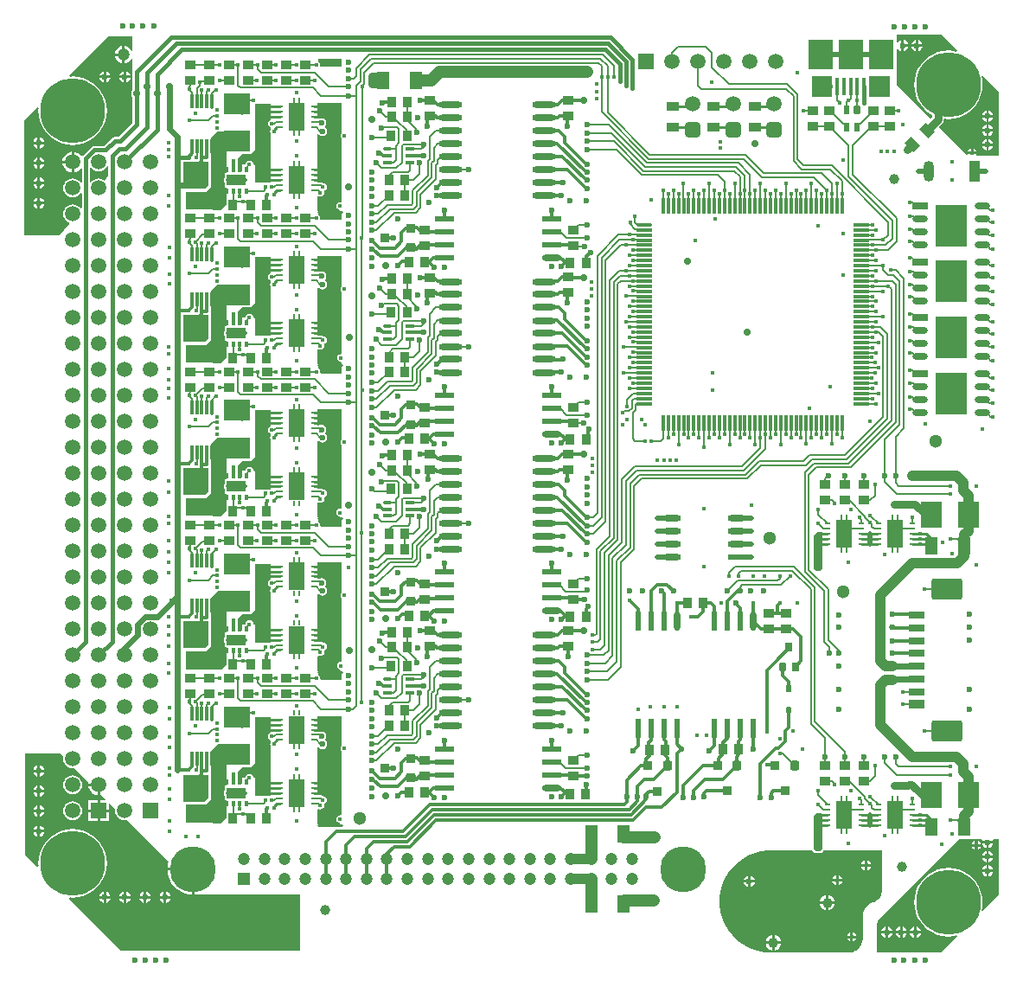
<source format=gtl>
G04*
G04 #@! TF.GenerationSoftware,Altium Limited,Altium Designer,20.1.11 (218)*
G04*
G04 Layer_Physical_Order=1*
G04 Layer_Color=5064179*
%FSAX42Y42*%
%MOMM*%
G71*
G04*
G04 #@! TF.SameCoordinates,F3C0A85A-D470-4F3B-B7C9-65F3AFEF91C2*
G04*
G04*
G04 #@! TF.FilePolarity,Positive*
G04*
G01*
G75*
%ADD10C,0.25*%
%ADD11C,0.25*%
%ADD13C,0.60*%
%ADD14C,0.40*%
%ADD15C,0.20*%
%ADD21C,0.30*%
%ADD85C,0.60*%
%ADD86C,1.00*%
%ADD91C,1.20*%
%ADD92C,1.50*%
%ADD93C,1.30*%
%ADD95R,2.40X3.00*%
%ADD96R,0.40X1.75*%
G04:AMPARAMS|DCode=97|XSize=0.89mm|YSize=1.27mm|CornerRadius=0mm|HoleSize=0mm|Usage=FLASHONLY|Rotation=225.000|XOffset=0mm|YOffset=0mm|HoleType=Round|Shape=Rectangle|*
%AMROTATEDRECTD97*
4,1,4,-0.13,0.76,0.76,-0.13,0.13,-0.76,-0.76,0.13,-0.13,0.76,0.0*
%
%ADD97ROTATEDRECTD97*%

%ADD98R,1.27X0.89*%
G04:AMPARAMS|DCode=99|XSize=0.9mm|YSize=0.95mm|CornerRadius=0.23mm|HoleSize=0mm|Usage=FLASHONLY|Rotation=180.000|XOffset=0mm|YOffset=0mm|HoleType=Round|Shape=RoundedRectangle|*
%AMROUNDEDRECTD99*
21,1,0.90,0.50,0,0,180.0*
21,1,0.45,0.95,0,0,180.0*
1,1,0.45,-0.23,0.25*
1,1,0.45,0.23,0.25*
1,1,0.45,0.23,-0.25*
1,1,0.45,-0.23,-0.25*
%
%ADD99ROUNDEDRECTD99*%
%ADD100R,0.90X0.95*%
%ADD101R,0.90X0.95*%
G04:AMPARAMS|DCode=102|XSize=0.7mm|YSize=0.5mm|CornerRadius=0.13mm|HoleSize=0mm|Usage=FLASHONLY|Rotation=90.000|XOffset=0mm|YOffset=0mm|HoleType=Round|Shape=RoundedRectangle|*
%AMROUNDEDRECTD102*
21,1,0.70,0.25,0,0,90.0*
21,1,0.45,0.50,0,0,90.0*
1,1,0.25,0.13,0.23*
1,1,0.25,0.13,-0.23*
1,1,0.25,-0.13,-0.23*
1,1,0.25,-0.13,0.23*
%
%ADD102ROUNDEDRECTD102*%
%ADD103R,0.50X0.70*%
G04:AMPARAMS|DCode=104|XSize=0.7mm|YSize=0.9mm|CornerRadius=0.18mm|HoleSize=0mm|Usage=FLASHONLY|Rotation=180.000|XOffset=0mm|YOffset=0mm|HoleType=Round|Shape=RoundedRectangle|*
%AMROUNDEDRECTD104*
21,1,0.70,0.55,0,0,180.0*
21,1,0.35,0.90,0,0,180.0*
1,1,0.35,-0.18,0.28*
1,1,0.35,0.18,0.28*
1,1,0.35,0.18,-0.28*
1,1,0.35,-0.18,-0.28*
%
%ADD104ROUNDEDRECTD104*%
%ADD105R,0.70X0.90*%
%ADD106R,1.02X0.81*%
%ADD107R,0.81X1.02*%
%ADD108R,0.60X1.95*%
%ADD109O,0.60X1.95*%
%ADD110R,1.65X2.70*%
%ADD111R,0.25X0.60*%
%ADD112R,0.60X0.25*%
G04:AMPARAMS|DCode=113|XSize=0.4mm|YSize=0.5mm|CornerRadius=0.1mm|HoleSize=0mm|Usage=FLASHONLY|Rotation=0.000|XOffset=0mm|YOffset=0mm|HoleType=Round|Shape=RoundedRectangle|*
%AMROUNDEDRECTD113*
21,1,0.40,0.30,0,0,0.0*
21,1,0.20,0.50,0,0,0.0*
1,1,0.20,0.10,-0.15*
1,1,0.20,-0.10,-0.15*
1,1,0.20,-0.10,0.15*
1,1,0.20,0.10,0.15*
%
%ADD113ROUNDEDRECTD113*%
%ADD114R,0.40X0.50*%
%ADD115R,1.90X1.10*%
%ADD116R,1.80X1.27*%
%ADD117R,2.54X2.03*%
G04:AMPARAMS|DCode=118|XSize=0.3mm|YSize=1.45mm|CornerRadius=0.08mm|HoleSize=0mm|Usage=FLASHONLY|Rotation=0.000|XOffset=0mm|YOffset=0mm|HoleType=Round|Shape=RoundedRectangle|*
%AMROUNDEDRECTD118*
21,1,0.30,1.30,0,0,0.0*
21,1,0.15,1.45,0,0,0.0*
1,1,0.15,0.08,-0.65*
1,1,0.15,-0.08,-0.65*
1,1,0.15,-0.08,0.65*
1,1,0.15,0.08,0.65*
%
%ADD118ROUNDEDRECTD118*%
%ADD119R,0.30X1.45*%
%ADD120R,1.27X1.80*%
G04:AMPARAMS|DCode=121|XSize=0.9mm|YSize=0.95mm|CornerRadius=0.23mm|HoleSize=0mm|Usage=FLASHONLY|Rotation=90.000|XOffset=0mm|YOffset=0mm|HoleType=Round|Shape=RoundedRectangle|*
%AMROUNDEDRECTD121*
21,1,0.90,0.50,0,0,90.0*
21,1,0.45,0.95,0,0,90.0*
1,1,0.45,0.25,0.23*
1,1,0.45,0.25,-0.23*
1,1,0.45,-0.25,-0.23*
1,1,0.45,-0.25,0.23*
%
%ADD121ROUNDEDRECTD121*%
%ADD122R,0.95X0.90*%
%ADD123R,0.95X0.90*%
%ADD124O,1.78X0.64*%
%ADD125R,1.78X0.60*%
G04:AMPARAMS|DCode=126|XSize=0.9mm|YSize=0.6mm|CornerRadius=0.15mm|HoleSize=0mm|Usage=FLASHONLY|Rotation=270.000|XOffset=0mm|YOffset=0mm|HoleType=Round|Shape=RoundedRectangle|*
%AMROUNDEDRECTD126*
21,1,0.90,0.30,0,0,270.0*
21,1,0.60,0.60,0,0,270.0*
1,1,0.30,-0.15,-0.30*
1,1,0.30,-0.15,0.30*
1,1,0.30,0.15,0.30*
1,1,0.30,0.15,-0.30*
%
%ADD126ROUNDEDRECTD126*%
%ADD127R,0.60X0.90*%
%ADD128R,2.03X2.54*%
%ADD129R,1.95X0.60*%
%ADD130O,1.95X0.60*%
%ADD131O,2.30X0.60*%
%ADD132O,0.85X0.40*%
%ADD133R,0.85X0.40*%
%ADD134R,0.35X1.60*%
%ADD135R,1.60X0.35*%
%ADD136O,1.60X0.35*%
G04:AMPARAMS|DCode=137|XSize=2.1mm|YSize=3mm|CornerRadius=0.21mm|HoleSize=0mm|Usage=FLASHONLY|Rotation=90.000|XOffset=0mm|YOffset=0mm|HoleType=Round|Shape=RoundedRectangle|*
%AMROUNDEDRECTD137*
21,1,2.10,2.58,0,0,90.0*
21,1,1.68,3.00,0,0,90.0*
1,1,0.42,1.29,0.84*
1,1,0.42,1.29,-0.84*
1,1,0.42,-1.29,-0.84*
1,1,0.42,-1.29,0.84*
%
%ADD137ROUNDEDRECTD137*%
%ADD138R,1.60X0.80*%
G04:AMPARAMS|DCode=139|XSize=0.8mm|YSize=1.6mm|CornerRadius=0.08mm|HoleSize=0mm|Usage=FLASHONLY|Rotation=90.000|XOffset=0mm|YOffset=0mm|HoleType=Round|Shape=RoundedRectangle|*
%AMROUNDEDRECTD139*
21,1,0.80,1.44,0,0,90.0*
21,1,0.64,1.60,0,0,90.0*
1,1,0.16,0.72,0.32*
1,1,0.16,0.72,-0.32*
1,1,0.16,-0.72,-0.32*
1,1,0.16,-0.72,0.32*
%
%ADD139ROUNDEDRECTD139*%
%ADD140O,1.05X2.00*%
%ADD141R,1.05X2.00*%
%ADD142R,1.52X0.64*%
%ADD143O,1.52X0.64*%
%ADD144R,3.05X4.06*%
%ADD145C,0.80*%
%ADD146C,1.00*%
%ADD147C,0.50*%
%ADD148C,1.20*%
%ADD149C,0.24*%
%ADD150C,0.56*%
%ADD151O,1.30X1.50*%
G04:AMPARAMS|DCode=152|XSize=1.52mm|YSize=1.52mm|CornerRadius=0.38mm|HoleSize=0mm|Usage=FLASHONLY|Rotation=90.000|XOffset=0mm|YOffset=0mm|HoleType=Round|Shape=RoundedRectangle|*
%AMROUNDEDRECTD152*
21,1,1.52,0.76,0,0,90.0*
21,1,0.76,1.52,0,0,90.0*
1,1,0.76,0.38,0.38*
1,1,0.76,0.38,-0.38*
1,1,0.76,-0.38,-0.38*
1,1,0.76,-0.38,0.38*
%
%ADD152ROUNDEDRECTD152*%
%ADD153C,1.52*%
%ADD154C,0.50*%
%ADD155R,1.50X1.50*%
%ADD156R,1.50X1.50*%
%ADD157C,0.40*%
%ADD158C,0.80*%
%ADD159R,1.20X1.20*%
%ADD160C,6.35*%
%ADD161C,0.70*%
%ADD162C,1.10*%
%ADD163C,4.50*%
G36*
X004545Y012574D02*
X004532Y012572D01*
X004530Y012578D01*
X004516Y012596D01*
X004498Y012610D01*
X004477Y012618D01*
X004468Y012619D01*
Y012535D01*
Y012451D01*
X004477Y012452D01*
X004498Y012460D01*
X004516Y012474D01*
X004530Y012492D01*
X004532Y012498D01*
X004545Y012496D01*
Y012187D01*
X004536Y012174D01*
X004532Y012154D01*
X004536Y012133D01*
X004545Y012120D01*
Y011867D01*
X004409Y011731D01*
X004373D01*
X004359Y011728D01*
X004346Y011720D01*
X004346Y011720D01*
X004267Y011640D01*
X004166D01*
X004166Y011640D01*
X004152Y011637D01*
X004140Y011629D01*
X004058Y011548D01*
X004056Y011544D01*
X004040Y011543D01*
X004030Y011557D01*
X004009Y011573D01*
X003984Y011583D01*
X003971Y011585D01*
Y011485D01*
Y011385D01*
X003984Y011387D01*
X004009Y011397D01*
X004030Y011413D01*
X004035Y011420D01*
X004047Y011416D01*
Y011287D01*
X004035Y011282D01*
X004024Y011297D01*
X004004Y011311D01*
X003982Y011321D01*
X003958Y011324D01*
X003934Y011321D01*
X003912Y011311D01*
X003892Y011297D01*
X003878Y011277D01*
X003868Y011255D01*
X003865Y011231D01*
X003868Y011207D01*
X003878Y011185D01*
X003892Y011165D01*
X003912Y011151D01*
X003934Y011141D01*
X003958Y011138D01*
X003982Y011141D01*
X004004Y011151D01*
X004024Y011165D01*
X004035Y011180D01*
X004047Y011175D01*
Y011038D01*
X004036Y011030D01*
X004033Y011030D01*
X004024Y011043D01*
X004004Y011057D01*
X003982Y011067D01*
X003958Y011070D01*
X003934Y011067D01*
X003912Y011057D01*
X003892Y011043D01*
X003878Y011023D01*
X003868Y011001D01*
X003865Y010977D01*
X003868Y010953D01*
X003878Y010931D01*
X003892Y010911D01*
X003912Y010897D01*
X003923Y010892D01*
X003927Y010879D01*
X003833Y010764D01*
X003485Y010766D01*
X003485Y011892D01*
X003613Y012020D01*
X003625Y012015D01*
X003622Y011986D01*
X003627Y011934D01*
X003639Y011883D01*
X003659Y011834D01*
X003687Y011789D01*
X003721Y011749D01*
X003761Y011715D01*
X003806Y011688D01*
X003854Y011667D01*
X003906Y011655D01*
X003958Y011651D01*
X004010Y011655D01*
X004062Y011667D01*
X004110Y011688D01*
X004155Y011715D01*
X004195Y011749D01*
X004229Y011789D01*
X004257Y011834D01*
X004277Y011883D01*
X004289Y011934D01*
X004294Y011986D01*
X004289Y012039D01*
X004277Y012090D01*
X004257Y012139D01*
X004229Y012184D01*
X004195Y012224D01*
X004155Y012258D01*
X004110Y012285D01*
X004062Y012306D01*
X004010Y012318D01*
X003958Y012322D01*
X003930Y012320D01*
X003924Y012331D01*
X004308Y012715D01*
X004545D01*
Y012574D01*
D02*
G37*
G36*
X005468Y011380D02*
X005449D01*
Y011339D01*
X005448Y011338D01*
X005439Y011325D01*
X005436Y011308D01*
X005439Y011292D01*
X005448Y011278D01*
X005449Y011277D01*
Y011236D01*
X005468D01*
Y011132D01*
X005465D01*
Y011070D01*
X005416Y011021D01*
X005068Y011021D01*
Y011193D01*
X005264Y011193D01*
X005313Y011242D01*
X005312Y011722D01*
X005372Y011782D01*
X005373Y011782D01*
X005387Y011785D01*
X005389Y011786D01*
X005468D01*
X005468Y011380D01*
D02*
G37*
G36*
X004307Y011441D02*
Y011348D01*
X004270Y011302D01*
X004258Y011311D01*
X004236Y011321D01*
X004212Y011324D01*
X004188Y011321D01*
X004166Y011311D01*
X004146Y011297D01*
X004135Y011282D01*
X004123Y011287D01*
Y011429D01*
X004135Y011434D01*
X004146Y011419D01*
X004166Y011405D01*
X004188Y011395D01*
X004212Y011392D01*
X004236Y011395D01*
X004258Y011405D01*
X004278Y011419D01*
X004292Y011439D01*
X004295Y011444D01*
X004307Y011441D01*
D02*
G37*
G36*
X005898Y012053D02*
Y011897D01*
X005894Y011896D01*
X005882Y011888D01*
X005873Y011875D01*
X005870Y011861D01*
X005873Y011847D01*
X005882Y011834D01*
X005894Y011826D01*
X005898Y011825D01*
Y011808D01*
X005893Y011801D01*
X005890Y011786D01*
X005893Y011772D01*
X005898Y011764D01*
X005898Y011281D01*
X005743Y011281D01*
X005743Y011455D01*
X005737Y011461D01*
X005726D01*
X005726Y011461D01*
X005723Y011475D01*
X005715Y011488D01*
X005703Y011496D01*
X005688Y011499D01*
X005674Y011496D01*
X005662Y011488D01*
X005653Y011475D01*
X005651Y011463D01*
X005649Y011461D01*
X005573D01*
X005573Y011516D01*
X005618Y011561D01*
X005701D01*
X005743Y011602D01*
X005743Y012053D01*
X005898Y012053D01*
D02*
G37*
G36*
X005289Y011260D02*
X005254Y011225D01*
X005040Y011225D01*
X005040Y011488D01*
X005289Y011488D01*
X005289Y011260D01*
D02*
G37*
G36*
X005468Y009880D02*
X005449D01*
Y009839D01*
X005448Y009838D01*
X005439Y009825D01*
X005436Y009808D01*
X005439Y009792D01*
X005448Y009778D01*
X005449Y009777D01*
Y009736D01*
X005468D01*
Y009632D01*
X005465D01*
Y009570D01*
X005416Y009521D01*
X005068Y009521D01*
Y009693D01*
X005264Y009693D01*
X005313Y009742D01*
X005312Y010222D01*
X005372Y010282D01*
X005373Y010282D01*
X005387Y010285D01*
X005389Y010286D01*
X005468D01*
X005468Y009880D01*
D02*
G37*
G36*
X005898Y010553D02*
Y010397D01*
X005894Y010396D01*
X005882Y010388D01*
X005873Y010375D01*
X005870Y010361D01*
X005873Y010347D01*
X005882Y010334D01*
X005894Y010326D01*
X005898Y010325D01*
Y010308D01*
X005893Y010301D01*
X005890Y010286D01*
X005893Y010272D01*
X005898Y010264D01*
X005898Y009781D01*
X005743Y009781D01*
X005743Y009955D01*
X005737Y009961D01*
X005726D01*
X005726Y009961D01*
X005723Y009975D01*
X005715Y009988D01*
X005703Y009996D01*
X005688Y009999D01*
X005674Y009996D01*
X005662Y009988D01*
X005653Y009975D01*
X005651Y009963D01*
X005649Y009961D01*
X005573D01*
X005573Y010016D01*
X005618Y010061D01*
X005701D01*
X005743Y010102D01*
X005743Y010553D01*
X005898Y010553D01*
D02*
G37*
G36*
X005289Y009760D02*
X005254Y009725D01*
X005040Y009725D01*
X005040Y009988D01*
X005289Y009988D01*
X005289Y009760D01*
D02*
G37*
G36*
X005468Y008380D02*
X005449D01*
Y008339D01*
X005448Y008338D01*
X005439Y008325D01*
X005436Y008308D01*
X005439Y008292D01*
X005448Y008278D01*
X005449Y008277D01*
Y008236D01*
X005468D01*
Y008132D01*
X005465D01*
Y008070D01*
X005416Y008021D01*
X005068Y008021D01*
Y008193D01*
X005264Y008193D01*
X005313Y008242D01*
X005312Y008722D01*
X005372Y008782D01*
X005373Y008782D01*
X005387Y008785D01*
X005389Y008786D01*
X005468D01*
X005468Y008380D01*
D02*
G37*
G36*
X005898Y009053D02*
Y008897D01*
X005894Y008896D01*
X005882Y008888D01*
X005873Y008875D01*
X005870Y008861D01*
X005873Y008847D01*
X005882Y008834D01*
X005894Y008826D01*
X005898Y008825D01*
Y008808D01*
X005893Y008801D01*
X005890Y008786D01*
X005893Y008772D01*
X005898Y008764D01*
X005898Y008281D01*
X005743Y008281D01*
X005743Y008455D01*
X005737Y008461D01*
X005726D01*
X005726Y008461D01*
X005723Y008475D01*
X005715Y008488D01*
X005703Y008496D01*
X005688Y008499D01*
X005674Y008496D01*
X005662Y008488D01*
X005653Y008475D01*
X005651Y008463D01*
X005649Y008461D01*
X005573D01*
X005573Y008516D01*
X005618Y008561D01*
X005701D01*
X005743Y008602D01*
X005743Y009053D01*
X005898Y009053D01*
D02*
G37*
G36*
X005289Y008260D02*
X005254Y008225D01*
X005040Y008225D01*
X005040Y008488D01*
X005289Y008488D01*
X005289Y008260D01*
D02*
G37*
G36*
X005468Y006880D02*
X005449D01*
Y006839D01*
X005448Y006838D01*
X005439Y006825D01*
X005436Y006808D01*
X005439Y006792D01*
X005448Y006778D01*
X005449Y006777D01*
Y006736D01*
X005468D01*
Y006632D01*
X005465D01*
Y006570D01*
X005416Y006521D01*
X005068Y006521D01*
Y006693D01*
X005264Y006693D01*
X005313Y006742D01*
X005312Y007222D01*
X005372Y007282D01*
X005373Y007282D01*
X005387Y007285D01*
X005389Y007286D01*
X005468D01*
X005468Y006880D01*
D02*
G37*
G36*
X005898Y007553D02*
Y007397D01*
X005894Y007396D01*
X005882Y007388D01*
X005873Y007375D01*
X005870Y007361D01*
X005873Y007347D01*
X005882Y007334D01*
X005894Y007326D01*
X005898Y007325D01*
Y007308D01*
X005893Y007301D01*
X005890Y007286D01*
X005893Y007272D01*
X005898Y007264D01*
X005898Y006781D01*
X005743Y006781D01*
X005743Y006955D01*
X005737Y006961D01*
X005726D01*
X005726Y006961D01*
X005723Y006975D01*
X005715Y006988D01*
X005703Y006996D01*
X005688Y006999D01*
X005674Y006996D01*
X005662Y006988D01*
X005653Y006975D01*
X005651Y006963D01*
X005649Y006961D01*
X005573D01*
X005573Y007016D01*
X005618Y007061D01*
X005701D01*
X005743Y007102D01*
X005743Y007553D01*
X005898Y007553D01*
D02*
G37*
G36*
X005289Y006760D02*
X005254Y006725D01*
X005040Y006725D01*
X005040Y006988D01*
X005289Y006988D01*
X005289Y006760D01*
D02*
G37*
G36*
X005468Y005380D02*
X005449D01*
Y005339D01*
X005448Y005338D01*
X005439Y005325D01*
X005436Y005308D01*
X005439Y005292D01*
X005448Y005278D01*
X005449Y005277D01*
Y005236D01*
X005468D01*
Y005132D01*
X005465D01*
Y005070D01*
X005416Y005021D01*
X005068Y005021D01*
Y005193D01*
X005264Y005193D01*
X005313Y005242D01*
X005312Y005722D01*
X005372Y005782D01*
X005373Y005782D01*
X005387Y005785D01*
X005389Y005786D01*
X005468D01*
X005468Y005380D01*
D02*
G37*
G36*
X005898Y006053D02*
Y005897D01*
X005894Y005896D01*
X005882Y005888D01*
X005873Y005875D01*
X005870Y005861D01*
X005873Y005847D01*
X005882Y005834D01*
X005894Y005826D01*
X005898Y005825D01*
Y005808D01*
X005893Y005801D01*
X005890Y005786D01*
X005893Y005772D01*
X005898Y005764D01*
X005898Y005281D01*
X005743Y005281D01*
X005743Y005455D01*
X005737Y005461D01*
X005726D01*
X005726Y005461D01*
X005723Y005475D01*
X005715Y005488D01*
X005703Y005496D01*
X005688Y005499D01*
X005674Y005496D01*
X005662Y005488D01*
X005653Y005475D01*
X005651Y005463D01*
X005649Y005461D01*
X005573D01*
X005573Y005516D01*
X005618Y005561D01*
X005701D01*
X005743Y005602D01*
X005743Y006053D01*
X005898Y006053D01*
D02*
G37*
G36*
X005289Y005260D02*
X005254Y005225D01*
X005040Y005225D01*
X005040Y005488D01*
X005289Y005488D01*
X005289Y005260D01*
D02*
G37*
G36*
X003868Y005662D02*
X003865Y005643D01*
X003868Y005619D01*
X003878Y005597D01*
X003892Y005577D01*
X003912Y005563D01*
X003934Y005553D01*
X003958Y005550D01*
X003977Y005553D01*
X004114Y005416D01*
X004114Y005415D01*
X004112Y005402D01*
X004212D01*
Y005389D01*
X004225D01*
Y005289D01*
X004238Y005291D01*
X004239Y005291D01*
X004283Y005247D01*
X004278Y005235D01*
X004225D01*
Y005148D01*
X004312D01*
Y005201D01*
X004324Y005206D01*
X004376Y005154D01*
X004373Y005134D01*
X004376Y005110D01*
X004386Y005088D01*
X004400Y005068D01*
X004420Y005054D01*
X004442Y005044D01*
X004466Y005041D01*
X004486Y005044D01*
X004895Y004635D01*
X004888Y004614D01*
X004885Y004578D01*
X005135D01*
Y004565D01*
X005148D01*
Y004315D01*
X005148D01*
X006184D01*
X006185Y004313D01*
Y003765D01*
X004435D01*
X003924Y004276D01*
X003930Y004287D01*
X003958Y004285D01*
X004010Y004289D01*
X004062Y004301D01*
X004110Y004322D01*
X004155Y004349D01*
X004195Y004383D01*
X004229Y004423D01*
X004257Y004468D01*
X004277Y004517D01*
X004289Y004568D01*
X004294Y004621D01*
X004289Y004673D01*
X004277Y004724D01*
X004257Y004773D01*
X004229Y004818D01*
X004195Y004858D01*
X004155Y004892D01*
X004110Y004919D01*
X004062Y004940D01*
X004010Y004952D01*
X003958Y004956D01*
X003906Y004952D01*
X003854Y004940D01*
X003806Y004919D01*
X003761Y004892D01*
X003721Y004858D01*
X003687Y004818D01*
X003659Y004773D01*
X003639Y004724D01*
X003627Y004673D01*
X003622Y004621D01*
X003625Y004592D01*
X003613Y004587D01*
X003495Y004705D01*
Y005694D01*
X003835Y005695D01*
X003868Y005662D01*
D02*
G37*
G36*
X006593Y009416D02*
X006388Y009416D01*
X006377Y009429D01*
X006378Y009433D01*
X006376Y009448D01*
X006367Y009460D01*
X006358Y009466D01*
Y009493D01*
X006593Y009493D01*
Y009416D01*
D02*
G37*
G36*
X006593Y008771D02*
X006592Y008770D01*
X006583Y008758D01*
X006580Y008744D01*
X006583Y008729D01*
X006592Y008717D01*
X006593Y008716D01*
X006593Y008101D01*
X006580Y008091D01*
X006578Y008091D01*
X006564Y008088D01*
X006552Y008080D01*
X006543Y008068D01*
X006540Y008053D01*
X006543Y008039D01*
X006552Y008027D01*
X006564Y008019D01*
X006576Y008016D01*
X006575Y008003D01*
X006353Y008003D01*
X006353Y008147D01*
X006366Y008153D01*
X006368Y008152D01*
X006383Y008149D01*
X006397Y008152D01*
X006410Y008160D01*
X006418Y008172D01*
X006421Y008186D01*
X006419Y008193D01*
X006422Y008205D01*
X006427Y008209D01*
X006435Y008214D01*
X006443Y008227D01*
X006446Y008241D01*
X006443Y008255D01*
X006435Y008268D01*
X006423Y008276D01*
X006409Y008279D01*
X006401Y008284D01*
X006391Y008286D01*
X006368D01*
Y008288D01*
X006353D01*
X006353Y008754D01*
X006366Y008757D01*
X006369Y008752D01*
X006384Y008742D01*
X006403Y008738D01*
X006421Y008742D01*
X006437Y008752D01*
X006447Y008768D01*
X006451Y008786D01*
X006447Y008804D01*
X006437Y008820D01*
X006427Y008827D01*
Y008832D01*
X006437Y008848D01*
X006441Y008866D01*
X006437Y008884D01*
X006427Y008900D01*
X006411Y008910D01*
X006393Y008914D01*
X006374Y008910D01*
X006368Y008908D01*
X006368Y008908D01*
X006368Y008908D01*
X006353D01*
X006353Y009064D01*
X006593D01*
X006593Y008771D01*
D02*
G37*
G36*
X006593Y007916D02*
X006388Y007916D01*
X006377Y007929D01*
X006378Y007933D01*
X006376Y007948D01*
X006367Y007960D01*
X006358Y007966D01*
Y007993D01*
X006593Y007993D01*
Y007916D01*
D02*
G37*
G36*
X011295Y007725D02*
X011295Y007504D01*
X011276Y007485D01*
X011235Y007485D01*
X011210Y007510D01*
Y007831D01*
X011244Y007865D01*
X011295Y007865D01*
X011295Y007725D01*
D02*
G37*
G36*
X006593Y007271D02*
X006592Y007270D01*
X006583Y007258D01*
X006580Y007244D01*
X006583Y007229D01*
X006592Y007217D01*
X006593Y007216D01*
X006593Y006599D01*
X006585Y006593D01*
X006571Y006590D01*
X006558Y006582D01*
X006550Y006569D01*
X006547Y006555D01*
X006550Y006541D01*
X006558Y006528D01*
X006571Y006520D01*
X006574Y006519D01*
X006582Y006505D01*
X006582Y006503D01*
X006353Y006503D01*
X006353Y006647D01*
X006366Y006653D01*
X006368Y006652D01*
X006383Y006649D01*
X006397Y006652D01*
X006410Y006660D01*
X006418Y006672D01*
X006421Y006686D01*
X006419Y006693D01*
X006422Y006705D01*
X006427Y006709D01*
X006435Y006714D01*
X006443Y006727D01*
X006446Y006741D01*
X006443Y006755D01*
X006435Y006768D01*
X006423Y006776D01*
X006409Y006779D01*
X006401Y006784D01*
X006391Y006786D01*
X006368D01*
Y006788D01*
X006353D01*
X006353Y007254D01*
X006366Y007257D01*
X006369Y007252D01*
X006384Y007242D01*
X006403Y007238D01*
X006421Y007242D01*
X006437Y007252D01*
X006447Y007268D01*
X006451Y007286D01*
X006447Y007304D01*
X006437Y007320D01*
X006433Y007322D01*
X006431Y007339D01*
X006437Y007348D01*
X006441Y007366D01*
X006437Y007384D01*
X006427Y007400D01*
X006411Y007410D01*
X006393Y007414D01*
X006374Y007410D01*
X006368Y007408D01*
X006368Y007408D01*
X006368Y007408D01*
X006353D01*
X006353Y007564D01*
X006593D01*
X006593Y007271D01*
D02*
G37*
G36*
X006593Y006416D02*
X006388Y006416D01*
X006377Y006429D01*
X006378Y006433D01*
X006376Y006448D01*
X006367Y006460D01*
X006358Y006466D01*
Y006493D01*
X006593Y006493D01*
Y006416D01*
D02*
G37*
G36*
X006593Y005771D02*
X006592Y005770D01*
X006583Y005758D01*
X006580Y005744D01*
X006583Y005729D01*
X006592Y005717D01*
X006593Y005716D01*
X006593Y005101D01*
X006580Y005091D01*
X006578Y005091D01*
X006564Y005088D01*
X006552Y005080D01*
X006543Y005068D01*
X006540Y005053D01*
X006543Y005039D01*
X006552Y005027D01*
X006564Y005019D01*
X006576Y005016D01*
X006575Y005003D01*
X006353Y005003D01*
X006353Y005147D01*
X006366Y005153D01*
X006368Y005152D01*
X006383Y005149D01*
X006397Y005152D01*
X006410Y005160D01*
X006418Y005172D01*
X006421Y005186D01*
X006419Y005193D01*
X006422Y005205D01*
X006427Y005209D01*
X006435Y005214D01*
X006443Y005227D01*
X006446Y005241D01*
X006443Y005255D01*
X006435Y005268D01*
X006423Y005276D01*
X006409Y005279D01*
X006401Y005284D01*
X006391Y005286D01*
X006368D01*
Y005288D01*
X006353D01*
X006353Y005754D01*
X006366Y005757D01*
X006369Y005752D01*
X006384Y005742D01*
X006403Y005738D01*
X006421Y005742D01*
X006437Y005752D01*
X006447Y005768D01*
X006451Y005786D01*
X006447Y005804D01*
X006437Y005820D01*
X006433Y005822D01*
X006431Y005839D01*
X006437Y005848D01*
X006441Y005866D01*
X006437Y005884D01*
X006427Y005900D01*
X006411Y005910D01*
X006393Y005914D01*
X006374Y005910D01*
X006368Y005908D01*
X006368Y005908D01*
X006368Y005908D01*
X006353D01*
X006353Y006064D01*
X006593D01*
X006593Y005771D01*
D02*
G37*
G36*
X013025Y004305D02*
X013020D01*
X012867Y004152D01*
X012856Y004158D01*
X012862Y004187D01*
X012867Y004240D01*
X012862Y004292D01*
X012850Y004343D01*
X012830Y004392D01*
X012802Y004437D01*
X012768Y004477D01*
X012728Y004511D01*
X012683Y004538D01*
X012635Y004559D01*
X012583Y004571D01*
X012531Y004575D01*
X012479Y004571D01*
X012427Y004559D01*
X012379Y004538D01*
X012334Y004511D01*
X012294Y004477D01*
X012260Y004437D01*
X012232Y004392D01*
X012212Y004343D01*
X012200Y004292D01*
X012195Y004240D01*
X012200Y004187D01*
X012212Y004136D01*
X012232Y004087D01*
X012260Y004042D01*
X012294Y004002D01*
X012334Y003968D01*
X012379Y003941D01*
X012427Y003920D01*
X012479Y003908D01*
X012531Y003904D01*
X012583Y003908D01*
X012612Y003915D01*
X012619Y003903D01*
X012460Y003745D01*
X011887D01*
X011885Y003746D01*
X011884Y003746D01*
X011882Y003747D01*
X011869Y003749D01*
X011868D01*
X011866Y003749D01*
X011860Y003749D01*
X011835D01*
Y004025D01*
X011835Y004031D01*
X011838Y004044D01*
X011843Y004057D01*
X011850Y004068D01*
X011855Y004072D01*
X012637Y004855D01*
X012854Y004855D01*
X012862Y004842D01*
X012862Y004838D01*
X012969D01*
X012969Y004842D01*
X012977Y004855D01*
X013025D01*
X013025Y004305D01*
D02*
G37*
G36*
X011295Y005106D02*
X011295Y004975D01*
Y004945D01*
X011295Y004755D01*
X011275Y004735D01*
X011235Y004735D01*
X011210Y004760D01*
X011210Y005086D01*
X011239Y005115D01*
X011286Y005115D01*
X011295Y005106D01*
D02*
G37*
G36*
X010796Y004747D02*
X011198D01*
X011223Y004723D01*
X011228Y004719D01*
X011235Y004718D01*
X011275Y004718D01*
X011282Y004719D01*
X011287Y004723D01*
X011307Y004743D01*
X011310Y004747D01*
X011880D01*
X011880Y004350D01*
X011880D01*
X011880Y004341D01*
X011877Y004324D01*
X011872Y004307D01*
X011864Y004291D01*
X011854Y004277D01*
X011841Y004264D01*
X011827Y004254D01*
X011811Y004245D01*
X011803Y004243D01*
X011803Y004243D01*
X011791Y004238D01*
X011769Y004227D01*
X011749Y004212D01*
X011732Y004194D01*
X011717Y004174D01*
X011706Y004152D01*
X011698Y004128D01*
X011695Y004104D01*
X011694Y004091D01*
X011694Y003887D01*
Y003873D01*
X011689Y003846D01*
X011678Y003821D01*
X011663Y003798D01*
X011643Y003778D01*
X011620Y003763D01*
X011595Y003752D01*
X011580Y003749D01*
X010741Y003749D01*
X010695Y003756D01*
X010632Y003772D01*
X010571Y003797D01*
X010515Y003830D01*
X010463Y003870D01*
X010417Y003916D01*
X010377Y003968D01*
X010345Y004024D01*
X010320Y004085D01*
X010303Y004148D01*
X010294Y004212D01*
X010294Y004245D01*
X010294Y004278D01*
X010303Y004343D01*
X010320Y004407D01*
X010345Y004468D01*
X010378Y004524D01*
X010418Y004577D01*
X010464Y004623D01*
X010517Y004663D01*
X010574Y004696D01*
X010634Y004721D01*
X010698Y004738D01*
X010763Y004747D01*
X010796Y004747D01*
D02*
G37*
G36*
X006593Y010271D02*
X006592Y010270D01*
X006583Y010258D01*
X006580Y010244D01*
X006583Y010229D01*
X006592Y010217D01*
X006593Y010216D01*
X006593Y009612D01*
X006586Y009606D01*
X006572Y009603D01*
X006559Y009595D01*
X006551Y009583D01*
X006548Y009569D01*
X006551Y009554D01*
X006559Y009542D01*
X006572Y009534D01*
X006586Y009531D01*
X006593Y009525D01*
Y009503D01*
X006353Y009503D01*
X006353Y009647D01*
X006366Y009653D01*
X006368Y009652D01*
X006383Y009649D01*
X006397Y009652D01*
X006410Y009660D01*
X006418Y009672D01*
X006421Y009686D01*
X006419Y009693D01*
X006422Y009705D01*
X006427Y009709D01*
X006435Y009714D01*
X006443Y009727D01*
X006446Y009741D01*
X006443Y009755D01*
X006435Y009768D01*
X006423Y009776D01*
X006409Y009779D01*
X006401Y009784D01*
X006391Y009786D01*
X006368D01*
Y009788D01*
X006353D01*
X006353Y010254D01*
X006366Y010257D01*
X006369Y010252D01*
X006384Y010242D01*
X006403Y010238D01*
X006421Y010242D01*
X006437Y010252D01*
X006447Y010268D01*
X006451Y010286D01*
X006447Y010304D01*
X006437Y010320D01*
X006427Y010327D01*
Y010332D01*
X006437Y010348D01*
X006441Y010366D01*
X006437Y010384D01*
X006427Y010400D01*
X006411Y010410D01*
X006393Y010414D01*
X006374Y010410D01*
X006368Y010408D01*
X006368Y010408D01*
X006368Y010408D01*
X006353D01*
X006353Y010564D01*
X006593D01*
X006593Y010271D01*
D02*
G37*
G36*
X006593Y010916D02*
X006388Y010916D01*
X006377Y010929D01*
X006378Y010933D01*
X006376Y010948D01*
X006367Y010960D01*
X006358Y010966D01*
Y010993D01*
X006593Y010993D01*
Y010916D01*
D02*
G37*
G36*
X006593Y011771D02*
X006592Y011770D01*
X006583Y011758D01*
X006580Y011744D01*
X006583Y011729D01*
X006592Y011717D01*
X006593Y011716D01*
X006593Y011101D01*
X006580Y011091D01*
X006578Y011091D01*
X006564Y011088D01*
X006552Y011080D01*
X006543Y011068D01*
X006540Y011053D01*
X006543Y011039D01*
X006552Y011027D01*
X006564Y011019D01*
X006576Y011016D01*
X006575Y011003D01*
X006353Y011003D01*
X006353Y011147D01*
X006366Y011153D01*
X006368Y011152D01*
X006383Y011149D01*
X006397Y011152D01*
X006410Y011160D01*
X006418Y011172D01*
X006421Y011186D01*
X006419Y011193D01*
X006422Y011205D01*
X006427Y011209D01*
X006435Y011214D01*
X006443Y011227D01*
X006446Y011241D01*
X006443Y011255D01*
X006435Y011268D01*
X006423Y011276D01*
X006409Y011279D01*
X006401Y011284D01*
X006391Y011286D01*
X006368D01*
Y011288D01*
X006353D01*
X006353Y011754D01*
X006366Y011757D01*
X006369Y011752D01*
X006384Y011742D01*
X006403Y011738D01*
X006421Y011742D01*
X006437Y011752D01*
X006447Y011768D01*
X006451Y011786D01*
X006447Y011804D01*
X006437Y011820D01*
X006427Y011827D01*
Y011832D01*
X006437Y011848D01*
X006441Y011866D01*
X006437Y011884D01*
X006427Y011900D01*
X006411Y011910D01*
X006393Y011914D01*
X006374Y011910D01*
X006368Y011908D01*
X006368Y011908D01*
X006368Y011908D01*
X006353D01*
X006353Y012064D01*
X006593D01*
X006593Y011771D01*
D02*
G37*
G36*
X006593Y012416D02*
X006388Y012416D01*
X006377Y012429D01*
X006378Y012433D01*
X006376Y012448D01*
X006367Y012460D01*
X006358Y012466D01*
Y012493D01*
X006593Y012493D01*
Y012416D01*
D02*
G37*
G36*
X011195Y012125D02*
Y012325D01*
X011395D01*
Y012125D01*
X011195D01*
D02*
G37*
G36*
X011755D02*
Y012325D01*
X011955D01*
Y012125D01*
X011755D01*
D02*
G37*
G36*
X011805Y012425D02*
D01*
D02*
G37*
G36*
X012465Y012730D02*
X012619Y012577D01*
X012612Y012565D01*
X012583Y012572D01*
X012531Y012576D01*
X012479Y012572D01*
X012427Y012560D01*
X012379Y012539D01*
X012334Y012512D01*
X012294Y012478D01*
X012260Y012438D01*
X012232Y012393D01*
X012212Y012344D01*
X012200Y012293D01*
X012195Y012240D01*
X012200Y012188D01*
X012212Y012137D01*
X012232Y012088D01*
X012260Y012043D01*
X012294Y012003D01*
X012334Y011969D01*
X012371Y011947D01*
Y011927D01*
X012353Y011909D01*
X012025Y012237D01*
Y012591D01*
X012038Y012595D01*
X012045Y012585D01*
X012063Y012573D01*
X012072Y012571D01*
Y012625D01*
Y012679D01*
X012063Y012677D01*
X012045Y012665D01*
X012038Y012655D01*
X012025Y012659D01*
Y012735D01*
X012465D01*
Y012730D01*
D02*
G37*
G36*
X013026Y012170D02*
Y011544D01*
X012813Y011544D01*
X012807Y011556D01*
X012808Y011557D01*
X012809Y011562D01*
X012721D01*
X012720Y011561D01*
X012710Y011555D01*
X012703Y011560D01*
X012435Y011827D01*
X012470Y011862D01*
X012470Y011862D01*
X012482Y011880D01*
X012487Y011903D01*
X012493Y011908D01*
X012531Y011905D01*
X012583Y011909D01*
X012635Y011921D01*
X012683Y011942D01*
X012728Y011969D01*
X012768Y012003D01*
X012802Y012043D01*
X012830Y012088D01*
X012850Y012137D01*
X012862Y012188D01*
X012867Y012240D01*
X012862Y012293D01*
X012856Y012322D01*
X012867Y012328D01*
X013026Y012170D01*
D02*
G37*
%LPC*%
G36*
X004442Y012619D02*
X004433Y012618D01*
X004412Y012610D01*
X004394Y012596D01*
X004380Y012578D01*
X004372Y012557D01*
X004371Y012548D01*
X004442D01*
Y012619D01*
D02*
G37*
G36*
Y012522D02*
X004371D01*
X004372Y012513D01*
X004380Y012492D01*
X004394Y012474D01*
X004412Y012460D01*
X004433Y012452D01*
X004442Y012451D01*
Y012522D01*
D02*
G37*
G36*
X004482Y012372D02*
Y012331D01*
X004523D01*
X004521Y012340D01*
X004509Y012358D01*
X004491Y012370D01*
X004482Y012372D01*
D02*
G37*
G36*
X004456D02*
X004448Y012370D01*
X004429Y012358D01*
X004417Y012340D01*
X004415Y012331D01*
X004456D01*
Y012372D01*
D02*
G37*
G36*
X004285D02*
Y012331D01*
X004326D01*
X004325Y012340D01*
X004312Y012358D01*
X004294Y012370D01*
X004285Y012372D01*
D02*
G37*
G36*
X004260D02*
X004251Y012370D01*
X004233Y012358D01*
X004220Y012340D01*
X004219Y012331D01*
X004260D01*
Y012372D01*
D02*
G37*
G36*
X004523Y012305D02*
X004482D01*
Y012264D01*
X004491Y012266D01*
X004509Y012278D01*
X004521Y012296D01*
X004523Y012305D01*
D02*
G37*
G36*
X004456D02*
X004415D01*
X004417Y012296D01*
X004429Y012278D01*
X004448Y012266D01*
X004456Y012264D01*
Y012305D01*
D02*
G37*
G36*
X004326D02*
X004285D01*
Y012264D01*
X004294Y012266D01*
X004312Y012278D01*
X004325Y012296D01*
X004326Y012305D01*
D02*
G37*
G36*
X004260D02*
X004219D01*
X004220Y012296D01*
X004233Y012278D01*
X004251Y012266D01*
X004260Y012264D01*
Y012305D01*
D02*
G37*
G36*
X003639Y011726D02*
Y011685D01*
X003681D01*
X003679Y011694D01*
X003667Y011712D01*
X003648Y011724D01*
X003639Y011726D01*
D02*
G37*
G36*
X003614D02*
X003605Y011724D01*
X003587Y011712D01*
X003574Y011694D01*
X003573Y011685D01*
X003614D01*
Y011726D01*
D02*
G37*
G36*
X003681Y011659D02*
X003639D01*
Y011618D01*
X003648Y011620D01*
X003667Y011632D01*
X003679Y011650D01*
X003681Y011659D01*
D02*
G37*
G36*
X003614D02*
X003573D01*
X003574Y011650D01*
X003587Y011632D01*
X003605Y011620D01*
X003614Y011618D01*
Y011659D01*
D02*
G37*
G36*
X003945Y011585D02*
X003932Y011583D01*
X003907Y011573D01*
X003886Y011557D01*
X003870Y011536D01*
X003860Y011511D01*
X003858Y011498D01*
X003945D01*
Y011585D01*
D02*
G37*
G36*
X003639Y011529D02*
Y011488D01*
X003681D01*
X003679Y011497D01*
X003667Y011515D01*
X003648Y011528D01*
X003639Y011529D01*
D02*
G37*
G36*
X003614D02*
X003605Y011528D01*
X003587Y011515D01*
X003574Y011497D01*
X003573Y011488D01*
X003614D01*
Y011529D01*
D02*
G37*
G36*
X003681Y011463D02*
X003639D01*
Y011421D01*
X003648Y011423D01*
X003667Y011435D01*
X003679Y011454D01*
X003681Y011463D01*
D02*
G37*
G36*
X003614D02*
X003573D01*
X003574Y011454D01*
X003587Y011435D01*
X003605Y011423D01*
X003614Y011421D01*
Y011463D01*
D02*
G37*
G36*
X003945Y011472D02*
X003858D01*
X003860Y011459D01*
X003870Y011434D01*
X003886Y011413D01*
X003907Y011397D01*
X003932Y011387D01*
X003945Y011385D01*
Y011472D01*
D02*
G37*
G36*
X003639Y011333D02*
Y011291D01*
X003681D01*
X003679Y011300D01*
X003667Y011319D01*
X003648Y011331D01*
X003639Y011333D01*
D02*
G37*
G36*
X003614D02*
X003605Y011331D01*
X003587Y011319D01*
X003574Y011300D01*
X003573Y011291D01*
X003614D01*
Y011333D01*
D02*
G37*
G36*
X003681Y011266D02*
X003639D01*
Y011225D01*
X003648Y011226D01*
X003667Y011239D01*
X003679Y011257D01*
X003681Y011266D01*
D02*
G37*
G36*
X003614D02*
X003573D01*
X003574Y011257D01*
X003587Y011239D01*
X003605Y011226D01*
X003614Y011225D01*
Y011266D01*
D02*
G37*
G36*
X003639Y011136D02*
Y011095D01*
X003681D01*
X003679Y011104D01*
X003667Y011122D01*
X003648Y011134D01*
X003639Y011136D01*
D02*
G37*
G36*
X003614D02*
X003605Y011134D01*
X003587Y011122D01*
X003574Y011104D01*
X003573Y011095D01*
X003614D01*
Y011136D01*
D02*
G37*
G36*
X003681Y011069D02*
X003639D01*
Y011028D01*
X003648Y011030D01*
X003667Y011042D01*
X003679Y011060D01*
X003681Y011069D01*
D02*
G37*
G36*
X003614D02*
X003573D01*
X003574Y011060D01*
X003587Y011042D01*
X003605Y011030D01*
X003614Y011028D01*
Y011069D01*
D02*
G37*
G36*
X003639Y005579D02*
Y005538D01*
X003681D01*
X003679Y005547D01*
X003667Y005565D01*
X003648Y005577D01*
X003639Y005579D01*
D02*
G37*
G36*
X003614D02*
X003605Y005577D01*
X003587Y005565D01*
X003574Y005547D01*
X003573Y005538D01*
X003614D01*
Y005579D01*
D02*
G37*
G36*
X003681Y005512D02*
X003639D01*
Y005471D01*
X003648Y005473D01*
X003667Y005485D01*
X003679Y005503D01*
X003681Y005512D01*
D02*
G37*
G36*
X003614D02*
X003573D01*
X003574Y005503D01*
X003587Y005485D01*
X003605Y005473D01*
X003614Y005471D01*
Y005512D01*
D02*
G37*
G36*
X003639Y005382D02*
Y005341D01*
X003681D01*
X003679Y005350D01*
X003667Y005368D01*
X003648Y005381D01*
X003639Y005382D01*
D02*
G37*
G36*
X003614D02*
X003605Y005381D01*
X003587Y005368D01*
X003574Y005350D01*
X003573Y005341D01*
X003614D01*
Y005382D01*
D02*
G37*
G36*
X003958Y005482D02*
X003934Y005479D01*
X003912Y005469D01*
X003892Y005455D01*
X003878Y005435D01*
X003868Y005413D01*
X003865Y005389D01*
X003868Y005365D01*
X003878Y005343D01*
X003892Y005323D01*
X003912Y005309D01*
X003934Y005299D01*
X003958Y005296D01*
X003982Y005299D01*
X004004Y005309D01*
X004024Y005323D01*
X004038Y005343D01*
X004048Y005365D01*
X004051Y005389D01*
X004048Y005413D01*
X004038Y005435D01*
X004024Y005455D01*
X004004Y005469D01*
X003982Y005479D01*
X003958Y005482D01*
D02*
G37*
G36*
X004199Y005376D02*
X004112D01*
X004114Y005363D01*
X004124Y005338D01*
X004140Y005317D01*
X004161Y005301D01*
X004186Y005291D01*
X004199Y005289D01*
Y005376D01*
D02*
G37*
G36*
X003681Y005316D02*
X003639D01*
Y005274D01*
X003648Y005276D01*
X003667Y005288D01*
X003679Y005307D01*
X003681Y005316D01*
D02*
G37*
G36*
X003614D02*
X003573D01*
X003574Y005307D01*
X003587Y005288D01*
X003605Y005276D01*
X003614Y005274D01*
Y005316D01*
D02*
G37*
G36*
X004199Y005235D02*
X004112D01*
Y005148D01*
X004199D01*
Y005235D01*
D02*
G37*
G36*
X003639Y005186D02*
Y005144D01*
X003681D01*
X003679Y005153D01*
X003667Y005172D01*
X003648Y005184D01*
X003639Y005186D01*
D02*
G37*
G36*
X003614D02*
X003605Y005184D01*
X003587Y005172D01*
X003574Y005153D01*
X003573Y005144D01*
X003614D01*
Y005186D01*
D02*
G37*
G36*
X003681Y005119D02*
X003639D01*
Y005078D01*
X003648Y005079D01*
X003667Y005092D01*
X003679Y005110D01*
X003681Y005119D01*
D02*
G37*
G36*
X003614D02*
X003573D01*
X003574Y005110D01*
X003587Y005092D01*
X003605Y005079D01*
X003614Y005078D01*
Y005119D01*
D02*
G37*
G36*
X003958Y005228D02*
X003934Y005225D01*
X003912Y005215D01*
X003892Y005201D01*
X003878Y005181D01*
X003868Y005159D01*
X003865Y005135D01*
X003868Y005111D01*
X003878Y005089D01*
X003892Y005069D01*
X003912Y005055D01*
X003934Y005045D01*
X003958Y005042D01*
X003982Y005045D01*
X004004Y005055D01*
X004024Y005069D01*
X004038Y005089D01*
X004048Y005111D01*
X004051Y005135D01*
X004048Y005159D01*
X004038Y005181D01*
X004024Y005201D01*
X004004Y005215D01*
X003982Y005225D01*
X003958Y005228D01*
D02*
G37*
G36*
X004312Y005122D02*
X004225D01*
Y005035D01*
X004312D01*
Y005122D01*
D02*
G37*
G36*
X004199D02*
X004112D01*
Y005035D01*
X004199D01*
Y005122D01*
D02*
G37*
G36*
X003639Y004989D02*
Y004948D01*
X003681D01*
X003679Y004957D01*
X003667Y004975D01*
X003648Y004987D01*
X003639Y004989D01*
D02*
G37*
G36*
X003614D02*
X003605Y004987D01*
X003587Y004975D01*
X003574Y004957D01*
X003573Y004948D01*
X003614D01*
Y004989D01*
D02*
G37*
G36*
X003681Y004922D02*
X003639D01*
Y004881D01*
X003648Y004883D01*
X003667Y004895D01*
X003679Y004913D01*
X003681Y004922D01*
D02*
G37*
G36*
X003614D02*
X003573D01*
X003574Y004913D01*
X003587Y004895D01*
X003605Y004883D01*
X003614Y004881D01*
Y004922D01*
D02*
G37*
G36*
X005122Y004552D02*
X004885D01*
X004888Y004516D01*
X004903Y004469D01*
X004926Y004425D01*
X004957Y004387D01*
X004995Y004356D01*
X005039Y004333D01*
X005086Y004318D01*
X005122Y004315D01*
Y004552D01*
D02*
G37*
G36*
X004875Y004343D02*
Y004302D01*
X004916D01*
X004915Y004311D01*
X004902Y004329D01*
X004884Y004341D01*
X004875Y004343D01*
D02*
G37*
G36*
X004850D02*
X004841Y004341D01*
X004823Y004329D01*
X004810Y004311D01*
X004809Y004302D01*
X004850D01*
Y004343D01*
D02*
G37*
G36*
X004679D02*
Y004302D01*
X004720D01*
X004718Y004311D01*
X004706Y004329D01*
X004687Y004341D01*
X004679Y004343D01*
D02*
G37*
G36*
X004653D02*
X004644Y004341D01*
X004626Y004329D01*
X004614Y004311D01*
X004612Y004302D01*
X004653D01*
Y004343D01*
D02*
G37*
G36*
X004482D02*
Y004302D01*
X004523D01*
X004521Y004311D01*
X004509Y004329D01*
X004491Y004341D01*
X004482Y004343D01*
D02*
G37*
G36*
X004456D02*
X004448Y004341D01*
X004429Y004329D01*
X004417Y004311D01*
X004415Y004302D01*
X004456D01*
Y004343D01*
D02*
G37*
G36*
X004285D02*
Y004302D01*
X004326D01*
X004325Y004311D01*
X004312Y004329D01*
X004294Y004341D01*
X004285Y004343D01*
D02*
G37*
G36*
X004260D02*
X004251Y004341D01*
X004233Y004329D01*
X004220Y004311D01*
X004219Y004302D01*
X004260D01*
Y004343D01*
D02*
G37*
G36*
X004916Y004276D02*
X004875D01*
Y004235D01*
X004884Y004237D01*
X004902Y004249D01*
X004915Y004267D01*
X004916Y004276D01*
D02*
G37*
G36*
X004850D02*
X004809D01*
X004810Y004267D01*
X004823Y004249D01*
X004841Y004237D01*
X004850Y004235D01*
Y004276D01*
D02*
G37*
G36*
X004720D02*
X004679D01*
Y004235D01*
X004687Y004237D01*
X004706Y004249D01*
X004718Y004267D01*
X004720Y004276D01*
D02*
G37*
G36*
X004653D02*
X004612D01*
X004614Y004267D01*
X004626Y004249D01*
X004644Y004237D01*
X004653Y004235D01*
Y004276D01*
D02*
G37*
G36*
X004523D02*
X004482D01*
Y004235D01*
X004491Y004237D01*
X004509Y004249D01*
X004521Y004267D01*
X004523Y004276D01*
D02*
G37*
G36*
X004456D02*
X004415D01*
X004417Y004267D01*
X004429Y004249D01*
X004448Y004237D01*
X004456Y004235D01*
Y004276D01*
D02*
G37*
G36*
X004326D02*
X004285D01*
Y004235D01*
X004294Y004237D01*
X004312Y004249D01*
X004325Y004267D01*
X004326Y004276D01*
D02*
G37*
G36*
X004260D02*
X004219D01*
X004220Y004267D01*
X004233Y004249D01*
X004251Y004237D01*
X004260Y004235D01*
Y004276D01*
D02*
G37*
G36*
X012818Y004839D02*
Y004808D01*
X012849D01*
X012848Y004813D01*
X012838Y004828D01*
X012823Y004838D01*
X012818Y004839D01*
D02*
G37*
G36*
X012792D02*
X012787Y004838D01*
X012772Y004828D01*
X012762Y004813D01*
X012761Y004808D01*
X012792D01*
Y004839D01*
D02*
G37*
G36*
X012969Y004813D02*
X012928D01*
Y004772D01*
X012937Y004773D01*
X012955Y004786D01*
X012968Y004804D01*
X012969Y004813D01*
D02*
G37*
G36*
X012903D02*
X012862D01*
X012863Y004804D01*
X012876Y004786D01*
X012894Y004773D01*
X012903Y004772D01*
Y004813D01*
D02*
G37*
G36*
X012849Y004782D02*
X012818D01*
Y004751D01*
X012823Y004752D01*
X012838Y004762D01*
X012848Y004777D01*
X012849Y004782D01*
D02*
G37*
G36*
X012792D02*
X012761D01*
X012762Y004777D01*
X012772Y004762D01*
X012787Y004752D01*
X012792Y004751D01*
Y004782D01*
D02*
G37*
G36*
X012928Y004740D02*
Y004699D01*
X012969D01*
X012968Y004708D01*
X012955Y004726D01*
X012937Y004738D01*
X012928Y004740D01*
D02*
G37*
G36*
X012903D02*
X012894Y004738D01*
X012876Y004726D01*
X012863Y004708D01*
X012862Y004699D01*
X012903D01*
Y004740D01*
D02*
G37*
G36*
X012969Y004673D02*
X012928D01*
Y004632D01*
X012937Y004634D01*
X012955Y004646D01*
X012968Y004664D01*
X012969Y004673D01*
D02*
G37*
G36*
X012903D02*
X012862D01*
X012863Y004664D01*
X012876Y004646D01*
X012894Y004634D01*
X012903Y004632D01*
Y004673D01*
D02*
G37*
G36*
X012928Y004601D02*
Y004559D01*
X012969D01*
X012968Y004568D01*
X012955Y004586D01*
X012937Y004599D01*
X012928Y004601D01*
D02*
G37*
G36*
X012903D02*
X012894Y004599D01*
X012876Y004586D01*
X012863Y004568D01*
X012862Y004559D01*
X012903D01*
Y004601D01*
D02*
G37*
G36*
X012969Y004534D02*
X012928D01*
Y004493D01*
X012937Y004494D01*
X012955Y004507D01*
X012968Y004525D01*
X012969Y004534D01*
D02*
G37*
G36*
X012903D02*
X012862D01*
X012863Y004525D01*
X012876Y004507D01*
X012894Y004494D01*
X012903Y004493D01*
Y004534D01*
D02*
G37*
G36*
X012222Y004001D02*
Y003960D01*
X012263D01*
X012261Y003969D01*
X012249Y003987D01*
X012231Y004000D01*
X012222Y004001D01*
D02*
G37*
G36*
X012196D02*
X012187Y004000D01*
X012169Y003987D01*
X012157Y003969D01*
X012155Y003960D01*
X012196D01*
Y004001D01*
D02*
G37*
G36*
X012082D02*
Y003960D01*
X012123D01*
X012122Y003969D01*
X012109Y003987D01*
X012091Y004000D01*
X012082Y004001D01*
D02*
G37*
G36*
X012057D02*
X012048Y004000D01*
X012030Y003987D01*
X012017Y003969D01*
X012016Y003960D01*
X012057D01*
Y004001D01*
D02*
G37*
G36*
X011943D02*
Y003960D01*
X011984D01*
X011982Y003969D01*
X011970Y003987D01*
X011952Y004000D01*
X011943Y004001D01*
D02*
G37*
G36*
X011917D02*
X011908Y004000D01*
X011890Y003987D01*
X011878Y003969D01*
X011876Y003960D01*
X011917D01*
Y004001D01*
D02*
G37*
G36*
X012263Y003935D02*
X012222D01*
Y003894D01*
X012231Y003895D01*
X012249Y003908D01*
X012261Y003926D01*
X012263Y003935D01*
D02*
G37*
G36*
X012196D02*
X012155D01*
X012157Y003926D01*
X012169Y003908D01*
X012187Y003895D01*
X012196Y003894D01*
Y003935D01*
D02*
G37*
G36*
X012123D02*
X012082D01*
Y003894D01*
X012091Y003895D01*
X012109Y003908D01*
X012122Y003926D01*
X012123Y003935D01*
D02*
G37*
G36*
X012057D02*
X012016D01*
X012017Y003926D01*
X012030Y003908D01*
X012048Y003895D01*
X012057Y003894D01*
Y003935D01*
D02*
G37*
G36*
X011984D02*
X011943D01*
Y003894D01*
X011952Y003895D01*
X011970Y003908D01*
X011982Y003926D01*
X011984Y003935D01*
D02*
G37*
G36*
X011917D02*
X011876D01*
X011878Y003926D01*
X011890Y003908D01*
X011908Y003895D01*
X011917Y003894D01*
Y003935D01*
D02*
G37*
G36*
X011740Y004649D02*
Y004613D01*
X011776D01*
X011775Y004620D01*
X011764Y004637D01*
X011747Y004648D01*
X011740Y004649D01*
D02*
G37*
G36*
X011715D02*
X011708Y004648D01*
X011691Y004637D01*
X011680Y004620D01*
X011679Y004613D01*
X011715D01*
Y004649D01*
D02*
G37*
G36*
X011776Y004588D02*
X011740D01*
Y004551D01*
X011747Y004553D01*
X011764Y004564D01*
X011775Y004581D01*
X011776Y004588D01*
D02*
G37*
G36*
X011715D02*
X011679D01*
X011680Y004581D01*
X011691Y004564D01*
X011708Y004553D01*
X011715Y004551D01*
Y004588D01*
D02*
G37*
G36*
X011456Y004504D02*
Y004468D01*
X011492D01*
X011491Y004475D01*
X011479Y004491D01*
X011463Y004502D01*
X011456Y004504D01*
D02*
G37*
G36*
X011430D02*
X011423Y004502D01*
X011407Y004491D01*
X011396Y004475D01*
X011394Y004468D01*
X011430D01*
Y004504D01*
D02*
G37*
G36*
X010595Y004499D02*
Y004458D01*
X010636D01*
X010634Y004467D01*
X010622Y004485D01*
X010604Y004497D01*
X010595Y004499D01*
D02*
G37*
G36*
X010569D02*
X010560Y004497D01*
X010542Y004485D01*
X010530Y004467D01*
X010528Y004458D01*
X010569D01*
Y004499D01*
D02*
G37*
G36*
X011492Y004442D02*
X011456D01*
Y004406D01*
X011463Y004408D01*
X011479Y004419D01*
X011491Y004435D01*
X011492Y004442D01*
D02*
G37*
G36*
X011430D02*
X011394D01*
X011396Y004435D01*
X011407Y004419D01*
X011423Y004408D01*
X011430Y004406D01*
Y004442D01*
D02*
G37*
G36*
X010636Y004433D02*
X010595D01*
Y004391D01*
X010604Y004393D01*
X010622Y004405D01*
X010634Y004424D01*
X010636Y004433D01*
D02*
G37*
G36*
X010569D02*
X010528D01*
X010530Y004424D01*
X010542Y004405D01*
X010560Y004393D01*
X010569Y004391D01*
Y004433D01*
D02*
G37*
G36*
X011358Y004309D02*
Y004248D01*
X011419D01*
X011418Y004255D01*
X011411Y004273D01*
X011399Y004289D01*
X011383Y004301D01*
X011365Y004308D01*
X011358Y004309D01*
D02*
G37*
G36*
X011332D02*
X011325Y004308D01*
X011307Y004301D01*
X011291Y004289D01*
X011279Y004273D01*
X011272Y004255D01*
X011271Y004248D01*
X011332D01*
Y004309D01*
D02*
G37*
G36*
X011419Y004222D02*
X011358D01*
Y004161D01*
X011365Y004162D01*
X011383Y004169D01*
X011399Y004181D01*
X011411Y004197D01*
X011418Y004215D01*
X011419Y004222D01*
D02*
G37*
G36*
X011332D02*
X011271D01*
X011272Y004215D01*
X011279Y004197D01*
X011291Y004181D01*
X011307Y004169D01*
X011325Y004162D01*
X011332Y004161D01*
Y004222D01*
D02*
G37*
G36*
X011598Y003943D02*
Y003912D01*
X011629D01*
X011628Y003917D01*
X011618Y003932D01*
X011603Y003942D01*
X011598Y003943D01*
D02*
G37*
G36*
X011572D02*
X011567Y003942D01*
X011552Y003932D01*
X011542Y003917D01*
X011541Y003912D01*
X011572D01*
Y003943D01*
D02*
G37*
G36*
X010831Y003918D02*
Y003856D01*
X010893D01*
X010892Y003863D01*
X010884Y003881D01*
X010872Y003897D01*
X010856Y003909D01*
X010838Y003917D01*
X010831Y003918D01*
D02*
G37*
G36*
X010806D02*
X010799Y003917D01*
X010780Y003909D01*
X010764Y003897D01*
X010752Y003881D01*
X010745Y003863D01*
X010744Y003856D01*
X010806D01*
Y003918D01*
D02*
G37*
G36*
X011629Y003886D02*
X011598D01*
Y003855D01*
X011603Y003856D01*
X011618Y003866D01*
X011628Y003881D01*
X011629Y003886D01*
D02*
G37*
G36*
X011572D02*
X011541D01*
X011542Y003881D01*
X011552Y003866D01*
X011567Y003856D01*
X011572Y003855D01*
Y003886D01*
D02*
G37*
G36*
X010893Y003831D02*
X010831D01*
Y003769D01*
X010838Y003770D01*
X010856Y003777D01*
X010872Y003790D01*
X010884Y003805D01*
X010892Y003824D01*
X010893Y003831D01*
D02*
G37*
G36*
X010806D02*
X010744D01*
X010745Y003824D01*
X010752Y003805D01*
X010764Y003790D01*
X010780Y003777D01*
X010799Y003770D01*
X010806Y003769D01*
Y003831D01*
D02*
G37*
G36*
X012237Y012679D02*
Y012638D01*
X012278D01*
X012276Y012647D01*
X012264Y012665D01*
X012246Y012677D01*
X012237Y012679D01*
D02*
G37*
G36*
X012211D02*
X012202Y012677D01*
X012184Y012665D01*
X012172Y012647D01*
X012170Y012638D01*
X012211D01*
Y012679D01*
D02*
G37*
G36*
X012097D02*
Y012638D01*
X012138D01*
X012137Y012647D01*
X012124Y012665D01*
X012106Y012677D01*
X012097Y012679D01*
D02*
G37*
G36*
X012278Y012612D02*
X012237D01*
Y012571D01*
X012246Y012573D01*
X012264Y012585D01*
X012276Y012603D01*
X012278Y012612D01*
D02*
G37*
G36*
X012211D02*
X012170D01*
X012172Y012603D01*
X012184Y012585D01*
X012202Y012573D01*
X012211Y012571D01*
Y012612D01*
D02*
G37*
G36*
X012138D02*
X012097D01*
Y012571D01*
X012106Y012573D01*
X012124Y012585D01*
X012137Y012603D01*
X012138Y012612D01*
D02*
G37*
G36*
X012928Y011987D02*
Y011946D01*
X012969D01*
X012968Y011955D01*
X012955Y011973D01*
X012937Y011986D01*
X012928Y011987D01*
D02*
G37*
G36*
X012903D02*
X012894Y011986D01*
X012876Y011973D01*
X012863Y011955D01*
X012862Y011946D01*
X012903D01*
Y011987D01*
D02*
G37*
G36*
X012969Y011921D02*
X012928D01*
Y011879D01*
X012937Y011881D01*
X012955Y011894D01*
X012968Y011912D01*
X012969Y011921D01*
D02*
G37*
G36*
X012903D02*
X012862D01*
X012863Y011912D01*
X012876Y011894D01*
X012894Y011881D01*
X012903Y011879D01*
Y011921D01*
D02*
G37*
G36*
X012928Y011848D02*
Y011807D01*
X012969D01*
X012968Y011816D01*
X012955Y011834D01*
X012937Y011846D01*
X012928Y011848D01*
D02*
G37*
G36*
X012903D02*
X012894Y011846D01*
X012876Y011834D01*
X012863Y011816D01*
X012862Y011807D01*
X012903D01*
Y011848D01*
D02*
G37*
G36*
X012969Y011781D02*
X012928D01*
Y011740D01*
X012937Y011742D01*
X012955Y011754D01*
X012968Y011772D01*
X012969Y011781D01*
D02*
G37*
G36*
X012903D02*
X012862D01*
X012863Y011772D01*
X012876Y011754D01*
X012894Y011742D01*
X012903Y011740D01*
Y011781D01*
D02*
G37*
G36*
X012928Y011708D02*
Y011667D01*
X012969D01*
X012968Y011676D01*
X012955Y011694D01*
X012937Y011707D01*
X012928Y011708D01*
D02*
G37*
G36*
X012903D02*
X012894Y011707D01*
X012876Y011694D01*
X012863Y011676D01*
X012862Y011667D01*
X012903D01*
Y011708D01*
D02*
G37*
G36*
X012969Y011642D02*
X012928D01*
Y011601D01*
X012937Y011602D01*
X012955Y011615D01*
X012968Y011633D01*
X012969Y011642D01*
D02*
G37*
G36*
X012903D02*
X012862D01*
X012863Y011633D01*
X012876Y011615D01*
X012894Y011602D01*
X012903Y011601D01*
Y011642D01*
D02*
G37*
G36*
X012778Y011619D02*
Y011588D01*
X012809D01*
X012808Y011593D01*
X012798Y011608D01*
X012783Y011618D01*
X012778Y011619D01*
D02*
G37*
G36*
X012752D02*
X012747Y011618D01*
X012732Y011608D01*
X012722Y011593D01*
X012721Y011588D01*
X012752D01*
Y011619D01*
D02*
G37*
%LPD*%
D10*
X011252Y005096D02*
X011345D01*
X011255Y005046D02*
X011255Y005046D01*
X011345D01*
X011264Y004996D02*
X011345D01*
X011255Y005005D02*
X011264Y004996D01*
X011765Y005046D02*
X011844D01*
X011765Y005096D02*
X011844D01*
X011680D02*
X011765D01*
X011680Y005046D02*
X011764D01*
Y004996D02*
X011844D01*
X011680D02*
X011764D01*
X012315Y005095D02*
X012365Y005045D01*
X012255D02*
X012365D01*
X012255Y005095D02*
X012315D01*
X012255Y004995D02*
X012315D01*
X012180Y005095D02*
X012255D01*
X012180Y005045D02*
X012255D01*
X012180Y004995D02*
X012255D01*
X012315Y007845D02*
X012365Y007795D01*
X012255Y007845D02*
X012315D01*
X012255Y007795D02*
X012365D01*
X012180D02*
X012255D01*
X012180Y007845D02*
X012255D01*
Y007745D02*
X012315D01*
X012180D02*
X012255D01*
X011765Y007796D02*
X011844D01*
X011680D02*
X011764D01*
X011765Y007846D02*
X011844D01*
X011680D02*
X011765D01*
X011764Y007746D02*
X011844D01*
X011680D02*
X011764D01*
X011252Y007846D02*
X011345D01*
X011255Y007796D02*
X011255Y007796D01*
X011345D01*
X011255Y007755D02*
X011264Y007746D01*
X011345D01*
X006361Y010995D02*
X006592D01*
X006361Y007995D02*
X006592D01*
X006361Y009495D02*
X006592D01*
X006361Y006495D02*
X006592D01*
X006361Y004995D02*
X006592D01*
D11*
X010635Y011825D02*
X010800D01*
X010635Y012028D02*
X010800D01*
X010235D02*
X010400D01*
X010235Y011825D02*
X010400D01*
X009835D02*
X010000D01*
X009835Y012028D02*
X010000D01*
D13*
X004985Y011255D02*
X005088D01*
X004985Y005533D02*
Y007234D01*
X004985Y011732D02*
X004985Y011255D01*
X004905Y011812D02*
X004985Y011732D01*
X004905Y011812D02*
Y012222D01*
X006955Y012325D02*
X006995Y012285D01*
X006958Y012248D02*
X006995Y012285D01*
X011995Y006425D02*
X012225D01*
X011985Y006415D02*
X011995Y006425D01*
X004985Y011255D02*
X004985Y007234D01*
X004935Y007184D02*
X004985Y007234D01*
X004935Y007181D02*
Y007184D01*
X004790Y007036D02*
X004935Y007181D01*
X004670Y007036D02*
X004790D01*
X004595Y006855D02*
Y006961D01*
X004466Y006726D02*
X004595Y006855D01*
X004466Y006658D02*
Y006726D01*
X004595Y006961D02*
X004670Y007036D01*
D14*
X009375Y012235D02*
Y012465D01*
X009435Y012205D02*
Y012490D01*
X009315Y012275D02*
Y012440D01*
X011705Y012065D02*
Y012225D01*
X009195Y012645D02*
X009375Y012465D01*
X004585Y012368D02*
X004585Y012154D01*
X004585Y011854D01*
X009170Y012585D02*
X009315Y012440D01*
X009220Y012705D02*
X009435Y012490D01*
X004785Y012154D02*
Y012342D01*
Y012154D02*
X004785Y011803D01*
X005028Y012585D02*
X009170D01*
X004785Y012342D02*
X005028Y012585D01*
X004685Y012222D02*
Y012355D01*
Y012222D02*
X004685Y011825D01*
X004975Y012645D02*
X009195D01*
X004685Y012355D02*
X004975Y012645D01*
X004466Y011484D02*
X004785Y011803D01*
X004471Y011611D02*
X004685Y011825D01*
X004424Y011693D02*
X004585Y011854D01*
X004585Y012368D02*
X004922Y012705D01*
X009220D01*
X006433Y005308D02*
Y005358D01*
X004987Y011531D02*
X005088D01*
X004373Y011693D02*
X004424D01*
X004282Y011602D02*
X004373Y011693D01*
X004411Y011611D02*
X004471D01*
X004345Y011545D02*
X004411Y011611D01*
X004166Y011602D02*
X004282D01*
X004085Y011521D02*
X004166Y011602D01*
X004345Y011545D02*
X004345Y006792D01*
X004212Y006659D02*
X004345Y006792D01*
X004085Y006786D02*
Y011521D01*
X003958Y006659D02*
X004085Y006786D01*
X006433Y005358D02*
Y005408D01*
Y011978D02*
Y012028D01*
Y011928D02*
Y011978D01*
Y011308D02*
Y011358D01*
Y011408D01*
X005594Y011413D02*
Y011494D01*
X006433Y008978D02*
Y009028D01*
Y008928D02*
Y008978D01*
Y008308D02*
Y008358D01*
Y008408D01*
X005594Y008413D02*
Y008494D01*
X006433Y010478D02*
Y010528D01*
Y010428D02*
Y010478D01*
Y009808D02*
Y009858D01*
Y009908D01*
X005594Y009913D02*
Y009994D01*
X006433Y007478D02*
Y007528D01*
Y007428D02*
Y007478D01*
Y006808D02*
Y006858D01*
Y006908D01*
X005594Y006913D02*
Y006994D01*
Y005413D02*
Y005494D01*
X006433Y005978D02*
Y006028D01*
Y005928D02*
Y005978D01*
D15*
X009490Y010870D02*
X009553D01*
X009465Y010895D02*
Y010955D01*
Y010895D02*
X009490Y010870D01*
X011943Y010270D02*
X011945Y010272D01*
X011790Y010270D02*
X011943D01*
X011678Y010370D02*
X011790D01*
X005767Y012433D02*
X005768Y012432D01*
X005767Y010933D02*
X005768Y010932D01*
X005767Y009433D02*
X005768Y009432D01*
X005767Y007933D02*
X005768Y007932D01*
X005767Y006433D02*
X005768Y006432D01*
X007123Y006424D02*
Y006451D01*
Y006314D02*
Y006424D01*
X007119Y006420D02*
X007123Y006424D01*
X007043Y006420D02*
X007119D01*
X007123Y008149D02*
Y008181D01*
Y008044D02*
Y008149D01*
X007122Y008150D02*
X007123Y008149D01*
X007043Y008150D02*
X007122D01*
X007123Y009880D02*
Y009911D01*
Y009774D02*
Y009880D01*
X007043D02*
X007123D01*
X007123Y011610D02*
Y011641D01*
Y011504D02*
Y011610D01*
X007043D02*
X007123D01*
X008863Y010663D02*
X008868Y010657D01*
X008972D01*
X008863Y010815D02*
X008913Y010865D01*
X008993D01*
X008650Y010803D02*
X008732D01*
X008795Y010740D01*
X008993D01*
X008863Y008933D02*
X008863Y008932D01*
X008965D01*
X008650Y009073D02*
X008732D01*
X008794Y009010D01*
X008993D01*
X008863Y009085D02*
X008913Y009135D01*
X008993D01*
X008980Y007280D02*
X008993Y007293D01*
X008785Y007280D02*
X008980D01*
X008722Y007343D02*
X008785Y007280D01*
X008863Y007355D02*
X008913Y007405D01*
X008993D01*
X008913Y005675D02*
X008993D01*
X008650Y005613D02*
X008722D01*
X008785Y005550D02*
X008993D01*
X008722Y005613D02*
X008785Y005550D01*
X008863Y005625D02*
X008913Y005675D01*
X009442Y010622D02*
X009558D01*
X009407Y010072D02*
X009554D01*
X009348Y009422D02*
X009554D01*
X005168Y011402D02*
X005183Y011416D01*
X005208Y011291D02*
X005248Y011331D01*
X012085Y006176D02*
X012224D01*
X012295Y005920D02*
X012515D01*
X012224Y006301D02*
X012225Y006300D01*
X012085Y006301D02*
X012224D01*
X012512Y007303D02*
X012515Y007305D01*
X012295Y007303D02*
X012512D01*
X010384Y012245D02*
X010955D01*
X010215Y012414D02*
X010384Y012245D01*
X010215Y012414D02*
Y012552D01*
X010112Y012201D02*
X010942D01*
X010083Y012230D02*
X010112Y012201D01*
X010083Y012230D02*
Y012465D01*
X005201Y012261D02*
X005212Y012272D01*
X005201Y012233D02*
Y012261D01*
X005173Y012205D02*
X005201Y012233D01*
X005212Y012272D02*
X005313D01*
X005230Y010772D02*
X005313D01*
X005230Y009272D02*
X005313D01*
X005230Y007772D02*
X005313D01*
X005230Y006272D02*
X005313D01*
X005108Y012231D02*
Y012281D01*
X005098Y012221D02*
X005108Y012231D01*
X005487Y012281D02*
X005488D01*
X005398D02*
X005487D01*
X005173Y012083D02*
Y012205D01*
X010545Y011555D02*
X010725Y011375D01*
X009608Y011555D02*
X010545D01*
X009195Y011968D02*
X009608Y011555D01*
X010525Y011515D02*
X010705Y011335D01*
X009595Y011515D02*
X010525D01*
X009135Y011975D02*
X009595Y011515D01*
X010473Y011475D02*
X010590Y011358D01*
X009579Y011475D02*
X010473D01*
X009207Y011847D02*
X009579Y011475D01*
X010455Y011435D02*
X010540Y011350D01*
X009565Y011435D02*
X010455D01*
X009233Y011767D02*
X009565Y011435D01*
X010435Y011395D02*
X010490Y011340D01*
X009549Y011395D02*
X010435D01*
X009257Y011687D02*
X009549Y011395D01*
X010340Y011205D02*
Y011290D01*
X010272Y011358D02*
X010340Y011290D01*
X009527Y011358D02*
X010272D01*
X009279Y011606D02*
X009527Y011358D01*
X011097Y011413D02*
X011374D01*
X011015Y011495D02*
X011097Y011413D01*
X011015Y011495D02*
Y012128D01*
X009348Y009672D02*
X009554D01*
X011815Y009520D02*
X011825D01*
X011678D02*
X011815D01*
X011785Y009570D02*
X011790D01*
X011678D02*
X011785D01*
X009442Y009322D02*
X009554D01*
X009406Y009271D02*
X009554D01*
X011391Y008725D02*
Y008931D01*
Y008715D02*
Y008725D01*
X009442Y009522D02*
X009554D01*
X009407Y009572D02*
X009554D01*
X010447Y007525D02*
X011015D01*
X010385Y007463D02*
X010447Y007525D01*
X010385Y007445D02*
Y007463D01*
X010500Y007485D02*
X011001D01*
X010475Y007460D02*
X010500Y007485D01*
X010475Y007435D02*
Y007460D01*
X011015Y007525D02*
X011222Y007318D01*
X011001Y007485D02*
X011185Y007301D01*
X010468Y007385D02*
X010855D01*
X010368Y007285D02*
X010468Y007385D01*
X010855D02*
X010880Y007410D01*
Y007435D01*
X010515Y007345D02*
X010895D01*
X010495Y007325D02*
X010515Y007345D01*
X010895D02*
X010985Y007435D01*
X011325Y005665D02*
Y005845D01*
Y005577D02*
Y005665D01*
X011515D02*
Y005712D01*
Y005577D02*
Y005665D01*
X011140Y008725D02*
Y008932D01*
Y008715D02*
Y008725D01*
X011555Y012088D02*
X011575Y012108D01*
X011535Y012068D02*
X011555Y012088D01*
X011465Y012065D02*
Y012067D01*
X011445Y012087D02*
X011465Y012067D01*
X011445Y012087D02*
Y012225D01*
X011955Y011987D02*
X012043D01*
X010955Y012245D02*
X011055Y012145D01*
Y011511D02*
Y012145D01*
Y011511D02*
X011115Y011451D01*
X010942Y012201D02*
X011015Y012128D01*
X011195Y011987D02*
X011205D01*
X011115D02*
X011195D01*
X011164Y012018D02*
X011195Y011987D01*
X011205Y011835D02*
X011365D01*
X011635Y011995D02*
Y012088D01*
X011640Y012093D01*
Y012225D01*
X011535Y012005D02*
X011545Y011995D01*
X011535Y012005D02*
Y012068D01*
X011645Y011825D02*
Y011860D01*
X011670D01*
X011525D02*
X011545Y011840D01*
X011503Y011860D02*
X011525D01*
X011398Y011965D02*
X011503Y011860D01*
X011398Y011965D02*
Y011987D01*
X011365D02*
X011398D01*
X011545Y011825D02*
Y011840D01*
X011755Y011945D02*
Y011957D01*
X011786Y011987D01*
X011795D01*
X011670Y011860D02*
X011755Y011945D01*
X011795Y011835D02*
X011955D01*
X011575Y012108D02*
Y012225D01*
X011595Y011645D02*
X011785Y011835D01*
X011595Y011364D02*
Y011645D01*
Y011364D02*
X012025Y010935D01*
X011405Y011795D02*
X011555Y011645D01*
Y011345D02*
Y011645D01*
Y011345D02*
X011985Y010915D01*
X011405Y011795D02*
Y011825D01*
X011825Y010620D02*
X011938D01*
X012025Y010707D02*
Y010935D01*
X011938Y010620D02*
X012025Y010707D01*
X011985Y010737D02*
Y010915D01*
X011918Y010670D02*
X011985Y010737D01*
X011790Y010670D02*
X011918D01*
X011389Y011451D02*
X011945Y010895D01*
Y010771D02*
Y010895D01*
X011895Y010721D02*
X011945Y010771D01*
X011115Y011451D02*
X011389D01*
X011490Y011170D02*
Y011297D01*
X011374Y011413D02*
X011490Y011297D01*
X011678Y010620D02*
X011825D01*
X011678Y010670D02*
X011790D01*
X011785Y011835D02*
X011795D01*
X010152Y012615D02*
X010215Y012552D01*
X009888Y012615D02*
X010152D01*
X009829Y012556D02*
X009888Y012615D01*
X009829Y012465D02*
Y012556D01*
X009407Y010272D02*
X009554D01*
X009442Y010222D02*
X009554D01*
X009375Y010172D02*
X009554D01*
X009469Y009060D02*
Y009120D01*
X009550Y010825D02*
X009554Y010822D01*
X009481Y008465D02*
X010531D01*
X009375Y008359D02*
X009481Y008465D01*
X009415Y008335D02*
X009505Y008425D01*
X010514Y008505D02*
X010690Y008681D01*
X009459Y008505D02*
X010514D01*
X010531Y008465D02*
X010740Y008674D01*
X010548Y008425D02*
X010678Y008555D01*
X009505Y008425D02*
X010548D01*
X010564Y008385D02*
X010694Y008515D01*
X009527Y008385D02*
X010564D01*
X009455Y008313D02*
X009527Y008385D01*
X009335Y008381D02*
X009459Y008505D01*
X009455Y007695D02*
Y008313D01*
X009415Y007715D02*
Y008335D01*
X009375Y007740D02*
Y008359D01*
X009325Y007565D02*
X009455Y007695D01*
X009285Y007585D02*
X009415Y007715D01*
X009245Y007610D02*
X009375Y007740D01*
X009335Y007765D02*
Y008381D01*
X009205Y007635D02*
X009335Y007765D01*
X009295Y007787D02*
Y010290D01*
X009167Y007659D02*
X009295Y007787D01*
X009255Y007806D02*
Y010313D01*
X009125Y007676D02*
X009255Y007806D01*
X009215Y007823D02*
Y010328D01*
X009085Y007693D02*
X009215Y007823D01*
X009295Y010290D02*
X009326Y010322D01*
X009255Y010313D02*
X009314Y010372D01*
X009215Y010328D02*
X009308Y010422D01*
X011222Y006005D02*
Y007318D01*
X011125Y007474D02*
X011315Y007284D01*
X011125Y007474D02*
Y008445D01*
X011315Y006785D02*
Y007284D01*
X011185Y005985D02*
Y007301D01*
X010495Y007285D02*
Y007325D01*
X011390Y008932D02*
X011391Y008931D01*
X011125Y008445D02*
X011215Y008535D01*
X011165Y008425D02*
X011236Y008496D01*
X011165Y007493D02*
Y008425D01*
Y007493D02*
X011355Y007303D01*
X009740Y008780D02*
Y008932D01*
X009715Y008755D02*
X009740Y008780D01*
X009625Y008755D02*
X009715D01*
X009464D02*
X009565D01*
X009440Y008779D02*
X009464Y008755D01*
X009440Y008779D02*
Y009031D01*
X009442Y009622D02*
X009554D01*
X009415Y010875D02*
X009464Y010825D01*
X009415Y010875D02*
Y010895D01*
X009464Y010825D02*
X009550D01*
X009407Y010772D02*
X009554D01*
X009095Y010565D02*
X009302Y010772D01*
X009095Y008048D02*
Y010565D01*
X009052Y008005D02*
X009095Y008048D01*
X009375Y009922D02*
X009554D01*
X009442Y009822D02*
X009554D01*
X009407Y009872D02*
X009554D01*
X009442Y010022D02*
X009554D01*
X011785Y009370D02*
X011790D01*
X011678D02*
X011785D01*
X009363Y009048D02*
X009404D01*
X009350Y009035D02*
X009363Y009048D01*
X009345Y009035D02*
X009350D01*
X009385Y009157D02*
X009442Y009214D01*
X009432Y009076D02*
Y009152D01*
X009450Y009170D01*
X009469Y009120D02*
X009553D01*
X009440Y009031D02*
X009469Y009060D01*
X009404Y009048D02*
X009432Y009076D01*
X009385Y009095D02*
Y009157D01*
X009547Y009214D02*
X009553Y009220D01*
X009442Y009214D02*
X009547D01*
X009450Y009170D02*
X009553D01*
X011678Y009420D02*
X011825D01*
X011895Y008992D02*
Y009775D01*
X011850Y009820D02*
X011895Y009775D01*
X011825Y009820D02*
X011850D01*
X011867Y009870D02*
X011935Y009802D01*
X011790Y009870D02*
X011867D01*
X011935Y008975D02*
Y009802D01*
X011678Y009220D02*
X011845D01*
X011678Y009470D02*
X011845D01*
X011974Y008954D02*
Y010243D01*
X012015Y008936D02*
Y010285D01*
X012055Y008915D02*
Y010316D01*
X012095Y008878D02*
Y010347D01*
X011518Y008615D02*
X011895Y008992D01*
X011535Y008575D02*
X011935Y008975D01*
X011555Y008535D02*
X011974Y008954D01*
X011945Y010272D02*
X011974Y010243D01*
X011575Y008496D02*
X012015Y008936D01*
X011980Y010320D02*
X012015Y010285D01*
X011905Y008765D02*
X012055Y008915D01*
X011996Y010375D02*
X012055Y010316D01*
X012015Y008798D02*
X012095Y008878D01*
X012018Y010425D02*
X012095Y010347D01*
X011825Y010320D02*
X011980D01*
X011944Y010375D02*
X011996D01*
X011895Y010425D02*
X011944Y010375D01*
X011965Y010425D02*
X012018D01*
X011895Y010425D02*
Y010470D01*
X011175Y008615D02*
X011518D01*
X011115Y008555D02*
X011175Y008615D01*
X010678Y008555D02*
X011115D01*
X011195Y008575D02*
X011535D01*
X011135Y008515D02*
X011195Y008575D01*
X010694Y008515D02*
X011135D01*
X011215Y008535D02*
X011555D01*
X011236Y008496D02*
X011575D01*
X010740Y008674D02*
Y008820D01*
X010690Y008681D02*
Y008785D01*
X011325Y008327D02*
Y008386D01*
X011355Y008416D01*
X012865Y009156D02*
X012902D01*
X012865Y009029D02*
X012909D01*
X012931Y009008D01*
Y009003D02*
Y009008D01*
X012865Y009283D02*
X012909D01*
X012865Y009410D02*
X012902D01*
X012939Y009373D01*
X012965D01*
X012909Y009283D02*
X012939Y009253D01*
X012965D01*
X012902Y009156D02*
X012935Y009123D01*
X012965D01*
X012931Y009003D02*
X012940Y008993D01*
X012965D01*
X012865Y009706D02*
X012902D01*
X012865Y009579D02*
X012909D01*
X012931Y009558D01*
Y009553D02*
Y009558D01*
X012865Y009833D02*
X012909D01*
X012865Y009960D02*
X012902D01*
X012939Y009923D01*
X012965D01*
X012909Y009833D02*
X012939Y009803D01*
X012965D01*
X012902Y009706D02*
X012935Y009673D01*
X012965D01*
X012931Y009553D02*
X012940Y009543D01*
X012965D01*
X012865Y010253D02*
X012902D01*
X012865Y010126D02*
X012909D01*
X012931Y010105D01*
Y010100D02*
Y010105D01*
X012865Y010380D02*
X012909D01*
X012865Y010507D02*
X012902D01*
X012939Y010470D01*
X012965D01*
X012909Y010380D02*
X012939Y010350D01*
X012965D01*
X012902Y010253D02*
X012935Y010220D01*
X012965D01*
X012931Y010100D02*
X012940Y010090D01*
X012965D01*
X012865Y010797D02*
X012902D01*
X012865Y010670D02*
X012909D01*
X012931Y010649D01*
Y010644D02*
Y010649D01*
X012865Y010924D02*
X012909D01*
X012865Y011051D02*
X012902D01*
X012939Y011014D01*
X012965D01*
X012909Y010924D02*
X012939Y010894D01*
X012965D01*
X012902Y010797D02*
X012935Y010764D01*
X012965D01*
X012931Y010644D02*
X012940Y010634D01*
X012965D01*
X012218Y010924D02*
X012255D01*
X012211Y011051D02*
X012255D01*
X012189Y011073D02*
X012211Y011051D01*
X012189Y011073D02*
Y011078D01*
X012211Y010797D02*
X012255D01*
X012218Y010670D02*
X012255D01*
X012181Y010707D02*
X012218Y010670D01*
X012155Y010707D02*
X012181D01*
X012181Y010827D02*
X012211Y010797D01*
X012155Y010827D02*
X012181D01*
X012185Y010957D02*
X012218Y010924D01*
X012155Y010957D02*
X012185D01*
X012180Y011087D02*
X012189Y011078D01*
X012155Y011087D02*
X012180D01*
X012218Y010380D02*
X012255D01*
X012211Y010507D02*
X012255D01*
X012189Y010529D02*
X012211Y010507D01*
X012189Y010529D02*
Y010534D01*
X012211Y010253D02*
X012255D01*
X012218Y010126D02*
X012255D01*
X012181Y010163D02*
X012218Y010126D01*
X012155Y010163D02*
X012181D01*
X012181Y010283D02*
X012211Y010253D01*
X012155Y010283D02*
X012181D01*
X012185Y010413D02*
X012218Y010380D01*
X012155Y010413D02*
X012185D01*
X012180Y010543D02*
X012189Y010534D01*
X012155Y010543D02*
X012180D01*
X012218Y009833D02*
X012255D01*
X012211Y009960D02*
X012255D01*
X012189Y009982D02*
X012211Y009960D01*
X012189Y009982D02*
Y009987D01*
X012211Y009706D02*
X012255D01*
X012218Y009579D02*
X012255D01*
X012181Y009616D02*
X012218Y009579D01*
X012155Y009616D02*
X012181D01*
X012181Y009736D02*
X012211Y009706D01*
X012155Y009736D02*
X012181D01*
X012185Y009866D02*
X012218Y009833D01*
X012155Y009866D02*
X012185D01*
X012180Y009996D02*
X012189Y009987D01*
X012155Y009996D02*
X012180D01*
X012155Y009446D02*
X012180D01*
X012189Y009437D01*
X012155Y009316D02*
X012185D01*
X012218Y009283D01*
X012155Y009186D02*
X012181D01*
X012211Y009156D01*
X012155Y009066D02*
X012181D01*
X012218Y009029D01*
X012255D01*
X012211Y009156D02*
X012255D01*
X012189Y009432D02*
Y009437D01*
Y009432D02*
X012211Y009410D01*
X012255D01*
X012218Y009283D02*
X012255D01*
X012015Y008415D02*
Y008798D01*
X011905Y008415D02*
Y008765D01*
X011355Y006801D02*
Y007303D01*
Y006801D02*
X011455Y006701D01*
Y006675D02*
Y006701D01*
X011315Y006785D02*
X011365Y006735D01*
Y006675D02*
Y006735D01*
X009407Y009972D02*
X009554D01*
X011222Y006005D02*
X011515Y005712D01*
X011185Y005985D02*
X011325Y005845D01*
X009407Y009372D02*
X009554D01*
X009442Y010122D02*
X009554D01*
X009407Y009772D02*
X009554D01*
X011390Y011170D02*
Y011276D01*
X011291Y011375D02*
X011390Y011276D01*
X010725Y011375D02*
X011291D01*
X009195Y011968D02*
Y012315D01*
X011210Y011335D02*
X011340Y011205D01*
X010705Y011335D02*
X011210D01*
X009135Y011975D02*
Y012315D01*
X010490Y011170D02*
Y011340D01*
X010540Y011205D02*
Y011350D01*
X010590Y011170D02*
Y011358D01*
X009347Y010672D02*
X009558D01*
X009322D02*
X009347D01*
X009175Y010525D02*
X009322Y010672D01*
X009175Y007965D02*
Y010525D01*
X009442Y010722D02*
X009558D01*
X009312D02*
X009442D01*
X009135Y010545D02*
X009312Y010722D01*
X009135Y008006D02*
Y010545D01*
X009302Y010772D02*
X009407D01*
X009442Y010322D02*
X009554D01*
X009326D02*
X009442D01*
X009407Y010372D02*
X009554D01*
X009314D02*
X009407D01*
X009308Y010422D02*
X009554D01*
X009558Y010622D02*
X009559Y010623D01*
X009558Y010672D02*
X009559Y010673D01*
X009558Y010722D02*
X009559Y010723D01*
X009559Y009922D02*
X009559Y009923D01*
X009407Y010572D02*
X009554D01*
X009442Y010522D02*
X009554D01*
X009407Y010472D02*
X009554D01*
X009442Y009722D02*
X009554D01*
X009407Y009472D02*
X009554D01*
X009740Y011057D02*
Y011205D01*
X009790Y011057D02*
Y011170D01*
X009840Y011057D02*
Y011205D01*
X009890Y011057D02*
Y011170D01*
X009990Y011057D02*
Y011170D01*
X010040Y011057D02*
Y011205D01*
X010090Y011057D02*
Y011170D01*
X010140Y011057D02*
Y011205D01*
X010240Y011057D02*
Y011205D01*
X010290Y011057D02*
Y011170D01*
X010340Y011057D02*
Y011205D01*
X010390Y011057D02*
Y011170D01*
X010490Y011057D02*
Y011170D01*
X010540Y011057D02*
Y011205D01*
X010590Y011057D02*
Y011170D01*
X010640Y011057D02*
Y011205D01*
X010740Y011057D02*
Y011205D01*
X010790Y011057D02*
Y011170D01*
X010840Y011057D02*
Y011205D01*
X010890Y011057D02*
Y011170D01*
X010990Y011057D02*
Y011170D01*
X011040Y011057D02*
Y011205D01*
X011090Y011057D02*
Y011170D01*
X011140Y011057D02*
Y011205D01*
X011190Y011057D02*
Y011275D01*
X011240Y011057D02*
Y011205D01*
X011290Y011057D02*
Y011170D01*
X011340Y011057D02*
Y011205D01*
X011390Y011057D02*
Y011170D01*
X011440Y011057D02*
Y011275D01*
X011490Y011057D02*
Y011170D01*
X010190Y011057D02*
Y011275D01*
X010440Y011057D02*
Y011275D01*
X010690Y011057D02*
Y011275D01*
X010940Y011057D02*
Y011275D01*
X009939Y011059D02*
X009940Y011057D01*
X009939Y011059D02*
Y011275D01*
X011678Y010870D02*
X011790D01*
X011679Y010721D02*
X011895D01*
X011678Y010720D02*
X011679Y010721D01*
X011678Y009720D02*
X011845D01*
X011678Y009970D02*
X011895D01*
X011678Y010220D02*
X011895D01*
X011678Y010470D02*
X011895D01*
X011678Y009120D02*
X011825D01*
X011678Y009170D02*
X011790D01*
X011678Y009270D02*
X011790D01*
X011678Y009320D02*
X011825D01*
X011678Y009620D02*
X011825D01*
X011678Y009670D02*
X011790D01*
X011678Y009770D02*
X011790D01*
X011678Y009820D02*
X011825D01*
X011678Y009870D02*
X011790D01*
X011678Y009920D02*
X011825D01*
X011678Y010020D02*
X011825D01*
X011678Y010070D02*
X011790D01*
X011678Y010120D02*
X011825D01*
X011678Y010170D02*
X011790D01*
X011678Y010270D02*
X011790D01*
X011678Y010320D02*
X011825D01*
X011678Y010420D02*
X011825D01*
X011678Y010520D02*
X011825D01*
X011678Y010570D02*
X011790D01*
X011678Y010770D02*
X011790D01*
X011678Y010820D02*
X011825D01*
X009055Y007845D02*
X009175Y007965D01*
X009054Y007925D02*
X009135Y008006D01*
X008993Y007925D02*
X009054D01*
X008993Y008005D02*
X009052D01*
X010390Y008715D02*
Y008932D01*
X010640Y008715D02*
Y008932D01*
X010890Y008715D02*
Y008932D01*
X009790Y008785D02*
Y008932D01*
X009840Y008820D02*
Y008932D01*
X009890Y008715D02*
Y008932D01*
X009940Y008820D02*
Y008932D01*
X009990Y008785D02*
Y008932D01*
X010040Y008820D02*
Y008932D01*
X010090Y008785D02*
Y008932D01*
X010140Y008690D02*
Y008932D01*
X010190Y008785D02*
Y008932D01*
X010240Y008820D02*
Y008932D01*
X010290Y008785D02*
Y008932D01*
X010340Y008820D02*
Y008932D01*
X010440Y008820D02*
Y008932D01*
X010490Y008785D02*
Y008932D01*
X010540Y008820D02*
Y008932D01*
X010590Y008785D02*
Y008932D01*
X010690Y008785D02*
Y008932D01*
X010740Y008820D02*
Y008932D01*
X010790Y008785D02*
Y008932D01*
X010840Y008820D02*
Y008932D01*
X010940Y008820D02*
Y008932D01*
X010990Y008785D02*
Y008932D01*
X011040Y008820D02*
Y008932D01*
X011090Y008785D02*
Y008932D01*
X011190Y008785D02*
Y008932D01*
X011240Y008820D02*
Y008932D01*
X011290Y008785D02*
Y008932D01*
X011340Y008820D02*
Y008932D01*
X011440Y008820D02*
Y008932D01*
X011490Y008785D02*
Y008932D01*
X008993Y007845D02*
X009055D01*
X009245Y006652D02*
Y007610D01*
X009325Y006545D02*
Y007565D01*
X009285Y006595D02*
Y007585D01*
X009205Y006705D02*
Y007635D01*
X008993Y011606D02*
X009279D01*
X008993Y011687D02*
X009257D01*
X008993Y011767D02*
X009233D01*
X008993Y011847D02*
X009207D01*
X009196Y006416D02*
X009325Y006545D01*
X008993Y006416D02*
X009196D01*
X009187Y006497D02*
X009285Y006595D01*
X008993Y006497D02*
X009187D01*
X009170Y006577D02*
X009245Y006652D01*
X008993Y006577D02*
X009170D01*
X009157Y006657D02*
X009205Y006705D01*
X008993Y006657D02*
X009157D01*
X009085Y006868D02*
Y007693D01*
X009072Y006855D02*
X009085Y006868D01*
X009045Y006855D02*
X009072D01*
X009125Y006815D02*
Y007676D01*
X009095Y006785D02*
X009125Y006815D01*
X009045Y006785D02*
X009095D01*
X009167Y006758D02*
Y007659D01*
X009124Y006715D02*
X009167Y006758D01*
X009045Y006715D02*
X009124D01*
X009145Y012535D02*
X009255Y012425D01*
Y012315D02*
Y012425D01*
X009135Y012315D02*
Y012423D01*
X009195Y012315D02*
Y012425D01*
X006885Y008285D02*
X006895D01*
X006915Y008265D01*
X009104Y012455D02*
X009135Y012423D01*
X006907Y012455D02*
X009104D01*
X009125Y012495D02*
X009195Y012425D01*
X006881Y012495D02*
X009125D01*
X006862Y012535D02*
X009145D01*
X006815Y012363D02*
X006907Y012455D01*
X006775Y012389D02*
X006881Y012495D01*
X006731Y012404D02*
X006862Y012535D01*
X006731Y012321D02*
Y012404D01*
X006775Y012275D02*
Y012389D01*
X006711Y012301D02*
X006731Y012321D01*
X006658Y012301D02*
X006711D01*
X006735Y012135D02*
Y012235D01*
X006775Y012275D01*
X006791Y012221D02*
Y012221D01*
X006815Y012245D01*
Y012363D01*
X005168Y005402D02*
X005183Y005416D01*
X005208Y005291D02*
X005248Y005331D01*
X006238Y006433D02*
X006341D01*
X006238Y006281D02*
X006328D01*
X005168Y006902D02*
X005183Y006916D01*
X005208Y006791D02*
X005248Y006831D01*
X007658Y008078D02*
X007670Y008066D01*
X007658Y008205D02*
X007670Y008193D01*
X010910Y005695D02*
X011025Y005580D01*
X010880Y005695D02*
X010910D01*
X011391Y005425D02*
X011417Y005399D01*
Y005395D02*
Y005399D01*
X011325Y005425D02*
X011391D01*
X011705Y005577D02*
Y005665D01*
X012615Y005045D02*
X012685Y004975D01*
X012555Y005045D02*
X012615D01*
X011905Y005606D02*
Y005665D01*
Y005606D02*
X012026Y005485D01*
X012555D01*
X012046Y005565D02*
X012555D01*
X012015Y005596D02*
X012046Y005565D01*
X012015Y005596D02*
Y005665D01*
X011815Y005473D02*
Y005575D01*
X011767Y005425D02*
X011815Y005473D01*
X011705Y005425D02*
X011767D01*
X011255Y005325D02*
X011265Y005335D01*
X011255Y005286D02*
Y005325D01*
Y005286D02*
X011345Y005196D01*
X011305Y005146D02*
X011345D01*
X011265Y005186D02*
X011305Y005146D01*
X011660Y005255D02*
X011680Y005235D01*
X011680Y005196D02*
X011680Y005196D01*
Y005235D01*
X011562Y005146D02*
X011680D01*
X011512Y005096D02*
X011562Y005146D01*
X011764Y005275D02*
X011845Y005195D01*
X011784Y005166D02*
Y005186D01*
Y005166D02*
X011805Y005145D01*
X011845D01*
X011559Y005425D02*
X011715Y005269D01*
Y005255D02*
Y005269D01*
X011515Y005425D02*
X011559D01*
X011715Y005255D02*
X011765Y005205D01*
X011784Y005186D01*
X011844Y005096D02*
X011845Y005095D01*
X011844Y005046D02*
X011845Y005045D01*
X011764Y005096D02*
X011765Y005096D01*
X011764Y005046D02*
X011765D01*
X011844Y004996D02*
X011845Y004995D01*
X012175Y005255D02*
X012180Y005250D01*
Y005195D02*
Y005250D01*
X012315Y004995D02*
X012365Y005045D01*
X012062Y005145D02*
X012180D01*
X012012Y005095D02*
X012062Y005145D01*
X012015Y008346D02*
Y008415D01*
X011905Y008356D02*
Y008415D01*
Y008356D02*
X012026Y008235D01*
X012015Y008346D02*
X012046Y008315D01*
X012026Y008235D02*
X012555D01*
X012046Y008315D02*
X012555D01*
X012175Y008005D02*
X012180Y008000D01*
Y007945D02*
Y008000D01*
X012615Y007795D02*
X012685Y007725D01*
X012315Y007745D02*
X012365Y007795D01*
X011815Y008223D02*
Y008325D01*
X011767Y008175D02*
X011815Y008223D01*
X011705Y008175D02*
X011767D01*
X012555Y007795D02*
X012615D01*
X011764Y007796D02*
X011765D01*
X011764Y007846D02*
X011765Y007846D01*
X011844Y007746D02*
X011845Y007745D01*
X011844Y007796D02*
X011845Y007795D01*
X011844Y007846D02*
X011845Y007845D01*
X012012D02*
X012062Y007895D01*
X012180D01*
X011512Y007846D02*
X011562Y007896D01*
X011680D01*
X011764Y008025D02*
X011845Y007945D01*
X011765Y007955D02*
X011784Y007936D01*
X011715Y008005D02*
X011765Y007955D01*
X011784Y007916D02*
Y007936D01*
Y007916D02*
X011805Y007895D01*
X011845D01*
X011715Y008005D02*
Y008019D01*
X011559Y008175D02*
X011715Y008019D01*
X011515Y008175D02*
X011559D01*
X011660Y008005D02*
X011680Y007985D01*
X011705Y008327D02*
Y008415D01*
X011515Y008327D02*
Y008415D01*
X011680Y007946D02*
Y007985D01*
X011680Y007946D02*
X011680Y007946D01*
X011417Y008145D02*
Y008149D01*
X011391Y008175D02*
X011417Y008149D01*
X011325Y008175D02*
X011391D01*
X011255Y008075D02*
X011265Y008085D01*
X011255Y008036D02*
Y008075D01*
Y008036D02*
X011345Y007946D01*
X011265Y007936D02*
X011305Y007896D01*
X011345D01*
X006785Y006192D02*
Y007855D01*
Y009250D01*
X006790Y009255D01*
X006789Y009271D02*
Y010745D01*
Y010753D01*
X006791Y010755D01*
Y012221D01*
X006735Y010635D02*
Y012135D01*
X006731Y012131D02*
X006735Y012135D01*
X006658Y012131D02*
X006731D01*
X006735Y009135D02*
Y010635D01*
X006731Y010631D02*
X006735Y010635D01*
X006658Y010631D02*
X006731D01*
X006735Y007635D02*
Y009135D01*
X006731Y009131D02*
X006735Y009135D01*
X006658Y009131D02*
X006731D01*
X006735Y006161D02*
Y007635D01*
X006705Y006131D02*
X006735Y006161D01*
X006658Y006131D02*
X006705D01*
X006731Y007631D02*
X006735Y007635D01*
X006658Y007631D02*
X006731D01*
X007658Y010062D02*
X007670Y010050D01*
X005168Y009902D02*
X005183Y009916D01*
X005208Y009791D02*
X005248Y009831D01*
X005168Y008402D02*
X005183Y008416D01*
X005208Y008291D02*
X005248Y008331D01*
X007658Y006475D02*
X007670Y006463D01*
X006948Y005865D02*
X007054Y005971D01*
X007658Y006348D02*
X007670Y006336D01*
X007658Y006602D02*
X007670Y006590D01*
X007658Y008332D02*
X007670Y008320D01*
X006948Y007595D02*
X007054Y007701D01*
X007658Y011792D02*
X007670Y011780D01*
X007658Y011665D02*
X007670Y011653D01*
X007658Y011538D02*
X007670Y011526D01*
X006948Y009325D02*
X007054Y009431D01*
X007658Y009808D02*
X007670Y009796D01*
X007658Y009935D02*
X007670Y009923D01*
X005614Y012106D02*
X005651Y012143D01*
X005614Y012091D02*
X005728D01*
X005614D02*
Y012106D01*
Y011953D02*
Y012091D01*
X005599D02*
X005614D01*
X005599D02*
X005614Y012106D01*
X005563Y012054D02*
X005599Y012091D01*
X006238Y012433D02*
X006341D01*
X006050D02*
X006148D01*
X005873D02*
X005948D01*
X005868D02*
X005871Y012431D01*
X005873Y012433D01*
X005168Y011331D02*
X005248D01*
X005168D02*
Y011402D01*
X005128Y011291D02*
X005208D01*
X005088Y011331D02*
X005168D01*
X005088Y011251D02*
X005168D01*
X005088D02*
X005128Y011291D01*
X005373Y011203D02*
X005373Y011203D01*
X005373Y011076D02*
Y011203D01*
X006383Y011786D02*
X006403D01*
X006321Y011828D02*
X006341D01*
X006383Y011786D01*
X006381Y011878D02*
X006393Y011866D01*
X006238Y012281D02*
X006328D01*
X006321Y011878D02*
X006381D01*
X005945Y011878D02*
X005986D01*
X005908Y011861D02*
X005928D01*
X005945Y011878D01*
X006361Y011208D02*
X006383Y011186D01*
X006321Y011208D02*
X006361D01*
X006321Y011258D02*
X006391D01*
X006408Y011241D01*
X006050Y012281D02*
X006148D01*
X005945Y011258D02*
X005986D01*
X005908Y011241D02*
X005928D01*
X005945Y011258D01*
X005862Y012281D02*
X005948D01*
X005657Y011430D02*
X005688Y011461D01*
X005657Y011415D02*
Y011430D01*
X005848Y011226D02*
Y011241D01*
X005826Y011203D02*
X005848Y011226D01*
X005659Y011203D02*
X005826D01*
X005529Y011080D02*
Y011203D01*
X005512Y011063D02*
X005533Y011084D01*
X005512Y011063D02*
X005529Y011080D01*
X005173Y011536D02*
Y011643D01*
X005168Y011531D02*
X005173Y011536D01*
X005328Y011936D02*
X005373D01*
X005285Y011892D02*
X005328Y011936D01*
X005123Y012083D02*
Y012164D01*
X005098Y012189D02*
X005123Y012164D01*
X005098Y011892D02*
X005285D01*
X005098Y012201D02*
Y012221D01*
Y012189D02*
Y012201D01*
X005297Y012433D02*
X005398D01*
X005108D02*
X005297D01*
X005223Y012083D02*
Y012189D01*
X005628Y011101D02*
X005651D01*
X005669Y011084D01*
X005550Y011101D02*
X005628D01*
X005690Y011063D02*
X005703Y011076D01*
X005669Y011084D02*
X005690Y011063D01*
X005533Y011084D02*
X005550Y011101D01*
X006391Y012131D02*
X006658D01*
X005603Y012211D02*
X006311D01*
X006391Y012131D01*
X005578Y012236D02*
X005603Y012211D01*
X005518Y012433D02*
X005578D01*
Y012236D02*
Y012433D01*
X005488D02*
X005518D01*
X005273Y012175D02*
X005288Y012190D01*
X005273Y012083D02*
Y012175D01*
X005358Y012186D02*
Y012189D01*
X005359Y012190D01*
X005323Y012154D02*
X005358Y012189D01*
X005323Y012083D02*
Y012154D01*
X005594Y011151D02*
Y011203D01*
X005675Y012281D02*
X005762D01*
X006465Y012221D02*
X006658D01*
X006328Y012358D02*
X006465Y012221D01*
X005801Y012358D02*
X006328D01*
X005768Y012432D02*
X005769Y012431D01*
X005768Y012391D02*
X005801Y012358D01*
X005768Y012432D02*
Y012433D01*
Y012391D02*
Y012432D01*
X005678Y012433D02*
X005767D01*
X005614Y009106D02*
X005651Y009143D01*
X005614Y009091D02*
X005728D01*
X005614D02*
Y009106D01*
Y008953D02*
Y009091D01*
X005599D02*
X005614D01*
X005599D02*
X005614Y009106D01*
X005563Y009054D02*
X005599Y009091D01*
X006238Y009433D02*
X006341D01*
X006050D02*
X006148D01*
X005873D02*
X005948D01*
X005868D02*
X005871Y009431D01*
X005873Y009433D01*
X005168Y008331D02*
X005248D01*
X005168D02*
Y008402D01*
X005128Y008291D02*
X005208D01*
X005088Y008331D02*
X005168D01*
X005088Y008251D02*
X005168D01*
X005088D02*
X005128Y008291D01*
X005373Y008203D02*
X005373Y008203D01*
X005373Y008076D02*
Y008203D01*
X006383Y008786D02*
X006403D01*
X006321Y008828D02*
X006341D01*
X006383Y008786D01*
X006381Y008878D02*
X006393Y008866D01*
X006238Y009281D02*
X006328D01*
X006321Y008878D02*
X006381D01*
X005945Y008878D02*
X005986D01*
X005908Y008861D02*
X005928D01*
X005945Y008878D01*
X006361Y008208D02*
X006383Y008186D01*
X006321Y008208D02*
X006361D01*
X006321Y008258D02*
X006391D01*
X006408Y008241D01*
X006050Y009281D02*
X006148D01*
X005945Y008258D02*
X005986D01*
X005928Y008241D02*
X005945Y008258D01*
X005908Y008241D02*
X005928D01*
X005862Y009281D02*
X005948D01*
X005657Y008430D02*
X005688Y008461D01*
X005657Y008415D02*
Y008430D01*
X005848Y008226D02*
Y008241D01*
X005826Y008203D02*
X005848Y008226D01*
X005659Y008203D02*
X005826D01*
X005529Y008080D02*
Y008203D01*
X005512Y008063D02*
X005533Y008084D01*
X005512Y008063D02*
X005529Y008080D01*
X005173Y008536D02*
Y008643D01*
X005168Y008531D02*
X005173Y008536D01*
X005328Y008936D02*
X005373D01*
X005285Y008892D02*
X005328Y008936D01*
X005123Y009083D02*
Y009164D01*
X005098Y009189D02*
X005123Y009164D01*
X005098Y008892D02*
X005285D01*
X005108Y009231D02*
Y009281D01*
X005098Y009221D02*
X005108Y009231D01*
X005098Y009189D02*
Y009201D01*
Y009221D01*
X005158Y009201D02*
X005230Y009272D01*
X005173Y009083D02*
Y009186D01*
X005158Y009201D02*
X005173Y009186D01*
X005297Y009433D02*
X005398D01*
X005108D02*
X005297D01*
X005223Y009083D02*
Y009189D01*
X005628Y008101D02*
X005651D01*
X005669Y008084D01*
X005550Y008101D02*
X005628D01*
X005690Y008063D02*
X005703Y008076D01*
X005669Y008084D02*
X005690Y008063D01*
X005533Y008084D02*
X005550Y008101D01*
X005398Y009281D02*
X005488D01*
X006391Y009131D02*
X006658D01*
X005603Y009211D02*
X006311D01*
X006391Y009131D01*
X005578Y009236D02*
Y009433D01*
Y009236D02*
X005603Y009211D01*
X005518Y009433D02*
X005578D01*
X005488D02*
X005518D01*
X005273Y009175D02*
X005288Y009190D01*
X005273Y009083D02*
Y009175D01*
X005358Y009186D02*
Y009189D01*
X005359Y009190D01*
X005323Y009154D02*
X005358Y009189D01*
X005323Y009083D02*
Y009154D01*
X005594Y008151D02*
Y008203D01*
X005675Y009281D02*
X005762D01*
X006465Y009221D02*
X006658D01*
X006328Y009358D02*
X006465Y009221D01*
X005801Y009358D02*
X006328D01*
X005768Y009432D02*
X005769Y009431D01*
X005768Y009391D02*
X005801Y009358D01*
X005768Y009432D02*
Y009433D01*
Y009391D02*
Y009432D01*
X005678Y009433D02*
X005767D01*
X005614Y010606D02*
X005651Y010643D01*
X005614Y010591D02*
X005728D01*
X005614D02*
Y010606D01*
Y010453D02*
Y010591D01*
X005599D02*
X005614D01*
X005599D02*
X005614Y010606D01*
X005563Y010554D02*
X005599Y010591D01*
X006238Y010933D02*
X006341D01*
X006050D02*
X006148D01*
X005873D02*
X005948D01*
X005868D02*
X005871Y010931D01*
X005873Y010933D01*
X005168Y009831D02*
X005248D01*
X005168D02*
Y009902D01*
X005128Y009791D02*
X005208D01*
X005088Y009831D02*
X005168D01*
X005088Y009751D02*
X005168D01*
X005088D02*
X005128Y009791D01*
X005373Y009703D02*
X005373Y009703D01*
X005373Y009576D02*
Y009703D01*
X006383Y010286D02*
X006403D01*
X006321Y010328D02*
X006341D01*
X006383Y010286D01*
X006381Y010378D02*
X006393Y010366D01*
X006238Y010781D02*
X006328D01*
X006321Y010378D02*
X006381D01*
X005945Y010378D02*
X005986D01*
X005908Y010361D02*
X005928D01*
X005945Y010378D01*
X006361Y009708D02*
X006383Y009686D01*
X006321Y009708D02*
X006361D01*
X006321Y009758D02*
X006391D01*
X006408Y009741D01*
X006050Y010781D02*
X006148D01*
X005945Y009758D02*
X005986D01*
X005928Y009741D02*
X005945Y009758D01*
X005908Y009741D02*
X005928D01*
X005862Y010781D02*
X005948D01*
X005657Y009930D02*
X005688Y009961D01*
X005657Y009915D02*
Y009930D01*
X005848Y009726D02*
Y009741D01*
X005826Y009703D02*
X005848Y009726D01*
X005659Y009703D02*
X005826D01*
X005529Y009580D02*
Y009703D01*
X005512Y009563D02*
X005533Y009584D01*
X005512Y009563D02*
X005529Y009580D01*
X005173Y010036D02*
Y010143D01*
X005168Y010031D02*
X005173Y010036D01*
X005328Y010436D02*
X005373D01*
X005285Y010392D02*
X005328Y010436D01*
X005123Y010583D02*
Y010664D01*
X005098Y010689D02*
X005123Y010664D01*
X005098Y010392D02*
X005285D01*
X005108Y010731D02*
Y010781D01*
X005098Y010721D02*
X005108Y010731D01*
X005098Y010689D02*
Y010701D01*
Y010721D01*
X005158Y010701D02*
X005230Y010772D01*
X005173Y010583D02*
Y010686D01*
X005158Y010701D02*
X005173Y010686D01*
X005297Y010933D02*
X005398D01*
X005108D02*
X005297D01*
X005223Y010583D02*
Y010689D01*
X005628Y009601D02*
X005651D01*
X005669Y009584D01*
X005550Y009601D02*
X005628D01*
X005690Y009563D02*
X005703Y009576D01*
X005669Y009584D02*
X005690Y009563D01*
X005533Y009584D02*
X005550Y009601D01*
X005398Y010781D02*
X005488D01*
X006391Y010631D02*
X006658D01*
X005603Y010711D02*
X006311D01*
X006391Y010631D01*
X005578Y010736D02*
Y010933D01*
Y010736D02*
X005603Y010711D01*
X005518Y010933D02*
X005578D01*
X005488D02*
X005518D01*
X005273Y010675D02*
X005288Y010690D01*
X005273Y010583D02*
Y010675D01*
X005358Y010686D02*
Y010689D01*
X005359Y010690D01*
X005323Y010654D02*
X005358Y010689D01*
X005323Y010583D02*
Y010654D01*
X005594Y009651D02*
Y009703D01*
X005675Y010781D02*
X005762D01*
X006465Y010721D02*
X006658D01*
X006328Y010858D02*
X006465Y010721D01*
X005801Y010858D02*
X006328D01*
X005768Y010932D02*
X005769Y010931D01*
X005768Y010891D02*
X005801Y010858D01*
X005768Y010932D02*
Y010933D01*
Y010891D02*
Y010932D01*
X005678Y010933D02*
X005767D01*
X005614Y007606D02*
X005651Y007643D01*
X005614Y007591D02*
X005728D01*
X005614D02*
Y007606D01*
Y007453D02*
Y007591D01*
X005599D02*
X005614D01*
X005599D02*
X005614Y007606D01*
X005563Y007554D02*
X005599Y007591D01*
X006238Y007933D02*
X006341D01*
X006050D02*
X006148D01*
X005873D02*
X005948D01*
X005868D02*
X005871Y007931D01*
X005873Y007933D01*
X005168Y006831D02*
X005248D01*
X005168D02*
Y006902D01*
X005128Y006791D02*
X005208D01*
X005088Y006831D02*
X005168D01*
X005088Y006751D02*
X005168D01*
X005088D02*
X005128Y006791D01*
X005373Y006703D02*
X005373Y006703D01*
X005373Y006576D02*
Y006703D01*
X006383Y007286D02*
X006403D01*
X006321Y007328D02*
X006341D01*
X006383Y007286D01*
X006381Y007378D02*
X006393Y007366D01*
X006238Y007781D02*
X006328D01*
X006321Y007378D02*
X006381D01*
X005945Y007378D02*
X005986D01*
X005908Y007361D02*
X005928D01*
X005945Y007378D01*
X006361Y006708D02*
X006383Y006686D01*
X006321Y006708D02*
X006361D01*
X006321Y006758D02*
X006391D01*
X006408Y006741D01*
X006050Y007781D02*
X006148D01*
X005945Y006758D02*
X005986D01*
X005928Y006741D02*
X005945Y006758D01*
X005908Y006741D02*
X005928D01*
X005862Y007781D02*
X005948D01*
X005657Y006930D02*
X005688Y006961D01*
X005657Y006915D02*
Y006930D01*
X005848Y006726D02*
Y006741D01*
X005826Y006703D02*
X005848Y006726D01*
X005659Y006703D02*
X005826D01*
X005529Y006580D02*
Y006703D01*
X005512Y006563D02*
X005533Y006584D01*
X005512Y006563D02*
X005529Y006580D01*
X005173Y007036D02*
Y007143D01*
X005168Y007031D02*
X005173Y007036D01*
X005328Y007436D02*
X005373D01*
X005285Y007392D02*
X005328Y007436D01*
X005123Y007583D02*
Y007664D01*
X005098Y007689D02*
X005123Y007664D01*
X005098Y007392D02*
X005285D01*
X005108Y007731D02*
Y007781D01*
X005098Y007721D02*
X005108Y007731D01*
X005098Y007689D02*
Y007701D01*
Y007721D01*
X005158Y007701D02*
X005230Y007772D01*
X005173Y007583D02*
Y007686D01*
X005158Y007701D02*
X005173Y007686D01*
X005297Y007933D02*
X005398D01*
X005108D02*
X005297D01*
X005223Y007583D02*
Y007689D01*
X005628Y006601D02*
X005651D01*
X005669Y006584D01*
X005550Y006601D02*
X005628D01*
X005690Y006563D02*
X005703Y006576D01*
X005669Y006584D02*
X005690Y006563D01*
X005533Y006584D02*
X005550Y006601D01*
X005398Y007781D02*
X005488D01*
X006391Y007631D02*
X006658D01*
X005603Y007711D02*
X006311D01*
X006391Y007631D01*
X005578Y007736D02*
Y007933D01*
Y007736D02*
X005603Y007711D01*
X005518Y007933D02*
X005578D01*
X005488D02*
X005518D01*
X005273Y007675D02*
X005288Y007690D01*
X005273Y007583D02*
Y007675D01*
X005358Y007686D02*
Y007689D01*
X005359Y007690D01*
X005323Y007654D02*
X005358Y007689D01*
X005323Y007583D02*
Y007654D01*
X005594Y006651D02*
Y006703D01*
X005675Y007781D02*
X005762D01*
X006465Y007721D02*
X006658D01*
X006328Y007858D02*
X006465Y007721D01*
X005801Y007858D02*
X006328D01*
X005768Y007932D02*
X005769Y007931D01*
X005768Y007891D02*
X005801Y007858D01*
X005768Y007932D02*
Y007933D01*
Y007891D02*
Y007932D01*
X005678Y007933D02*
X005767D01*
X005168Y005331D02*
Y005402D01*
Y005331D02*
X005248D01*
X005088D02*
X005168D01*
X005088Y005251D02*
X005168D01*
X005088D02*
X005128Y005291D01*
X005208D01*
X005297Y006433D02*
X005398D01*
X005108D02*
X005297D01*
X005614Y006091D02*
Y006106D01*
Y006091D02*
X005728D01*
X005614Y006106D02*
X005651Y006143D01*
X005328Y005936D02*
X005373D01*
X005285Y005892D02*
X005328Y005936D01*
X005098Y005892D02*
X005285D01*
X005614Y005953D02*
Y006091D01*
X005358Y006189D02*
X005359Y006190D01*
X005323Y006154D02*
X005358Y006189D01*
Y006186D02*
Y006189D01*
X005373Y005076D02*
Y005203D01*
X005550Y005101D02*
X005628D01*
X005533Y005084D02*
X005550Y005101D01*
X005628D02*
X005651D01*
X005669Y005084D01*
X005594Y005151D02*
Y005203D01*
X005669Y005084D02*
X005690Y005063D01*
X005512D02*
X005533Y005084D01*
X006465Y006221D02*
X006658D01*
X006328Y006358D02*
X006465Y006221D01*
X006391Y006131D02*
X006658D01*
X006311Y006211D02*
X006391Y006131D01*
X005603Y006211D02*
X006311D01*
X005801Y006358D02*
X006328D01*
X005578Y006236D02*
X005603Y006211D01*
X005578Y006236D02*
Y006433D01*
X005768Y006391D02*
X005801Y006358D01*
X005768Y006391D02*
Y006432D01*
X005769Y006431D01*
X005768Y006432D02*
Y006433D01*
X005563Y006054D02*
X005599Y006091D01*
X005614Y006106D01*
X005599Y006091D02*
X005614D01*
X005675Y006281D02*
X005762D01*
X005862D02*
X005948D01*
X006050D02*
X006148D01*
X006050Y006433D02*
X006148D01*
X005873D02*
X005948D01*
X005871Y006431D02*
X005873Y006433D01*
X005868D02*
X005871Y006431D01*
X005678Y006433D02*
X005767D01*
X005518D02*
X005578D01*
X005488D02*
X005518D01*
X005398Y006281D02*
X005488D01*
X005323Y006083D02*
Y006154D01*
X005108Y006231D02*
Y006281D01*
X005098Y006221D02*
X005108Y006231D01*
X005098Y006201D02*
Y006221D01*
X005158Y006201D02*
X005230Y006272D01*
X005158Y006201D02*
X005173Y006186D01*
Y006083D02*
Y006186D01*
X005098Y006189D02*
Y006201D01*
Y006189D02*
X005123Y006164D01*
Y006083D02*
Y006164D01*
X005273Y006175D02*
X005288Y006190D01*
X005273Y006083D02*
Y006175D01*
X005223Y006083D02*
Y006189D01*
X005173Y005536D02*
Y005643D01*
X005168Y005531D02*
X005173Y005536D01*
X005657Y005430D02*
X005688Y005461D01*
X005657Y005415D02*
Y005430D01*
X006361Y005208D02*
X006383Y005186D01*
X006321Y005208D02*
X006361D01*
X006391Y005258D02*
X006408Y005241D01*
X005908Y005861D02*
X005928D01*
X005945Y005878D02*
X005986D01*
X005928Y005861D02*
X005945Y005878D01*
X005928Y005241D02*
X005945Y005258D01*
X005908Y005241D02*
X005928D01*
X005945Y005258D02*
X005986D01*
X005848Y005226D02*
Y005241D01*
X005826Y005203D02*
X005848Y005226D01*
X005373Y005203D02*
X005373Y005203D01*
X005529Y005080D02*
Y005203D01*
X005512Y005063D02*
X005529Y005080D01*
X006321Y005258D02*
X006391D01*
X006321Y005878D02*
X006381D01*
X006393Y005866D01*
X005659Y005203D02*
X005826D01*
X006383Y005786D02*
X006403D01*
X006321Y005828D02*
X006341D01*
X006383Y005786D01*
X005690Y005063D02*
X005703Y005076D01*
X006913Y005865D02*
X006948D01*
X007210Y005967D02*
Y006115D01*
X007043Y006535D02*
X007061Y006553D01*
X006913Y006535D02*
X007043D01*
X007080Y006720D02*
X007093Y006707D01*
X007127D01*
X007230Y006604D01*
Y006553D02*
Y006604D01*
X007080Y006720D02*
Y006735D01*
X007233D02*
Y006882D01*
X007230Y006885D02*
X007233Y006882D01*
X007660Y006219D02*
X007835D01*
X007355Y006175D02*
Y006285D01*
X007295Y006115D02*
X007355Y006175D01*
X007210Y006115D02*
X007295D01*
X007533Y006317D02*
X007564Y006348D01*
X007658D01*
X007533Y006280D02*
Y006317D01*
X007515Y006262D02*
X007533Y006280D01*
X007515Y006127D02*
Y006262D01*
X007365Y005977D02*
X007515Y006127D01*
X007365Y005845D02*
Y005977D01*
X007315Y005795D02*
X007365Y005845D01*
X007103Y005795D02*
X007315D01*
X006933Y005625D02*
X007103Y005795D01*
X006885Y005625D02*
X006933D01*
X007493Y006435D02*
X007533Y006475D01*
X007658D01*
X007493Y006303D02*
Y006435D01*
X007475Y006285D02*
X007493Y006303D01*
X007475Y006147D02*
Y006285D01*
X007325Y005997D02*
X007475Y006147D01*
X007325Y005867D02*
Y005997D01*
X007293Y005835D02*
X007325Y005867D01*
X007063Y005835D02*
X007293D01*
X006933Y005705D02*
X007063Y005835D01*
X006885Y005705D02*
X006933D01*
X007453Y006540D02*
X007515Y006602D01*
X007658D01*
X007453Y006325D02*
Y006540D01*
X007435Y006307D02*
X007453Y006325D01*
X007435Y006165D02*
Y006307D01*
X007286Y006016D02*
X007435Y006165D01*
X007286Y005888D02*
Y006016D01*
X007273Y005875D02*
X007286Y005888D01*
X007038Y005875D02*
X007273D01*
X006948Y005785D02*
X007038Y005875D01*
X006913Y005785D02*
X006948D01*
X007263Y006215D02*
Y006290D01*
X007243Y006195D02*
X007263Y006215D01*
X007093Y006195D02*
X007243D01*
X007058Y006160D02*
X007093Y006195D01*
X007058Y006115D02*
Y006160D01*
X007026Y006735D02*
X007080D01*
X006966Y006795D02*
X007026Y006735D01*
X007323Y006585D02*
Y006615D01*
X007233Y006705D02*
X007323Y006615D01*
X007233Y006705D02*
Y006735D01*
X007153Y006481D02*
Y006615D01*
X007123Y006451D02*
X007153Y006481D01*
X007133Y006635D02*
X007153Y006615D01*
X007099Y006290D02*
X007123Y006314D01*
X007083Y006290D02*
X007099D01*
X007003Y006635D02*
X007133D01*
X006993Y006625D02*
X007003Y006635D01*
X006983Y006625D02*
X006993D01*
X007393Y006445D02*
Y006465D01*
X007195D02*
X007393D01*
X007183Y006453D02*
X007195Y006465D01*
X007368Y006420D02*
X007393Y006445D01*
X007303Y006420D02*
X007368D01*
X007183Y006290D02*
Y006453D01*
X007128Y006235D02*
X007183Y006290D01*
X006983Y006235D02*
X007128D01*
X006930Y006288D02*
X006983Y006235D01*
X006948Y011055D02*
X007054Y011161D01*
X006913Y011055D02*
X006948D01*
X007210Y011157D02*
Y011305D01*
X007043Y011725D02*
X007061Y011743D01*
X006913Y011725D02*
X007043D01*
X007080Y011910D02*
X007093Y011897D01*
X007127D01*
X007230Y011794D01*
Y011743D02*
Y011794D01*
X007080Y011910D02*
Y011925D01*
X007233D02*
Y012072D01*
X007230Y012075D02*
X007233Y012072D01*
X007660Y011410D02*
X007835D01*
X007355Y011365D02*
Y011475D01*
X007295Y011305D02*
X007355Y011365D01*
X007210Y011305D02*
X007295D01*
X007533Y011507D02*
X007564Y011538D01*
X007658D01*
X007533Y011470D02*
Y011507D01*
X007515Y011452D02*
X007533Y011470D01*
X007515Y011317D02*
Y011452D01*
X007365Y011167D02*
X007515Y011317D01*
X007365Y011035D02*
Y011167D01*
X007315Y010985D02*
X007365Y011035D01*
X007103Y010985D02*
X007315D01*
X006933Y010815D02*
X007103Y010985D01*
X006885Y010815D02*
X006933D01*
X007493Y011625D02*
X007533Y011665D01*
X007658D01*
X007493Y011493D02*
Y011625D01*
X007475Y011475D02*
X007493Y011493D01*
X007475Y011337D02*
Y011475D01*
X007325Y011187D02*
X007475Y011337D01*
X007325Y011057D02*
Y011187D01*
X007293Y011025D02*
X007325Y011057D01*
X007063Y011025D02*
X007293D01*
X006933Y010895D02*
X007063Y011025D01*
X006885Y010895D02*
X006933D01*
X007453Y011730D02*
X007515Y011792D01*
X007658D01*
X007453Y011515D02*
Y011730D01*
X007435Y011497D02*
X007453Y011515D01*
X007435Y011355D02*
Y011497D01*
X007286Y011206D02*
X007435Y011355D01*
X007286Y011078D02*
Y011206D01*
X007273Y011065D02*
X007286Y011078D01*
X007038Y011065D02*
X007273D01*
X006948Y010975D02*
X007038Y011065D01*
X006913Y010975D02*
X006948D01*
X007263Y011405D02*
Y011480D01*
X007243Y011385D02*
X007263Y011405D01*
X007093Y011385D02*
X007243D01*
X007058Y011350D02*
X007093Y011385D01*
X007058Y011305D02*
Y011350D01*
X007026Y011925D02*
X007080D01*
X006966Y011985D02*
X007026Y011925D01*
X007323Y011775D02*
Y011805D01*
X007233Y011895D02*
X007323Y011805D01*
X007233Y011895D02*
Y011925D01*
X007153Y011671D02*
Y011805D01*
X007123Y011641D02*
X007153Y011671D01*
X007133Y011825D02*
X007153Y011805D01*
X007099Y011480D02*
X007123Y011504D01*
X007083Y011480D02*
X007099D01*
X007003Y011825D02*
X007133D01*
X006993Y011815D02*
X007003Y011825D01*
X006983Y011815D02*
X006993D01*
X007393Y011635D02*
Y011655D01*
X007195D02*
X007393D01*
X007183Y011643D02*
X007195Y011655D01*
X007368Y011610D02*
X007393Y011635D01*
X007303Y011610D02*
X007368D01*
X007183Y011480D02*
Y011643D01*
X007128Y011425D02*
X007183Y011480D01*
X006983Y011425D02*
X007128D01*
X006930Y011478D02*
X006983Y011425D01*
X006913Y007595D02*
X006948D01*
X007210Y007697D02*
Y007845D01*
X007043Y008265D02*
X007061Y008283D01*
X006915Y008265D02*
X007043D01*
X007080Y008450D02*
X007093Y008437D01*
X007127D01*
X007230Y008334D01*
Y008283D02*
Y008334D01*
X007080Y008450D02*
Y008465D01*
X007233D02*
Y008612D01*
X007230Y008615D02*
X007233Y008612D01*
X007660Y007950D02*
X007835D01*
X007355Y007905D02*
Y008015D01*
X007295Y007845D02*
X007355Y007905D01*
X007210Y007845D02*
X007295D01*
X007533Y008047D02*
X007564Y008078D01*
X007658D01*
X007533Y008010D02*
Y008047D01*
X007515Y007992D02*
X007533Y008010D01*
X007515Y007857D02*
Y007992D01*
X007365Y007707D02*
X007515Y007857D01*
X007365Y007575D02*
Y007707D01*
X007315Y007525D02*
X007365Y007575D01*
X007103Y007525D02*
X007315D01*
X006933Y007355D02*
X007103Y007525D01*
X006885Y007355D02*
X006933D01*
X007493Y008165D02*
X007533Y008205D01*
X007658D01*
X007493Y008033D02*
Y008165D01*
X007475Y008015D02*
X007493Y008033D01*
X007475Y007877D02*
Y008015D01*
X007325Y007727D02*
X007475Y007877D01*
X007325Y007597D02*
Y007727D01*
X007293Y007565D02*
X007325Y007597D01*
X007063Y007565D02*
X007293D01*
X006933Y007435D02*
X007063Y007565D01*
X006885Y007435D02*
X006933D01*
X007453Y008270D02*
X007515Y008332D01*
X007658D01*
X007453Y008055D02*
Y008270D01*
X007435Y008037D02*
X007453Y008055D01*
X007435Y007895D02*
Y008037D01*
X007286Y007746D02*
X007435Y007895D01*
X007286Y007618D02*
Y007746D01*
X007273Y007605D02*
X007286Y007618D01*
X007038Y007605D02*
X007273D01*
X006948Y007515D02*
X007038Y007605D01*
X006913Y007515D02*
X006948D01*
X007263Y007945D02*
Y008020D01*
X007243Y007925D02*
X007263Y007945D01*
X007093Y007925D02*
X007243D01*
X007058Y007890D02*
X007093Y007925D01*
X007058Y007845D02*
Y007890D01*
X007026Y008465D02*
X007080D01*
X006966Y008525D02*
X007026Y008465D01*
X007323Y008315D02*
Y008345D01*
X007233Y008435D02*
X007323Y008345D01*
X007233Y008435D02*
Y008465D01*
X007153Y008211D02*
Y008345D01*
X007123Y008181D02*
X007153Y008211D01*
X007133Y008365D02*
X007153Y008345D01*
X007099Y008020D02*
X007123Y008044D01*
X007083Y008020D02*
X007099D01*
X007003Y008365D02*
X007133D01*
X006993Y008355D02*
X007003Y008365D01*
X006983Y008355D02*
X006993D01*
X007393Y008175D02*
Y008195D01*
X007195D02*
X007393D01*
X007183Y008183D02*
X007195Y008195D01*
X007368Y008150D02*
X007393Y008175D01*
X007303Y008150D02*
X007368D01*
X007183Y008020D02*
Y008183D01*
X007128Y007965D02*
X007183Y008020D01*
X006983Y007965D02*
X007128D01*
X006930Y008018D02*
X006983Y007965D01*
X006966Y010255D02*
X007026Y010195D01*
X007080D01*
X006913Y009325D02*
X006948D01*
X007210Y009427D02*
Y009575D01*
X007043Y009995D02*
X007061Y010013D01*
X006913Y009995D02*
X007043D01*
X007080Y010180D02*
Y010195D01*
X007093Y010167D02*
X007127D01*
X007230Y010064D01*
Y010013D02*
Y010064D01*
X007080Y010180D02*
X007093Y010167D01*
X007233Y010195D02*
Y010342D01*
X007230Y010345D02*
X007233Y010342D01*
X007660Y009679D02*
X007835D01*
X007355Y009635D02*
Y009745D01*
X007295Y009575D02*
X007355Y009635D01*
X007210Y009575D02*
X007295D01*
X007533Y009777D02*
X007564Y009808D01*
X007658D01*
X007533Y009740D02*
Y009777D01*
X007515Y009722D02*
X007533Y009740D01*
X007515Y009587D02*
Y009722D01*
X007365Y009437D02*
X007515Y009587D01*
X007365Y009305D02*
Y009437D01*
X007315Y009255D02*
X007365Y009305D01*
X007103Y009255D02*
X007315D01*
X006933Y009085D02*
X007103Y009255D01*
X006885Y009085D02*
X006933D01*
X007493Y009895D02*
X007533Y009935D01*
X007658D01*
X007493Y009763D02*
Y009895D01*
X007475Y009745D02*
X007493Y009763D01*
X007475Y009607D02*
Y009745D01*
X007325Y009457D02*
X007475Y009607D01*
X007325Y009327D02*
Y009457D01*
X007293Y009295D02*
X007325Y009327D01*
X007063Y009295D02*
X007293D01*
X006933Y009165D02*
X007063Y009295D01*
X006885Y009165D02*
X006933D01*
X007453Y010000D02*
X007515Y010062D01*
X007658D01*
X007453Y009785D02*
Y010000D01*
X007435Y009767D02*
X007453Y009785D01*
X007435Y009625D02*
Y009767D01*
X007286Y009476D02*
X007435Y009625D01*
X007286Y009348D02*
Y009476D01*
X007273Y009335D02*
X007286Y009348D01*
X007038Y009335D02*
X007273D01*
X006948Y009245D02*
X007038Y009335D01*
X006913Y009245D02*
X006948D01*
X007263Y009675D02*
Y009750D01*
X007243Y009655D02*
X007263Y009675D01*
X007093Y009655D02*
X007243D01*
X007058Y009620D02*
X007093Y009655D01*
X007058Y009575D02*
Y009620D01*
X007323Y010045D02*
Y010075D01*
X007233Y010165D02*
X007323Y010075D01*
X007233Y010165D02*
Y010195D01*
X007153Y009941D02*
Y010075D01*
X007123Y009911D02*
X007153Y009941D01*
X007133Y010095D02*
X007153Y010075D01*
X007099Y009750D02*
X007123Y009774D01*
X007083Y009750D02*
X007099D01*
X007003Y010095D02*
X007133D01*
X006993Y010085D02*
X007003Y010095D01*
X006983Y010085D02*
X006993D01*
X007393Y009905D02*
Y009925D01*
X007195D02*
X007393D01*
X007183Y009913D02*
X007195Y009925D01*
X007368Y009880D02*
X007393Y009905D01*
X007303Y009880D02*
X007368D01*
X007183Y009750D02*
Y009913D01*
X007128Y009695D02*
X007183Y009750D01*
X006983Y009695D02*
X007128D01*
X006930Y009748D02*
X006983Y009695D01*
D21*
X008803Y011832D02*
Y011932D01*
X008805Y011935D01*
X008803Y010103D02*
Y010203D01*
X008805Y010205D01*
X008797Y008368D02*
Y008468D01*
X008805Y008475D01*
Y006647D02*
Y006745D01*
X007425Y006645D02*
Y006715D01*
X007453Y006743D01*
X007425Y011835D02*
Y011905D01*
X007453Y011933D01*
X007430Y010107D02*
Y010180D01*
X007453Y010203D01*
X007435Y008378D02*
Y008455D01*
X007453Y008473D01*
X008650Y010676D02*
X008863D01*
X008985Y010497D02*
Y010560D01*
X009025Y010600D01*
X008650Y008946D02*
X008863D01*
X008983Y008765D02*
X009003Y008785D01*
Y008857D01*
X008650Y007216D02*
X008863D01*
X008863Y007203D02*
X008970D01*
X008863Y007203D02*
X008863Y007203D01*
X008985Y007111D02*
X009007Y007134D01*
X008982Y005297D02*
X008983Y005298D01*
X008983Y005395D02*
X008983Y005395D01*
X008983Y005390D02*
X008983Y005395D01*
X008983Y005298D02*
Y005390D01*
X008650Y005486D02*
X008863D01*
X008992Y005473D02*
X008993Y005472D01*
X008863Y005473D02*
X008992D01*
X007363Y005483D02*
X007597D01*
X007265Y005465D02*
X007285Y005445D01*
X010368Y006990D02*
Y007186D01*
X010468Y007285D02*
X010495D01*
X010368Y007186D02*
X010468Y007285D01*
X010455Y007160D02*
X010495Y007120D01*
Y006990D02*
Y007120D01*
X009682Y007350D02*
X009775D01*
X009840Y007285D02*
X009840D01*
X009775Y007350D02*
X009840Y007285D01*
X009618Y007286D02*
X009682Y007350D01*
X009618Y006990D02*
Y007286D01*
X009720Y007285D02*
X009745Y007260D01*
Y006990D02*
Y007260D01*
X010035Y005269D02*
Y005335D01*
X009935Y005269D02*
Y005385D01*
X010035Y005335D02*
X010145Y005445D01*
X009935Y005385D02*
X010130Y005580D01*
X010270D01*
X010145Y005445D02*
X010325D01*
X010460Y005580D01*
X010970Y006725D02*
Y006735D01*
X010838Y006593D02*
X010970Y006725D01*
X010838Y006593D02*
Y006593D01*
X010753Y006508D02*
X010838Y006593D01*
X010753Y005906D02*
Y006508D01*
X008585Y011282D02*
X008755D01*
X008790Y010495D02*
X008835D01*
X008585Y009552D02*
X008755D01*
X005183Y011416D02*
Y011454D01*
X008790Y008765D02*
X008835D01*
X008585Y007822D02*
X008755D01*
X008790Y007035D02*
X008835D01*
X008790Y005305D02*
X008835D01*
X008585Y006092D02*
X008755D01*
X004987Y008533D02*
X005088D01*
X007035Y004465D02*
Y004715D01*
X009765Y005580D02*
X009780Y005595D01*
X008585Y011399D02*
X008597Y011411D01*
X008585Y011526D02*
X008597Y011538D01*
X008585Y011780D02*
X008597Y011792D01*
X008585Y011653D02*
X008597Y011665D01*
X008585Y006463D02*
X008597Y006475D01*
X008585Y006209D02*
X008597Y006221D01*
X008585Y006336D02*
X008597Y006348D01*
X008585Y006590D02*
X008597Y006602D01*
X010720Y007285D02*
Y007293D01*
X008585Y009669D02*
X008597Y009681D01*
X008585Y009796D02*
X008597Y009808D01*
X008585Y009923D02*
X008597Y009935D01*
X008585Y010050D02*
X008597Y010062D01*
X008585Y008320D02*
X008597Y008332D01*
X008585Y007939D02*
X008597Y007951D01*
X010685Y005591D02*
X010841Y005747D01*
X010685Y005265D02*
Y005591D01*
X010970Y005952D02*
Y006115D01*
X010932Y005914D02*
X010970Y005952D01*
X010932Y005816D02*
Y005914D01*
X010863Y005747D02*
X010932Y005816D01*
X010841Y005747D02*
X010863D01*
X008585Y008066D02*
X008597Y008078D01*
X008585Y008193D02*
X008597Y008205D01*
X011090Y006785D02*
Y006838D01*
Y006600D02*
Y006785D01*
X007428Y006897D02*
X007488D01*
X007659Y006855D02*
X007670Y006844D01*
X007562Y006082D02*
X007670D01*
X007525Y006045D02*
X007562Y006082D01*
X005183Y005416D02*
Y005454D01*
X007428Y008627D02*
X007488D01*
X007659Y008585D02*
X007670Y008574D01*
X007562Y007812D02*
X007670D01*
X007525Y007775D02*
X007562Y007812D01*
X005183Y006916D02*
Y006954D01*
X007363Y007213D02*
X007597D01*
X007265Y007195D02*
X007285Y007175D01*
X007367Y007343D02*
X007600D01*
X006885Y007250D02*
X006898D01*
X007194Y004935D02*
X007455Y005196D01*
X006540Y004935D02*
X007194D01*
X007455Y005196D02*
X009356D01*
X007214Y004885D02*
X007476Y005146D01*
X006721Y004885D02*
X007214D01*
X007476Y005146D02*
X009406D01*
X007235Y004835D02*
X007496Y005096D01*
X006905Y004835D02*
X007235D01*
X007496Y005096D02*
X009426D01*
X007256Y004785D02*
X007517Y005046D01*
X007105Y004785D02*
X007256D01*
X007517Y005046D02*
X009447D01*
X007035Y004715D02*
X007105Y004785D01*
X009385Y005225D02*
Y005269D01*
X009356Y005196D02*
X009385Y005225D01*
X009650Y005445D02*
X009780Y005575D01*
X009555Y005445D02*
X009650D01*
X009485Y005375D02*
X009555Y005445D01*
X009485Y005269D02*
Y005375D01*
X009523Y005575D02*
X009590D01*
X009385Y005437D02*
X009523Y005575D01*
X009385Y005269D02*
Y005437D01*
X010795Y005265D02*
Y005308D01*
X010817Y005330D01*
X010930D01*
X009725Y005168D02*
X009872Y005315D01*
X009569Y005168D02*
X009725D01*
X009447Y005046D02*
X009569Y005168D01*
X009872Y005315D02*
Y005692D01*
X009920Y005740D01*
X009605Y005325D02*
X009685D01*
X009575Y005295D02*
X009605Y005325D01*
X009575Y005269D02*
Y005295D01*
Y005245D02*
Y005269D01*
X009485Y005226D02*
Y005269D01*
X010160Y005330D02*
X010365D01*
X010135Y005305D02*
X010160Y005330D01*
X010135Y005269D02*
Y005305D01*
X009406Y005146D02*
X009485Y005226D01*
X009426Y005096D02*
X009575Y005245D01*
X006635Y004665D02*
Y004799D01*
Y004465D02*
Y004665D01*
X006835Y004465D02*
Y004665D01*
X006435Y004465D02*
Y004665D01*
Y004830D01*
X006540Y004935D01*
X006635Y004799D02*
X006721Y004885D01*
X006835Y004765D02*
X006905Y004835D01*
X006835Y004665D02*
Y004765D01*
X009935Y005269D02*
X009935Y005269D01*
X010622Y006990D02*
Y007165D01*
X010940Y006918D02*
X011010D01*
X011090Y006838D01*
X011035Y006545D02*
X011090Y006600D01*
X010970Y006335D02*
Y006395D01*
X010905Y006460D02*
X010970Y006395D01*
X010905Y006460D02*
Y006545D01*
X010830Y005585D02*
X010835Y005580D01*
X010753Y005585D02*
X010830D01*
X010857Y007070D02*
X010940D01*
X010775D02*
X010857D01*
Y007143D02*
X010880Y007165D01*
X010857Y007070D02*
Y007143D01*
X010694Y006918D02*
X010775D01*
X010622Y006990D02*
X010694Y006918D01*
X010775D02*
X010940D01*
X010132Y007165D02*
X010210D01*
X010241Y007134D01*
Y006990D02*
Y007134D01*
X010132Y007085D02*
Y007165D01*
X010082Y007035D02*
X010132Y007085D01*
X010010Y007035D02*
X010082D01*
X009872Y006990D02*
Y007165D01*
X009980D01*
X009410Y007194D02*
X009491Y007113D01*
Y006990D02*
Y007113D01*
X010241Y005774D02*
Y005940D01*
X010200Y005733D02*
X010241Y005774D01*
X010622Y005735D02*
Y005940D01*
X009872Y005788D02*
X009920Y005740D01*
X009872Y005788D02*
Y005940D01*
X009450Y005733D02*
X009491Y005774D01*
Y005940D01*
X010460Y005580D02*
Y005665D01*
X010480Y005685D01*
Y005735D01*
Y005813D01*
X010495Y005828D01*
Y005940D01*
X010270Y005580D02*
X010280Y005590D01*
Y005645D01*
X010328Y005693D01*
Y005735D01*
Y005803D01*
X010368Y005843D01*
Y005940D01*
X009780Y005595D02*
Y005651D01*
X009755Y005676D02*
X009780Y005651D01*
X009755Y005676D02*
Y005730D01*
X009765Y005740D01*
Y005815D01*
X009745Y005835D02*
X009765Y005815D01*
X009745Y005835D02*
Y005940D01*
X009575Y005580D02*
Y005645D01*
X009603Y005673D01*
Y005730D01*
X009600Y005733D02*
X009603Y005730D01*
X009600Y005733D02*
Y005805D01*
X009618Y005823D01*
Y005940D01*
X011985Y006675D02*
X012225D01*
X011985Y006800D02*
X012225D01*
X011970Y006929D02*
X011974Y006925D01*
X011989D02*
X012225D01*
X011985Y007055D02*
X012220D01*
X012225Y007050D01*
X005123Y005566D02*
Y005643D01*
X005088Y005531D02*
X005123Y005566D01*
X007367Y010803D02*
X007600D01*
X006885Y010710D02*
X006898D01*
X007363Y010673D02*
X007597D01*
X007265Y010655D02*
X007285Y010635D01*
X004987Y010031D02*
X005088D01*
X004987Y007031D02*
X005088D01*
X004985Y005533D02*
X004987Y005531D01*
X005088D01*
X007428Y012087D02*
X007488D01*
X007659Y012045D02*
X007670Y012034D01*
X007562Y011272D02*
X007670D01*
X007525Y011235D02*
X007562Y011272D01*
X005183Y009916D02*
Y009954D01*
X007659Y010315D02*
X007670Y010304D01*
X007428Y010357D02*
X007488D01*
X007562Y009542D02*
X007670D01*
X007525Y009505D02*
X007562Y009542D01*
X005183Y008416D02*
Y008454D01*
X007367Y009073D02*
X007600D01*
X006885Y008980D02*
X006898D01*
X007363Y008943D02*
X007597D01*
X007265Y008925D02*
X007285Y008905D01*
X007367Y005613D02*
X007600D01*
X006885Y005520D02*
X006898D01*
X005183Y011416D02*
X005223Y011456D01*
X005529Y011413D02*
Y011496D01*
X005123Y011568D02*
Y011643D01*
X005088Y011533D02*
X005123Y011568D01*
X005088Y011531D02*
Y011533D01*
X005273Y011526D02*
X005273Y011526D01*
X005223Y011643D02*
X005223Y011643D01*
X005273Y011526D02*
Y011643D01*
X005223Y011526D02*
Y011643D01*
Y011526D02*
X005273D01*
X005223Y011494D02*
Y011526D01*
X005183Y011454D02*
X005223Y011494D01*
X005855Y011155D02*
X005866Y011166D01*
X005855Y011064D02*
Y011155D01*
X005509Y012424D02*
X005518Y012433D01*
X005183Y008416D02*
X005223Y008456D01*
X005529Y008413D02*
Y008496D01*
X005123Y008568D02*
Y008643D01*
X005088Y008533D02*
X005123Y008568D01*
X005088Y008531D02*
Y008533D01*
X005273Y008526D02*
X005273Y008526D01*
X005223Y008643D02*
X005223Y008643D01*
X005273Y008526D02*
Y008643D01*
X005223Y008526D02*
Y008643D01*
Y008526D02*
X005273D01*
X005223Y008494D02*
Y008526D01*
X005183Y008454D02*
X005223Y008494D01*
X005855Y008155D02*
X005866Y008166D01*
X005855Y008064D02*
Y008155D01*
X005509Y009424D02*
X005518Y009433D01*
X005183Y009916D02*
X005223Y009956D01*
X005529Y009913D02*
Y009996D01*
X005123Y010068D02*
Y010143D01*
X005088Y010033D02*
X005123Y010068D01*
X005088Y010031D02*
Y010033D01*
X005273Y010026D02*
X005273Y010026D01*
X005223Y010143D02*
X005223Y010143D01*
X005273Y010026D02*
Y010143D01*
X005223Y010026D02*
Y010143D01*
Y010026D02*
X005273D01*
X005223Y009994D02*
Y010026D01*
X005183Y009954D02*
X005223Y009994D01*
X005855Y009655D02*
X005866Y009666D01*
X005855Y009564D02*
Y009655D01*
X005509Y010924D02*
X005518Y010933D01*
X005183Y006916D02*
X005223Y006956D01*
X005529Y006913D02*
Y006996D01*
X005123Y007068D02*
Y007143D01*
X005088Y007033D02*
X005123Y007068D01*
X005088Y007031D02*
Y007033D01*
X005273Y007026D02*
X005273Y007026D01*
X005223Y007143D02*
X005223Y007143D01*
X005273Y007026D02*
Y007143D01*
X005223Y007026D02*
Y007143D01*
Y007026D02*
X005273D01*
X005223Y006994D02*
Y007026D01*
X005183Y006954D02*
X005223Y006994D01*
X005855Y006655D02*
X005866Y006666D01*
X005855Y006564D02*
Y006655D01*
X005509Y007924D02*
X005518Y007933D01*
X008776Y005305D02*
X008790D01*
X008745Y005274D02*
X008776Y005305D01*
X008650Y005359D02*
X008736D01*
X008790Y005305D01*
X007658Y011919D02*
X007670Y011907D01*
X007573Y011145D02*
X007670D01*
X007523Y011155D02*
X007563D01*
X007658Y010189D02*
X007670Y010177D01*
X007573Y009415D02*
X007670D01*
X007523Y009425D02*
X007563D01*
X007453Y011935D02*
X007510D01*
X007453Y010205D02*
X007510D01*
X007453Y008475D02*
X007510D01*
X007658Y008459D02*
X007670Y008447D01*
X007573Y007685D02*
X007670D01*
X007658Y006729D02*
X007670Y006717D01*
X007573Y005955D02*
X007670D01*
X007523Y007695D02*
X007563D01*
X007453Y006745D02*
X007510D01*
X007523Y005965D02*
X007563D01*
X007175Y005315D02*
X007253D01*
X007145Y005285D02*
X007175Y005315D01*
X007145Y005285D02*
X007145D01*
X007443Y005315D02*
X007493Y005265D01*
X007405Y005315D02*
X007443D01*
X005183Y005416D02*
X005223Y005456D01*
X008585Y011907D02*
X008597Y011919D01*
X008585Y011145D02*
X008597Y011157D01*
X008585Y010177D02*
X008597Y010189D01*
X008585Y009415D02*
X008597Y009427D01*
X008585Y008447D02*
X008597Y008459D01*
X008585Y007685D02*
X008597Y007697D01*
X008985Y007037D02*
X008987Y007035D01*
X008585Y006717D02*
X008597Y006729D01*
X008585Y005955D02*
X008597Y005967D01*
X005509Y006424D02*
X005518Y006433D01*
X005273Y005526D02*
Y005643D01*
X005273Y005526D02*
X005273Y005526D01*
X005223Y005526D02*
X005273D01*
X005223D02*
Y005643D01*
X005223Y005643D01*
X005223Y005494D02*
Y005526D01*
X005183Y005454D02*
X005223Y005494D01*
X005529Y005413D02*
Y005496D01*
X005855Y005155D02*
X005866Y005166D01*
X005855Y005064D02*
Y005155D01*
X007443Y005315D02*
X007445D01*
X008805Y006745D02*
X008805Y006745D01*
X008840Y006895D02*
X008840Y006895D01*
X007425Y006895D02*
X007428Y006897D01*
X007061Y006553D02*
X007077D01*
X007070Y006897D02*
X007083Y006885D01*
X007005D02*
X007083D01*
X006995Y006875D02*
X007005Y006885D01*
X006985Y006875D02*
X006995D01*
X008650Y005740D02*
Y005825D01*
X007489Y005359D02*
X007600D01*
X007445Y005315D02*
X007489Y005359D01*
X007597Y005483D02*
X007600Y005486D01*
Y005740D02*
Y005825D01*
X008597Y005967D02*
X008745D01*
X008840Y006895D02*
X008965D01*
X008805Y006897D02*
X008827D01*
X008799Y006221D02*
X008985Y006035D01*
X008597Y006221D02*
X008799D01*
X008752Y006348D02*
X008985Y006115D01*
X008597Y006348D02*
X008752D01*
X008703Y006475D02*
X008983Y006195D01*
X008597Y006475D02*
X008703D01*
X008775Y006485D02*
Y006543D01*
Y006485D02*
X008985Y006275D01*
X008597Y006602D02*
X008716D01*
X008775Y006543D01*
X008711Y006729D02*
X008727Y006745D01*
X008805D01*
X008597Y006729D02*
X008711D01*
X008750Y006897D02*
X008805D01*
X008708Y006855D02*
X008750Y006897D01*
X008596Y006855D02*
X008708D01*
X007563Y005965D02*
X007573Y005955D01*
X007510Y006745D02*
X007526Y006729D01*
X007658D01*
X007453Y006743D02*
Y006745D01*
X007530Y006855D02*
X007659D01*
X007488Y006897D02*
X007530Y006855D01*
X007363Y006895D02*
X007425D01*
X007303Y006355D02*
X007393D01*
X006996D02*
X007043D01*
X006963Y006388D02*
X006996Y006355D01*
X007325Y005445D02*
X007363Y005483D01*
X007222Y005455D02*
X007265D01*
X007285Y005445D02*
X007325D01*
X006885Y005440D02*
X006890Y005435D01*
X006885Y005440D02*
Y005445D01*
X006890Y005435D02*
X006908D01*
X007142Y005375D02*
X007222Y005455D01*
X006968Y005375D02*
X007142D01*
X006908Y005435D02*
X006968Y005375D01*
X007325Y005655D02*
X007367Y005613D01*
X007265Y005655D02*
X007325D01*
X007215Y005645D02*
X007265D01*
X007175Y005605D02*
X007215Y005645D01*
X007175Y005517D02*
Y005605D01*
X006880Y005515D02*
X006885Y005520D01*
X007112Y005454D02*
X007175Y005517D01*
X006964Y005454D02*
X007112D01*
X006898Y005520D02*
X006964Y005454D01*
X007015Y005550D02*
X007095D01*
X007243Y010515D02*
X007253Y010505D01*
X007185Y010515D02*
X007243D01*
X007145Y010475D02*
X007185Y010515D01*
X007145Y010475D02*
X007145D01*
X007443Y010505D02*
X007445D01*
X008840Y012085D02*
X008840Y012085D01*
X007453Y011933D02*
Y011935D01*
X007425Y012085D02*
X007428Y012087D01*
X008805Y011935D02*
X008805Y011935D01*
X007061Y011743D02*
X007077D01*
X007070Y012087D02*
X007083Y012075D01*
X007005D02*
X007083D01*
X006995Y012065D02*
X007005Y012075D01*
X006985Y012065D02*
X006995D01*
X008650Y010930D02*
Y011015D01*
X007489Y010549D02*
X007600D01*
X007445Y010505D02*
X007489Y010549D01*
X007597Y010673D02*
X007600Y010676D01*
Y010930D02*
Y011015D01*
X008597Y011157D02*
X008745D01*
X008840Y012085D02*
X008965D01*
X008805Y012087D02*
X008827D01*
X008776Y010495D02*
X008790D01*
X008736Y010549D02*
X008790Y010495D01*
X008745Y010464D02*
X008776Y010495D01*
X008650Y010549D02*
X008736D01*
X008799Y011411D02*
X008985Y011225D01*
X008597Y011411D02*
X008799D01*
X008752Y011538D02*
X008985Y011305D01*
X008597Y011538D02*
X008752D01*
X008703Y011665D02*
X008983Y011385D01*
X008597Y011665D02*
X008703D01*
X008775Y011675D02*
Y011733D01*
Y011675D02*
X008985Y011465D01*
X008597Y011792D02*
X008716D01*
X008775Y011733D01*
X008727Y011935D02*
X008805D01*
X008711Y011919D02*
X008727Y011935D01*
X008597Y011919D02*
X008711D01*
X008750Y012087D02*
X008805D01*
X008708Y012045D02*
X008750Y012087D01*
X008596Y012045D02*
X008708D01*
X007563Y011155D02*
X007573Y011145D01*
X007510Y011935D02*
X007526Y011919D01*
X007658D01*
X007530Y012045D02*
X007659D01*
X007488Y012087D02*
X007530Y012045D01*
X007443Y010505D02*
X007493Y010455D01*
X007405Y010505D02*
X007443D01*
X007363Y012085D02*
X007425D01*
X007303Y011545D02*
X007393D01*
X006996D02*
X007043D01*
X006963Y011578D02*
X006996Y011545D01*
X007325Y010635D02*
X007363Y010673D01*
X007222Y010645D02*
X007265D01*
X007285Y010635D02*
X007325D01*
X006885Y010630D02*
X006890Y010625D01*
X006885Y010630D02*
Y010635D01*
X006890Y010625D02*
X006908D01*
X007142Y010565D02*
X007222Y010645D01*
X006968Y010565D02*
X007142D01*
X006908Y010625D02*
X006968Y010565D01*
X007325Y010845D02*
X007367Y010803D01*
X007265Y010845D02*
X007325D01*
X007215Y010835D02*
X007265D01*
X007175Y010795D02*
X007215Y010835D01*
X007175Y010707D02*
Y010795D01*
X006880Y010705D02*
X006885Y010710D01*
X007112Y010644D02*
X007175Y010707D01*
X006964Y010644D02*
X007112D01*
X006898Y010710D02*
X006964Y010644D01*
X007015Y010740D02*
X007095D01*
X008985Y007037D02*
Y007111D01*
X007243Y007055D02*
X007253Y007045D01*
X007185Y007055D02*
X007243D01*
X007145Y007015D02*
X007145D01*
X007185Y007055D01*
X007443Y007045D02*
X007445D01*
X008840Y008625D02*
X008840Y008625D01*
X007453Y008473D02*
Y008475D01*
X007425Y008625D02*
X007428Y008627D01*
X008805Y008475D02*
X008805Y008475D01*
X007061Y008283D02*
X007077D01*
X007070Y008627D02*
X007083Y008615D01*
X007005D02*
X007083D01*
X006995Y008605D02*
X007005Y008615D01*
X006985Y008605D02*
X006995D01*
X008650Y007470D02*
Y007555D01*
X007489Y007089D02*
X007600D01*
X007445Y007045D02*
X007489Y007089D01*
X007597Y007213D02*
X007600Y007216D01*
Y007470D02*
Y007555D01*
X008597Y007697D02*
X008745D01*
X008840Y008625D02*
X008965D01*
X008805Y008627D02*
X008827D01*
X008776Y007035D02*
X008790D01*
X008736Y007089D02*
X008790Y007035D01*
X008745Y007004D02*
X008776Y007035D01*
X008650Y007089D02*
X008736D01*
X008799Y007951D02*
X008985Y007765D01*
X008597Y007951D02*
X008799D01*
X008752Y008078D02*
X008985Y007845D01*
X008597Y008078D02*
X008752D01*
X008703Y008205D02*
X008983Y007925D01*
X008597Y008205D02*
X008703D01*
X008775Y008215D02*
Y008273D01*
Y008215D02*
X008985Y008005D01*
X008597Y008332D02*
X008716D01*
X008775Y008273D01*
X008711Y008459D02*
X008727Y008475D01*
X008805D01*
X008597Y008459D02*
X008711D01*
X008750Y008627D02*
X008805D01*
X008708Y008585D02*
X008750Y008627D01*
X008596Y008585D02*
X008708D01*
X007563Y007695D02*
X007573Y007685D01*
X007510Y008475D02*
X007526Y008459D01*
X007658D01*
X007530Y008585D02*
X007659D01*
X007488Y008627D02*
X007530Y008585D01*
X007443Y007045D02*
X007493Y006995D01*
X007405Y007045D02*
X007443D01*
X007363Y008625D02*
X007425D01*
X007303Y008085D02*
X007393D01*
X006996D02*
X007043D01*
X006963Y008118D02*
X006996Y008085D01*
X007325Y007175D02*
X007363Y007213D01*
X007222Y007185D02*
X007265D01*
X007285Y007175D02*
X007325D01*
X006885Y007170D02*
X006890Y007165D01*
X006885Y007170D02*
Y007175D01*
X006890Y007165D02*
X006908D01*
X007142Y007105D02*
X007222Y007185D01*
X006968Y007105D02*
X007142D01*
X006908Y007165D02*
X006968Y007105D01*
X007325Y007385D02*
X007367Y007343D01*
X007265Y007385D02*
X007325D01*
X007215Y007375D02*
X007265D01*
X007175Y007335D02*
X007215Y007375D01*
X007175Y007247D02*
Y007335D01*
X006880Y007245D02*
X006885Y007250D01*
X007112Y007184D02*
X007175Y007247D01*
X006964Y007184D02*
X007112D01*
X006898Y007250D02*
X006964Y007184D01*
X007015Y007280D02*
X007095D01*
X006985Y010335D02*
X006995D01*
X007005Y010345D01*
X007083D01*
X007243Y008785D02*
X007253Y008775D01*
X007185Y008785D02*
X007243D01*
X007145Y008745D02*
X007145D01*
X007185Y008785D01*
X007443Y008775D02*
X007445D01*
X008805Y010205D02*
X008805Y010205D01*
X008840Y010355D02*
X008840Y010355D01*
X007453Y010203D02*
Y010205D01*
X007425Y010355D02*
X007428Y010357D01*
X007061Y010013D02*
X007077D01*
X007070Y010357D02*
X007083Y010345D01*
X008650Y009200D02*
Y009285D01*
X007489Y008819D02*
X007600D01*
X007445Y008775D02*
X007489Y008819D01*
X007597Y008943D02*
X007600Y008946D01*
Y009200D02*
Y009285D01*
X008597Y009427D02*
X008745D01*
X008840Y010355D02*
X008965D01*
X008805Y010357D02*
X008827D01*
X008776Y008765D02*
X008790D01*
X008736Y008819D02*
X008790Y008765D01*
X008745Y008734D02*
X008776Y008765D01*
X008650Y008819D02*
X008736D01*
X008799Y009681D02*
X008985Y009495D01*
X008597Y009681D02*
X008799D01*
X008752Y009808D02*
X008985Y009575D01*
X008597Y009808D02*
X008752D01*
X008703Y009935D02*
X008983Y009655D01*
X008597Y009935D02*
X008703D01*
X008775Y009945D02*
X008985Y009735D01*
X008775Y009945D02*
Y010003D01*
X008597Y010062D02*
X008716D01*
X008775Y010003D01*
X008727Y010205D02*
X008805D01*
X008711Y010189D02*
X008727Y010205D01*
X008597Y010189D02*
X008711D01*
X008750Y010357D02*
X008805D01*
X008708Y010315D02*
X008750Y010357D01*
X008596Y010315D02*
X008708D01*
X007563Y009425D02*
X007573Y009415D01*
X007526Y010189D02*
X007658D01*
X007510Y010205D02*
X007526Y010189D01*
X007530Y010315D02*
X007659D01*
X007488Y010357D02*
X007530Y010315D01*
X007443Y008775D02*
X007493Y008725D01*
X007363Y010355D02*
X007425D01*
X007303Y009815D02*
X007393D01*
X007405Y008775D02*
X007443D01*
X006963Y009848D02*
X006996Y009815D01*
X007043D01*
X007325Y008905D02*
X007363Y008943D01*
X007222Y008915D02*
X007265D01*
X007285Y008905D02*
X007325D01*
X006885Y008900D02*
X006890Y008895D01*
X006885Y008900D02*
Y008905D01*
X006890Y008895D02*
X006908D01*
X007142Y008835D02*
X007222Y008915D01*
X006968Y008835D02*
X007142D01*
X006908Y008895D02*
X006968Y008835D01*
X007325Y009115D02*
X007367Y009073D01*
X007265Y009115D02*
X007325D01*
X007215Y009105D02*
X007265D01*
X007175Y009065D02*
X007215Y009105D01*
X007175Y008977D02*
Y009065D01*
X006880Y008975D02*
X006885Y008980D01*
X007112Y008914D02*
X007175Y008977D01*
X006964Y008914D02*
X007112D01*
X006898Y008980D02*
X006964Y008914D01*
X007015Y009010D02*
X007095D01*
D85*
X008803Y011832D02*
D03*
Y010103D02*
D03*
X008797Y008368D02*
D03*
X008805Y006647D02*
D03*
X007425Y006645D02*
D03*
Y011835D02*
D03*
X007430Y010107D02*
D03*
X007435Y008378D02*
D03*
X012205Y012810D02*
D03*
X012103D02*
D03*
X012003D02*
D03*
X012307D02*
D03*
X004647Y012815D02*
D03*
X004545D02*
D03*
X004445D02*
D03*
X004750D02*
D03*
X012200Y003670D02*
D03*
X012097D02*
D03*
X011997D02*
D03*
X012302D02*
D03*
X004872D02*
D03*
X004567D02*
D03*
X004667D02*
D03*
X004770D02*
D03*
X009025Y010600D02*
D03*
X008972Y010657D02*
D03*
X008965Y008932D02*
D03*
X009012Y008868D02*
D03*
X008993Y007293D02*
D03*
X009007Y007135D02*
D03*
X008970Y007203D02*
D03*
X008983Y005395D02*
D03*
X008993Y005472D02*
D03*
X008993Y005675D02*
D03*
X010455Y007165D02*
D03*
X009840Y007285D02*
D03*
X010582Y004445D02*
D03*
X012915Y011654D02*
D03*
Y011794D02*
D03*
Y011933D02*
D03*
X012224Y012625D02*
D03*
X012084D02*
D03*
X012915Y004826D02*
D03*
Y004686D02*
D03*
Y004547D02*
D03*
X012209Y003947D02*
D03*
X012069D02*
D03*
X011930D02*
D03*
X003627Y011672D02*
D03*
Y011475D02*
D03*
Y011279D02*
D03*
Y011082D02*
D03*
X004469Y012318D02*
D03*
X004272D02*
D03*
Y004289D02*
D03*
X004469D02*
D03*
X004666D02*
D03*
X004862D02*
D03*
X003627Y005525D02*
D03*
Y005328D02*
D03*
Y005132D02*
D03*
Y004935D02*
D03*
X012735Y007059D02*
D03*
X012128Y011605D02*
D03*
X011355Y008416D02*
D03*
X010595Y007285D02*
D03*
X009535D02*
D03*
X006885Y008285D02*
D03*
X009515Y004875D02*
D03*
X009655D02*
D03*
X009585D02*
D03*
X009655Y004255D02*
D03*
X009585D02*
D03*
X009515D02*
D03*
X009445D02*
D03*
Y004875D02*
D03*
X010685Y005265D02*
D03*
X009385Y005269D02*
D03*
X009485D02*
D03*
X010135Y005269D02*
D03*
X010035Y005265D02*
D03*
X009935D02*
D03*
X009575Y005269D02*
D03*
X010795Y005265D02*
D03*
X009720Y007285D02*
D03*
X009410D02*
D03*
X010622Y005735D02*
D03*
X009440Y005725D02*
D03*
X009920Y005740D02*
D03*
X010190Y005725D02*
D03*
X010720Y007285D02*
D03*
X010495D02*
D03*
X010368D02*
D03*
X011985Y006415D02*
D03*
Y006550D02*
D03*
Y006675D02*
D03*
Y006800D02*
D03*
X012735Y006325D02*
D03*
Y006125D02*
D03*
X011455Y006325D02*
D03*
Y006125D02*
D03*
X011365Y006675D02*
D03*
X011455Y006929D02*
D03*
Y007053D02*
D03*
Y006675D02*
D03*
Y006548D02*
D03*
X012735Y006805D02*
D03*
Y006929D02*
D03*
X011985Y007055D02*
D03*
Y006929D02*
D03*
X012255Y005666D02*
D03*
X012345D02*
D03*
X012175D02*
D03*
X011325Y005665D02*
D03*
X011515D02*
D03*
X011997Y005385D02*
D03*
X011705Y005665D02*
D03*
X011905D02*
D03*
X012015D02*
D03*
X012345Y008416D02*
D03*
X012260Y008415D02*
D03*
X012175Y008416D02*
D03*
X012015Y008415D02*
D03*
X011905D02*
D03*
X011997Y008135D02*
D03*
X011705Y008415D02*
D03*
X011515D02*
D03*
X004985Y011255D02*
D03*
X004935Y007184D02*
D03*
X006658Y012461D02*
D03*
Y012381D02*
D03*
Y012301D02*
D03*
X006403Y011786D02*
D03*
X006393Y011866D02*
D03*
X006658Y012131D02*
D03*
Y012221D02*
D03*
Y009461D02*
D03*
Y009381D02*
D03*
Y009301D02*
D03*
X006403Y008786D02*
D03*
X006393Y008866D02*
D03*
X006658Y009131D02*
D03*
Y009221D02*
D03*
Y010961D02*
D03*
Y010881D02*
D03*
Y010801D02*
D03*
X006403Y010286D02*
D03*
X006393Y010366D02*
D03*
X006658Y010631D02*
D03*
Y010721D02*
D03*
Y007961D02*
D03*
Y007881D02*
D03*
Y007801D02*
D03*
X006403Y007286D02*
D03*
X006393Y007366D02*
D03*
X006658Y007631D02*
D03*
Y007721D02*
D03*
X008745Y005274D02*
D03*
X007145Y005285D02*
D03*
X007493Y005265D02*
D03*
X006658Y006221D02*
D03*
Y006301D02*
D03*
Y006381D02*
D03*
Y006461D02*
D03*
Y006131D02*
D03*
X006393Y005866D02*
D03*
X006403Y005786D02*
D03*
X008985Y005915D02*
D03*
X007143Y005735D02*
D03*
X006885Y005865D02*
D03*
Y006535D02*
D03*
X006985Y006875D02*
D03*
X008993Y005550D02*
D03*
X008650Y005274D02*
D03*
X007595Y005265D02*
D03*
X008650Y005825D02*
D03*
X007600D02*
D03*
X006885Y005957D02*
D03*
Y006037D02*
D03*
Y006115D02*
D03*
Y006195D02*
D03*
X008993Y006416D02*
D03*
Y006497D02*
D03*
Y006577D02*
D03*
Y006657D02*
D03*
X008745Y005967D02*
D03*
X008825Y005915D02*
D03*
X008755Y006094D02*
D03*
X008993Y006035D02*
D03*
Y006115D02*
D03*
Y006195D02*
D03*
Y006275D02*
D03*
X007523Y005967D02*
D03*
X007835Y006219D02*
D03*
X007355Y006285D02*
D03*
X006885Y005625D02*
D03*
Y005705D02*
D03*
X006885Y005785D02*
D03*
X007525Y006047D02*
D03*
X007443Y005895D02*
D03*
X007363Y006895D02*
D03*
X007393Y006355D02*
D03*
X006966Y006795D02*
D03*
X007325Y006585D02*
D03*
X007333Y006725D02*
D03*
X006983Y006625D02*
D03*
X006953Y006385D02*
D03*
X007395Y006465D02*
D03*
X006930Y006288D02*
D03*
X006885Y005355D02*
D03*
Y005275D02*
D03*
X006885Y005445D02*
D03*
X006885Y005525D02*
D03*
X007095Y005550D02*
D03*
X008985Y011105D02*
D03*
X007143Y010925D02*
D03*
X007145Y010475D02*
D03*
X006885Y011055D02*
D03*
Y011725D02*
D03*
X006985Y012065D02*
D03*
X008993Y010740D02*
D03*
X008650Y010464D02*
D03*
X007595Y010455D02*
D03*
X008993Y010865D02*
D03*
X008650Y011015D02*
D03*
X007600D02*
D03*
X006885Y011147D02*
D03*
Y011227D02*
D03*
Y011305D02*
D03*
Y011385D02*
D03*
X008993Y011606D02*
D03*
Y011687D02*
D03*
Y011767D02*
D03*
Y011847D02*
D03*
X008745Y011157D02*
D03*
X008825Y011105D02*
D03*
X008755Y011284D02*
D03*
X008745Y010464D02*
D03*
X008993Y011225D02*
D03*
Y011305D02*
D03*
Y011385D02*
D03*
Y011465D02*
D03*
X007523Y011157D02*
D03*
X007835Y011410D02*
D03*
X007355Y011475D02*
D03*
X006885Y010815D02*
D03*
Y010895D02*
D03*
X006885Y010975D02*
D03*
X007525Y011237D02*
D03*
X007493Y010455D02*
D03*
X007443Y011085D02*
D03*
X007363Y012085D02*
D03*
X007393Y011545D02*
D03*
X006966Y011985D02*
D03*
X007325Y011775D02*
D03*
X007333Y011915D02*
D03*
X006983Y011815D02*
D03*
X006953Y011575D02*
D03*
X007395Y011655D02*
D03*
X006930Y011478D02*
D03*
X006885Y010545D02*
D03*
Y010465D02*
D03*
X006885Y010635D02*
D03*
X006885Y010715D02*
D03*
X007095Y010740D02*
D03*
X008985Y007645D02*
D03*
X007143Y007465D02*
D03*
X007145Y007015D02*
D03*
X006885Y007595D02*
D03*
X006985Y008605D02*
D03*
X008650Y007004D02*
D03*
X007595Y006995D02*
D03*
X008993Y007405D02*
D03*
X008650Y007555D02*
D03*
X007600D02*
D03*
X006885Y007687D02*
D03*
Y007767D02*
D03*
Y007845D02*
D03*
Y007925D02*
D03*
X008993Y008146D02*
D03*
Y008227D02*
D03*
Y008307D02*
D03*
Y008387D02*
D03*
X008745Y007697D02*
D03*
X008825Y007645D02*
D03*
X008755Y007824D02*
D03*
X008745Y007004D02*
D03*
X008993Y007765D02*
D03*
Y007845D02*
D03*
Y007925D02*
D03*
Y008005D02*
D03*
X007523Y007697D02*
D03*
X007835Y007950D02*
D03*
X007355Y008015D02*
D03*
X006885Y007355D02*
D03*
Y007435D02*
D03*
X006885Y007515D02*
D03*
X007525Y007777D02*
D03*
X007493Y006995D02*
D03*
X007443Y007625D02*
D03*
X007363Y008625D02*
D03*
X007393Y008085D02*
D03*
X006966Y008525D02*
D03*
X007325Y008315D02*
D03*
X007333Y008455D02*
D03*
X006983Y008355D02*
D03*
X006953Y008115D02*
D03*
X007395Y008195D02*
D03*
X006930Y008018D02*
D03*
X006885Y007085D02*
D03*
Y007005D02*
D03*
X006885Y007175D02*
D03*
X006885Y007255D02*
D03*
X007095Y007280D02*
D03*
X006966Y010255D02*
D03*
X006985Y010335D02*
D03*
X008985Y009375D02*
D03*
X007143Y009195D02*
D03*
X007145Y008745D02*
D03*
X006885Y009325D02*
D03*
Y009995D02*
D03*
X008993Y009010D02*
D03*
X008650Y008734D02*
D03*
X007595Y008725D02*
D03*
X008993Y009135D02*
D03*
X008650Y009285D02*
D03*
X007600D02*
D03*
X006885Y009417D02*
D03*
Y009497D02*
D03*
Y009575D02*
D03*
Y009655D02*
D03*
X008993Y009876D02*
D03*
Y009957D02*
D03*
Y010037D02*
D03*
Y010117D02*
D03*
X008745Y009427D02*
D03*
X008825Y009375D02*
D03*
X008755Y009554D02*
D03*
X008745Y008734D02*
D03*
X008993Y009495D02*
D03*
Y009575D02*
D03*
Y009655D02*
D03*
Y009735D02*
D03*
X007523Y009427D02*
D03*
X007835Y009679D02*
D03*
X007355Y009745D02*
D03*
X006885Y009085D02*
D03*
Y009165D02*
D03*
X006885Y009245D02*
D03*
X007525Y009507D02*
D03*
X007493Y008725D02*
D03*
X007363Y010355D02*
D03*
X007443Y009355D02*
D03*
X007393Y009815D02*
D03*
X007325Y010045D02*
D03*
X007333Y010185D02*
D03*
X006983Y010085D02*
D03*
X006953Y009845D02*
D03*
X007395Y009925D02*
D03*
X006930Y009748D02*
D03*
X006885Y008815D02*
D03*
Y008735D02*
D03*
X006885Y008905D02*
D03*
X006885Y008985D02*
D03*
X007095Y009010D02*
D03*
D86*
X011997Y011315D02*
D03*
X012080Y004583D02*
D03*
X006434Y004162D02*
D03*
X011345Y004235D02*
D03*
X010818Y003843D02*
D03*
D91*
X011512Y007846D02*
D03*
X012012Y007845D02*
D03*
X011512Y005096D02*
D03*
X012012Y005095D02*
D03*
X006153Y007428D02*
D03*
Y006808D02*
D03*
Y011308D02*
D03*
Y011928D02*
D03*
Y008928D02*
D03*
Y008308D02*
D03*
Y005928D02*
D03*
Y005308D02*
D03*
Y010428D02*
D03*
Y009808D02*
D03*
X009435Y004665D02*
D03*
Y004465D02*
D03*
X009235D02*
D03*
X009035D02*
D03*
X008835D02*
D03*
X008635D02*
D03*
X008435D02*
D03*
X008235D02*
D03*
X008035D02*
D03*
X007835D02*
D03*
X007635D02*
D03*
X007435D02*
D03*
X007235D02*
D03*
X007035D02*
D03*
X006835D02*
D03*
X006635D02*
D03*
X006435D02*
D03*
X006235D02*
D03*
X006035D02*
D03*
X005835D02*
D03*
X009235Y004665D02*
D03*
X009035D02*
D03*
X008835D02*
D03*
X008635D02*
D03*
X008435D02*
D03*
X008235D02*
D03*
X008035D02*
D03*
X007835D02*
D03*
X007635D02*
D03*
X007435D02*
D03*
X007235D02*
D03*
X007035D02*
D03*
X006835D02*
D03*
X006635D02*
D03*
X006435D02*
D03*
X006235D02*
D03*
X006035D02*
D03*
X005835D02*
D03*
X005635D02*
D03*
X004455Y012535D02*
D03*
D92*
X011847Y012515D02*
D03*
X011303D02*
D03*
X004466Y005134D02*
D03*
X004720Y005388D02*
D03*
X004466D02*
D03*
X004720Y005642D02*
D03*
X004466D02*
D03*
X004720Y005896D02*
D03*
X004466D02*
D03*
X004720Y006150D02*
D03*
X004466D02*
D03*
X004720Y006404D02*
D03*
X004466D02*
D03*
X004720Y006658D02*
D03*
X004466D02*
D03*
X004720Y006912D02*
D03*
X004466D02*
D03*
X004720Y007166D02*
D03*
X004466D02*
D03*
X004720Y007420D02*
D03*
X004466D02*
D03*
X004720Y007674D02*
D03*
X004466D02*
D03*
X004720Y007928D02*
D03*
X004466D02*
D03*
X004720Y008182D02*
D03*
X004466D02*
D03*
X004720Y008436D02*
D03*
X004466D02*
D03*
X004720Y008690D02*
D03*
X004466D02*
D03*
X004720Y008944D02*
D03*
X004466D02*
D03*
X004720Y009198D02*
D03*
X004466D02*
D03*
X004720Y009452D02*
D03*
X004466D02*
D03*
X004720Y009706D02*
D03*
X004466D02*
D03*
X004720Y009960D02*
D03*
X004466D02*
D03*
X004720Y010214D02*
D03*
X004466D02*
D03*
X004720Y010468D02*
D03*
X004466D02*
D03*
X004720Y010722D02*
D03*
X004466D02*
D03*
X004720Y010976D02*
D03*
X004466D02*
D03*
X004720Y011230D02*
D03*
X004466D02*
D03*
X004720Y011484D02*
D03*
X004466D02*
D03*
X003958Y011485D02*
D03*
X004212D02*
D03*
X003958Y011231D02*
D03*
X004212D02*
D03*
X003958Y010977D02*
D03*
X004212D02*
D03*
X003958Y010723D02*
D03*
X004212D02*
D03*
X003958Y010469D02*
D03*
X004212D02*
D03*
X003958Y010215D02*
D03*
X004212D02*
D03*
X003958Y009961D02*
D03*
X004212D02*
D03*
X003958Y009707D02*
D03*
X004212D02*
D03*
X003958Y009453D02*
D03*
X004212D02*
D03*
X003958Y009199D02*
D03*
X004212D02*
D03*
X003958Y008945D02*
D03*
X004212D02*
D03*
X003958Y008691D02*
D03*
X004212D02*
D03*
X003958Y008437D02*
D03*
X004212D02*
D03*
X003958Y008183D02*
D03*
X004212D02*
D03*
X003958Y007929D02*
D03*
X004212D02*
D03*
X003958Y007675D02*
D03*
X004212D02*
D03*
X003958Y007421D02*
D03*
X004212D02*
D03*
X003958Y007167D02*
D03*
X004212D02*
D03*
X003958Y006913D02*
D03*
X004212D02*
D03*
X003958Y006659D02*
D03*
X004212D02*
D03*
X003958Y006405D02*
D03*
X004212D02*
D03*
X003958Y006151D02*
D03*
X004212D02*
D03*
X003958Y005897D02*
D03*
X004212D02*
D03*
X003958Y005643D02*
D03*
X004212D02*
D03*
X003958Y005389D02*
D03*
X004212D02*
D03*
X003958Y005135D02*
D03*
X009829Y012465D02*
D03*
X010083D02*
D03*
X010337D02*
D03*
X010591D02*
D03*
X010845D02*
D03*
X012560Y009220D02*
D03*
Y009770D02*
D03*
Y010317D02*
D03*
Y010861D02*
D03*
D93*
X010785Y007808D02*
D03*
X006771Y005065D02*
D03*
X012405Y008749D02*
D03*
X011498Y007275D02*
D03*
D95*
X011575Y012538D02*
D03*
X011872D02*
D03*
X011278D02*
D03*
D96*
X011705Y012225D02*
D03*
X011640D02*
D03*
X011575D02*
D03*
X011510D02*
D03*
X011445D02*
D03*
D97*
X012322Y011796D02*
D03*
X012181Y011655D02*
D03*
D98*
X010635Y012028D02*
D03*
Y011825D02*
D03*
X010235D02*
D03*
Y012028D02*
D03*
X009835D02*
D03*
Y011825D02*
D03*
D99*
X011025Y005580D02*
D03*
X009780Y005575D02*
D03*
X010460Y005580D02*
D03*
D100*
X010835Y005580D02*
D03*
X009590Y005575D02*
D03*
X010270Y005580D02*
D03*
D101*
X010930Y005330D02*
D03*
X009685Y005325D02*
D03*
X010365Y005330D02*
D03*
D102*
X010970Y006115D02*
D03*
D103*
Y006335D02*
D03*
D104*
X010905Y006545D02*
D03*
D105*
X011035D02*
D03*
X010970Y006735D02*
D03*
D106*
X010940Y007070D02*
D03*
Y006918D02*
D03*
X010775Y007070D02*
D03*
Y006918D02*
D03*
X006238Y007933D02*
D03*
Y007781D02*
D03*
X006050Y007933D02*
D03*
Y007781D02*
D03*
X005862Y007933D02*
D03*
Y007781D02*
D03*
X005297Y007933D02*
D03*
Y007781D02*
D03*
X005108Y007933D02*
D03*
Y007781D02*
D03*
X005487D02*
D03*
Y007933D02*
D03*
X005675Y007781D02*
D03*
Y007933D02*
D03*
X005108Y012281D02*
D03*
Y012433D02*
D03*
X005297D02*
D03*
Y012281D02*
D03*
X005108Y009433D02*
D03*
Y009281D02*
D03*
X005297Y009433D02*
D03*
Y009281D02*
D03*
X005108Y010933D02*
D03*
Y010781D02*
D03*
X005297Y010933D02*
D03*
Y010781D02*
D03*
Y006433D02*
D03*
Y006281D02*
D03*
X005108Y006433D02*
D03*
Y006281D02*
D03*
X007405Y010815D02*
D03*
Y010663D02*
D03*
X007405Y009085D02*
D03*
Y008933D02*
D03*
Y007355D02*
D03*
Y007203D02*
D03*
X007453Y006895D02*
D03*
Y006743D02*
D03*
X007405Y005473D02*
D03*
Y005625D02*
D03*
X011365Y011987D02*
D03*
Y011835D02*
D03*
X011795Y011987D02*
D03*
Y011835D02*
D03*
X011955D02*
D03*
Y011987D02*
D03*
X011205Y011835D02*
D03*
Y011987D02*
D03*
X011515Y008327D02*
D03*
Y008175D02*
D03*
X011325Y008327D02*
D03*
Y008175D02*
D03*
X011705D02*
D03*
Y008327D02*
D03*
Y005425D02*
D03*
Y005577D02*
D03*
X011515D02*
D03*
Y005425D02*
D03*
X011325Y005577D02*
D03*
Y005425D02*
D03*
X006238Y009433D02*
D03*
Y009281D02*
D03*
X005862Y009433D02*
D03*
Y009281D02*
D03*
Y012281D02*
D03*
Y012433D02*
D03*
X006238Y012281D02*
D03*
Y012433D02*
D03*
Y006281D02*
D03*
Y006433D02*
D03*
X005675D02*
D03*
Y006281D02*
D03*
X006050D02*
D03*
Y006433D02*
D03*
X005862Y006281D02*
D03*
Y006433D02*
D03*
X005487D02*
D03*
Y006281D02*
D03*
X006238Y010933D02*
D03*
Y010781D02*
D03*
X006050Y010933D02*
D03*
Y010781D02*
D03*
X005862Y010933D02*
D03*
Y010781D02*
D03*
X005487D02*
D03*
Y010933D02*
D03*
X005675Y010781D02*
D03*
Y010933D02*
D03*
X005487Y009281D02*
D03*
Y009433D02*
D03*
X005675Y009281D02*
D03*
Y009433D02*
D03*
X005487Y012281D02*
D03*
Y012433D02*
D03*
X005675Y012281D02*
D03*
Y012433D02*
D03*
X006050Y009433D02*
D03*
Y009281D02*
D03*
Y012433D02*
D03*
Y012281D02*
D03*
X008863Y010815D02*
D03*
Y010663D02*
D03*
X007453Y012085D02*
D03*
Y011933D02*
D03*
X008805Y012087D02*
D03*
Y011935D02*
D03*
X008863Y009085D02*
D03*
Y008933D02*
D03*
X007453Y010355D02*
D03*
Y010203D02*
D03*
X008805Y010357D02*
D03*
Y010205D02*
D03*
X008863Y007355D02*
D03*
Y007203D02*
D03*
X007453Y008625D02*
D03*
Y008473D02*
D03*
X008805Y008627D02*
D03*
Y008475D02*
D03*
Y006745D02*
D03*
Y006897D02*
D03*
X008863Y005473D02*
D03*
Y005625D02*
D03*
D107*
X009603Y005730D02*
D03*
X009755D02*
D03*
X005370Y006564D02*
D03*
X005523D02*
D03*
X005703D02*
D03*
X005855D02*
D03*
X008983Y007035D02*
D03*
X008830D02*
D03*
X008983Y008765D02*
D03*
X008830D02*
D03*
X009980Y007165D02*
D03*
X010132D02*
D03*
X010480Y005735D02*
D03*
X010328D02*
D03*
X005370Y008064D02*
D03*
X005523D02*
D03*
Y011064D02*
D03*
X005370D02*
D03*
X005855Y005064D02*
D03*
X005703D02*
D03*
X005523D02*
D03*
X005370D02*
D03*
Y009564D02*
D03*
X005523D02*
D03*
X005703D02*
D03*
X005855D02*
D03*
X005703Y008064D02*
D03*
X005855D02*
D03*
X005703Y011064D02*
D03*
X005855D02*
D03*
X007405Y010505D02*
D03*
X007253D02*
D03*
X008830Y010495D02*
D03*
X008983D02*
D03*
X007210Y011157D02*
D03*
X007058D02*
D03*
X007210Y011305D02*
D03*
X007058D02*
D03*
X007077Y011743D02*
D03*
X007230D02*
D03*
X007080Y011925D02*
D03*
X007233D02*
D03*
X007235Y012075D02*
D03*
X007083D02*
D03*
X007405Y008775D02*
D03*
X007253D02*
D03*
X007210Y009427D02*
D03*
X007058D02*
D03*
X007210Y009575D02*
D03*
X007058D02*
D03*
X007077Y010013D02*
D03*
X007230D02*
D03*
X007080Y010195D02*
D03*
X007233D02*
D03*
X007235Y010345D02*
D03*
X007083D02*
D03*
X007405Y007045D02*
D03*
X007253D02*
D03*
X007210Y007697D02*
D03*
X007058D02*
D03*
X007210Y007845D02*
D03*
X007058D02*
D03*
X007077Y008283D02*
D03*
X007230D02*
D03*
X007080Y008465D02*
D03*
X007233D02*
D03*
X007235Y008615D02*
D03*
X007083D02*
D03*
X008982Y005297D02*
D03*
X008830D02*
D03*
X007253Y005315D02*
D03*
X007405D02*
D03*
X007058Y005967D02*
D03*
X007210D02*
D03*
X007058Y006115D02*
D03*
X007210D02*
D03*
X007230Y006553D02*
D03*
X007077D02*
D03*
X007233Y006735D02*
D03*
X007080D02*
D03*
X007083Y006885D02*
D03*
X007235D02*
D03*
D108*
X009491Y005940D02*
D03*
X009618D02*
D03*
X009745D02*
D03*
X009872D02*
D03*
X009491Y006990D02*
D03*
X009618D02*
D03*
X009745D02*
D03*
X010495D02*
D03*
X010368D02*
D03*
X010241D02*
D03*
X010622Y005940D02*
D03*
X010495D02*
D03*
X010368D02*
D03*
X010241D02*
D03*
D109*
X009872Y006990D02*
D03*
X010622D02*
D03*
D110*
X011512Y007846D02*
D03*
X012012Y007845D02*
D03*
X011512Y005096D02*
D03*
X012012Y005095D02*
D03*
X006153Y007428D02*
D03*
Y006808D02*
D03*
Y011308D02*
D03*
Y011928D02*
D03*
Y008928D02*
D03*
Y008308D02*
D03*
Y005928D02*
D03*
Y005308D02*
D03*
Y010428D02*
D03*
Y009808D02*
D03*
D111*
X011488Y008009D02*
D03*
X011538D02*
D03*
Y007684D02*
D03*
X011488D02*
D03*
X011988Y008007D02*
D03*
X012038D02*
D03*
Y007682D02*
D03*
X011988D02*
D03*
X011488Y005259D02*
D03*
X011538D02*
D03*
Y004934D02*
D03*
X011488D02*
D03*
X011988Y005258D02*
D03*
X012037D02*
D03*
Y004933D02*
D03*
X011988D02*
D03*
X006178Y007266D02*
D03*
X006128D02*
D03*
Y007591D02*
D03*
X006178D02*
D03*
Y006646D02*
D03*
X006128D02*
D03*
Y006971D02*
D03*
X006178D02*
D03*
Y011146D02*
D03*
X006128D02*
D03*
Y011471D02*
D03*
X006178D02*
D03*
Y012091D02*
D03*
X006128D02*
D03*
Y011766D02*
D03*
X006178D02*
D03*
Y008766D02*
D03*
X006128D02*
D03*
Y009091D02*
D03*
X006178D02*
D03*
Y008471D02*
D03*
X006128D02*
D03*
Y008146D02*
D03*
X006178D02*
D03*
Y005766D02*
D03*
X006128D02*
D03*
Y006091D02*
D03*
X006178D02*
D03*
Y005146D02*
D03*
X006128D02*
D03*
Y005471D02*
D03*
X006178D02*
D03*
Y010266D02*
D03*
X006128D02*
D03*
Y010591D02*
D03*
X006178D02*
D03*
Y009971D02*
D03*
X006128D02*
D03*
Y009646D02*
D03*
X006178D02*
D03*
D112*
X011680Y007796D02*
D03*
Y007746D02*
D03*
X011680Y007946D02*
D03*
X011680Y007896D02*
D03*
Y007846D02*
D03*
X011345Y007746D02*
D03*
Y007796D02*
D03*
Y007846D02*
D03*
Y007896D02*
D03*
Y007946D02*
D03*
X012180Y007795D02*
D03*
Y007745D02*
D03*
X012180Y007945D02*
D03*
X012180Y007895D02*
D03*
Y007845D02*
D03*
X011845Y007745D02*
D03*
Y007795D02*
D03*
Y007845D02*
D03*
Y007895D02*
D03*
Y007945D02*
D03*
X011680Y005046D02*
D03*
Y004996D02*
D03*
X011680Y005196D02*
D03*
X011680Y005146D02*
D03*
Y005096D02*
D03*
X011345Y004996D02*
D03*
Y005046D02*
D03*
Y005096D02*
D03*
Y005146D02*
D03*
Y005196D02*
D03*
X012180Y005045D02*
D03*
Y004995D02*
D03*
X012180Y005195D02*
D03*
X012180Y005145D02*
D03*
Y005095D02*
D03*
X011845Y004995D02*
D03*
Y005045D02*
D03*
Y005095D02*
D03*
Y005145D02*
D03*
Y005195D02*
D03*
X005986Y007478D02*
D03*
Y007528D02*
D03*
X005986Y007328D02*
D03*
X005986Y007378D02*
D03*
Y007428D02*
D03*
X006321Y007528D02*
D03*
Y007478D02*
D03*
Y007428D02*
D03*
Y007378D02*
D03*
Y007328D02*
D03*
X005986Y006858D02*
D03*
Y006908D02*
D03*
X005986Y006708D02*
D03*
X005986Y006758D02*
D03*
Y006808D02*
D03*
X006321Y006908D02*
D03*
Y006858D02*
D03*
Y006808D02*
D03*
Y006758D02*
D03*
Y006708D02*
D03*
X005986Y011358D02*
D03*
Y011408D02*
D03*
X005986Y011208D02*
D03*
X005986Y011258D02*
D03*
Y011308D02*
D03*
X006321Y011408D02*
D03*
Y011358D02*
D03*
Y011308D02*
D03*
Y011258D02*
D03*
Y011208D02*
D03*
Y011828D02*
D03*
Y011878D02*
D03*
Y011928D02*
D03*
Y011978D02*
D03*
Y012028D02*
D03*
X005986Y011928D02*
D03*
Y011878D02*
D03*
X005986Y011828D02*
D03*
X005986Y012028D02*
D03*
Y011978D02*
D03*
Y008978D02*
D03*
Y009028D02*
D03*
X005986Y008828D02*
D03*
X005986Y008878D02*
D03*
Y008928D02*
D03*
X006321Y009028D02*
D03*
Y008978D02*
D03*
Y008928D02*
D03*
Y008878D02*
D03*
Y008828D02*
D03*
Y008208D02*
D03*
Y008258D02*
D03*
Y008308D02*
D03*
Y008358D02*
D03*
Y008408D02*
D03*
X005986Y008308D02*
D03*
Y008258D02*
D03*
X005986Y008208D02*
D03*
X005986Y008408D02*
D03*
Y008358D02*
D03*
Y005978D02*
D03*
Y006028D02*
D03*
X005986Y005828D02*
D03*
X005986Y005878D02*
D03*
Y005928D02*
D03*
X006321Y006028D02*
D03*
Y005978D02*
D03*
Y005928D02*
D03*
Y005878D02*
D03*
Y005828D02*
D03*
X005986Y005358D02*
D03*
Y005408D02*
D03*
X005986Y005208D02*
D03*
X005986Y005258D02*
D03*
Y005308D02*
D03*
X006321Y005408D02*
D03*
Y005358D02*
D03*
Y005308D02*
D03*
Y005258D02*
D03*
Y005208D02*
D03*
X005986Y010478D02*
D03*
Y010528D02*
D03*
X005986Y010328D02*
D03*
X005986Y010378D02*
D03*
Y010428D02*
D03*
X006321Y010528D02*
D03*
Y010478D02*
D03*
Y010428D02*
D03*
Y010378D02*
D03*
Y010328D02*
D03*
Y009708D02*
D03*
Y009758D02*
D03*
Y009808D02*
D03*
Y009858D02*
D03*
Y009908D02*
D03*
X005986Y009808D02*
D03*
Y009758D02*
D03*
X005986Y009708D02*
D03*
X005986Y009908D02*
D03*
Y009858D02*
D03*
D113*
X005659Y006913D02*
D03*
Y005413D02*
D03*
Y009913D02*
D03*
Y008413D02*
D03*
Y011413D02*
D03*
D114*
X005594Y006913D02*
D03*
X005529D02*
D03*
X005464D02*
D03*
X005659Y006703D02*
D03*
X005594D02*
D03*
X005529D02*
D03*
X005464D02*
D03*
Y005203D02*
D03*
X005529D02*
D03*
X005594D02*
D03*
X005659D02*
D03*
X005464Y005413D02*
D03*
X005529D02*
D03*
X005594D02*
D03*
Y009913D02*
D03*
X005529D02*
D03*
X005464D02*
D03*
X005659Y009703D02*
D03*
X005594D02*
D03*
X005529D02*
D03*
X005464D02*
D03*
X005594Y008413D02*
D03*
X005529D02*
D03*
X005464D02*
D03*
X005659Y008203D02*
D03*
X005594D02*
D03*
X005529D02*
D03*
X005464D02*
D03*
Y011203D02*
D03*
X005529D02*
D03*
X005594D02*
D03*
X005659D02*
D03*
X005464Y011413D02*
D03*
X005529D02*
D03*
X005594D02*
D03*
D115*
X005561Y006808D02*
D03*
Y005308D02*
D03*
Y009808D02*
D03*
Y008308D02*
D03*
Y011308D02*
D03*
D116*
X005158Y006921D02*
D03*
X005158Y006601D02*
D03*
Y008101D02*
D03*
X005158Y008421D02*
D03*
X005158Y011101D02*
D03*
X005158Y011421D02*
D03*
X005158Y005101D02*
D03*
X005158Y005421D02*
D03*
Y009921D02*
D03*
X005158Y009601D02*
D03*
D117*
X005563Y007554D02*
D03*
Y007186D02*
D03*
Y005686D02*
D03*
Y006054D02*
D03*
Y010554D02*
D03*
Y010186D02*
D03*
Y009054D02*
D03*
Y008686D02*
D03*
Y011686D02*
D03*
Y012054D02*
D03*
D118*
X005323Y007583D02*
D03*
Y006083D02*
D03*
Y010583D02*
D03*
Y009083D02*
D03*
Y012083D02*
D03*
D119*
X005273Y007583D02*
D03*
X005223D02*
D03*
X005173D02*
D03*
X005123D02*
D03*
X005323Y007143D02*
D03*
X005273D02*
D03*
X005223D02*
D03*
X005173D02*
D03*
X005123D02*
D03*
X005273Y006083D02*
D03*
X005223D02*
D03*
X005173D02*
D03*
X005123D02*
D03*
X005323Y005643D02*
D03*
X005273D02*
D03*
X005223D02*
D03*
X005173D02*
D03*
X005123D02*
D03*
X005273Y010583D02*
D03*
X005223D02*
D03*
X005173D02*
D03*
X005123D02*
D03*
X005323Y010143D02*
D03*
X005273D02*
D03*
X005223D02*
D03*
X005173D02*
D03*
X005123D02*
D03*
X005273Y009083D02*
D03*
X005223D02*
D03*
X005173D02*
D03*
X005123D02*
D03*
X005323Y008643D02*
D03*
X005273D02*
D03*
X005223D02*
D03*
X005173D02*
D03*
X005123D02*
D03*
Y011643D02*
D03*
X005173D02*
D03*
X005223D02*
D03*
X005273D02*
D03*
X005323D02*
D03*
X005123Y012083D02*
D03*
X005173D02*
D03*
X005223D02*
D03*
X005273D02*
D03*
D120*
X009035Y004225D02*
D03*
X009355Y004225D02*
D03*
X009035Y004905D02*
D03*
X009355Y004905D02*
D03*
X007315Y012285D02*
D03*
X006995Y012285D02*
D03*
X012685Y007725D02*
D03*
X012365Y007725D02*
D03*
X012685Y004975D02*
D03*
X012365Y004975D02*
D03*
D121*
X007265Y010645D02*
D03*
X007265Y008915D02*
D03*
Y007185D02*
D03*
Y005455D02*
D03*
D122*
Y010835D02*
D03*
X007265Y009105D02*
D03*
Y007375D02*
D03*
Y005645D02*
D03*
D123*
X007015Y010740D02*
D03*
X007015Y009010D02*
D03*
Y007280D02*
D03*
Y005550D02*
D03*
D124*
X010460Y007748D02*
D03*
Y007875D02*
D03*
Y008002D02*
D03*
X009825Y007621D02*
D03*
Y007748D02*
D03*
Y007875D02*
D03*
Y008002D02*
D03*
D125*
X010460Y007621D02*
D03*
D126*
X011635Y011995D02*
D03*
D127*
X011535D02*
D03*
Y011825D02*
D03*
X011635D02*
D03*
D128*
X012365Y008036D02*
D03*
X012733D02*
D03*
X012365Y005286D02*
D03*
X012733D02*
D03*
D129*
X007600Y010930D02*
D03*
Y010803D02*
D03*
Y010676D02*
D03*
Y010549D02*
D03*
X008650Y010930D02*
D03*
Y010803D02*
D03*
Y010676D02*
D03*
X007600Y009200D02*
D03*
Y009073D02*
D03*
Y008946D02*
D03*
Y008819D02*
D03*
X008650Y009200D02*
D03*
Y009073D02*
D03*
Y008946D02*
D03*
X007600Y007470D02*
D03*
Y007343D02*
D03*
Y007216D02*
D03*
Y007089D02*
D03*
X008650Y007470D02*
D03*
Y007343D02*
D03*
Y007216D02*
D03*
X007600Y005740D02*
D03*
Y005613D02*
D03*
Y005486D02*
D03*
Y005359D02*
D03*
X008650Y005740D02*
D03*
Y005613D02*
D03*
Y005486D02*
D03*
D130*
X008650Y010549D02*
D03*
X008650Y008819D02*
D03*
Y007089D02*
D03*
Y005359D02*
D03*
D131*
X007660Y012044D02*
D03*
Y011918D02*
D03*
Y011790D02*
D03*
Y011664D02*
D03*
Y011536D02*
D03*
Y011410D02*
D03*
Y011282D02*
D03*
Y011156D02*
D03*
X008575Y012044D02*
D03*
Y011918D02*
D03*
Y011790D02*
D03*
Y011664D02*
D03*
Y011536D02*
D03*
Y011410D02*
D03*
Y011282D02*
D03*
Y011156D02*
D03*
X007660Y010314D02*
D03*
Y010188D02*
D03*
Y010061D02*
D03*
Y009933D02*
D03*
Y009807D02*
D03*
Y009679D02*
D03*
Y009553D02*
D03*
Y009425D02*
D03*
X008575Y010314D02*
D03*
Y010188D02*
D03*
Y010061D02*
D03*
Y009933D02*
D03*
Y009807D02*
D03*
Y009679D02*
D03*
Y009553D02*
D03*
Y009425D02*
D03*
X007660Y008585D02*
D03*
Y008457D02*
D03*
Y008331D02*
D03*
Y008204D02*
D03*
Y008076D02*
D03*
Y007950D02*
D03*
Y007822D02*
D03*
Y007696D02*
D03*
X008575Y008585D02*
D03*
Y008457D02*
D03*
Y008331D02*
D03*
Y008204D02*
D03*
Y008076D02*
D03*
Y007950D02*
D03*
Y007822D02*
D03*
Y007696D02*
D03*
X007660Y006854D02*
D03*
Y006728D02*
D03*
Y006600D02*
D03*
Y006474D02*
D03*
Y006347D02*
D03*
Y006219D02*
D03*
Y006092D02*
D03*
Y005965D02*
D03*
X008575Y006854D02*
D03*
Y006728D02*
D03*
Y006600D02*
D03*
Y006474D02*
D03*
Y006347D02*
D03*
Y006219D02*
D03*
Y006092D02*
D03*
Y005965D02*
D03*
D132*
X007043Y011610D02*
D03*
X007043Y009880D02*
D03*
Y008150D02*
D03*
Y006420D02*
D03*
D133*
X007043Y011545D02*
D03*
Y011480D02*
D03*
X007263D02*
D03*
Y011545D02*
D03*
Y011610D02*
D03*
X007043Y009815D02*
D03*
Y009750D02*
D03*
X007263D02*
D03*
Y009815D02*
D03*
Y009880D02*
D03*
X007043Y008085D02*
D03*
Y008020D02*
D03*
X007263D02*
D03*
Y008085D02*
D03*
Y008150D02*
D03*
X007043Y006355D02*
D03*
Y006290D02*
D03*
X007263D02*
D03*
Y006355D02*
D03*
Y006420D02*
D03*
D134*
X009740Y011057D02*
D03*
X009790D02*
D03*
X009840D02*
D03*
X009890D02*
D03*
X009940D02*
D03*
X009990D02*
D03*
X010040D02*
D03*
X010090D02*
D03*
X010140D02*
D03*
X010190D02*
D03*
X010240D02*
D03*
X010290D02*
D03*
X010340D02*
D03*
X010390D02*
D03*
X010440D02*
D03*
X010490D02*
D03*
X010540D02*
D03*
X010590D02*
D03*
X010640D02*
D03*
X010690D02*
D03*
X010740D02*
D03*
X010790D02*
D03*
X010840D02*
D03*
X010890D02*
D03*
X010940D02*
D03*
X010990D02*
D03*
X011040D02*
D03*
X011090D02*
D03*
X011140D02*
D03*
X011190D02*
D03*
X011240D02*
D03*
X011290D02*
D03*
X011340D02*
D03*
X011390D02*
D03*
X011440D02*
D03*
X011490D02*
D03*
Y008932D02*
D03*
X011440D02*
D03*
X011390D02*
D03*
X011340D02*
D03*
X011290D02*
D03*
X011240D02*
D03*
X011190D02*
D03*
X011140D02*
D03*
X011090D02*
D03*
X011040D02*
D03*
X010990D02*
D03*
X010940D02*
D03*
X010890D02*
D03*
X010840D02*
D03*
X010790D02*
D03*
X010740D02*
D03*
X010690D02*
D03*
X010640D02*
D03*
X010590D02*
D03*
X010540D02*
D03*
X010490D02*
D03*
X010440D02*
D03*
X010390D02*
D03*
X010340D02*
D03*
X010290D02*
D03*
X010240D02*
D03*
X010190D02*
D03*
X010140D02*
D03*
X010090D02*
D03*
X010040D02*
D03*
X009990D02*
D03*
X009940D02*
D03*
X009890D02*
D03*
X009840D02*
D03*
X009790D02*
D03*
X009740D02*
D03*
D135*
X011678Y010870D02*
D03*
Y010820D02*
D03*
Y010770D02*
D03*
Y010720D02*
D03*
Y010670D02*
D03*
Y010620D02*
D03*
Y010570D02*
D03*
Y010520D02*
D03*
Y010470D02*
D03*
Y010420D02*
D03*
Y010370D02*
D03*
Y010320D02*
D03*
Y010270D02*
D03*
Y010220D02*
D03*
Y010170D02*
D03*
Y010120D02*
D03*
Y010070D02*
D03*
Y010020D02*
D03*
Y009970D02*
D03*
Y009920D02*
D03*
Y009870D02*
D03*
Y009820D02*
D03*
Y009770D02*
D03*
Y009720D02*
D03*
Y009670D02*
D03*
Y009620D02*
D03*
Y009570D02*
D03*
Y009520D02*
D03*
Y009470D02*
D03*
Y009420D02*
D03*
Y009370D02*
D03*
Y009320D02*
D03*
Y009270D02*
D03*
Y009220D02*
D03*
Y009170D02*
D03*
Y009120D02*
D03*
X009553D02*
D03*
Y009170D02*
D03*
Y009220D02*
D03*
Y009270D02*
D03*
Y009320D02*
D03*
Y009370D02*
D03*
Y009420D02*
D03*
Y009470D02*
D03*
Y009520D02*
D03*
Y009570D02*
D03*
Y009620D02*
D03*
Y009670D02*
D03*
Y009720D02*
D03*
Y009770D02*
D03*
Y009820D02*
D03*
Y009870D02*
D03*
Y009920D02*
D03*
Y009970D02*
D03*
Y010020D02*
D03*
Y010070D02*
D03*
Y010120D02*
D03*
Y010170D02*
D03*
Y010220D02*
D03*
Y010270D02*
D03*
Y010320D02*
D03*
Y010370D02*
D03*
Y010420D02*
D03*
Y010470D02*
D03*
Y010520D02*
D03*
Y010570D02*
D03*
Y010620D02*
D03*
Y010670D02*
D03*
Y010720D02*
D03*
Y010770D02*
D03*
Y010820D02*
D03*
D136*
Y010870D02*
D03*
D137*
X012515Y005920D02*
D03*
Y007305D02*
D03*
D138*
X012225Y006300D02*
D03*
Y006425D02*
D03*
Y006550D02*
D03*
Y006675D02*
D03*
Y007050D02*
D03*
Y006925D02*
D03*
Y006800D02*
D03*
D139*
Y006175D02*
D03*
D140*
X012343Y011395D02*
D03*
D141*
X012788D02*
D03*
D142*
X012255Y009410D02*
D03*
Y009960D02*
D03*
Y010507D02*
D03*
Y011051D02*
D03*
D143*
Y009283D02*
D03*
Y009156D02*
D03*
Y009029D02*
D03*
X012865Y009410D02*
D03*
Y009283D02*
D03*
Y009156D02*
D03*
Y009029D02*
D03*
X012255Y009833D02*
D03*
Y009706D02*
D03*
Y009579D02*
D03*
X012865Y009960D02*
D03*
Y009833D02*
D03*
Y009706D02*
D03*
Y009579D02*
D03*
X012255Y010380D02*
D03*
Y010253D02*
D03*
Y010126D02*
D03*
X012865Y010507D02*
D03*
Y010380D02*
D03*
Y010253D02*
D03*
Y010126D02*
D03*
X012255Y010924D02*
D03*
Y010797D02*
D03*
Y010670D02*
D03*
X012865Y011051D02*
D03*
Y010924D02*
D03*
Y010797D02*
D03*
Y010670D02*
D03*
D144*
X012560Y009220D02*
D03*
Y009770D02*
D03*
Y010317D02*
D03*
Y010861D02*
D03*
D145*
X012172Y005395D02*
X012285Y005282D01*
X012143Y005395D02*
X012172D01*
X012133Y005385D02*
X012143Y005395D01*
X012335Y005282D02*
X012365Y005312D01*
X012285Y005282D02*
X012335D01*
X011997Y005385D02*
X012133D01*
X012208Y008135D02*
X012323Y008020D01*
X011997Y008135D02*
X012208D01*
X012323Y008020D02*
X012365Y008062D01*
Y008036D02*
Y008062D01*
Y005286D02*
Y005312D01*
X012128Y011605D02*
X012178Y011655D01*
X012181D01*
X012429Y011903D02*
Y012138D01*
X012322Y011796D02*
X012429Y011903D01*
X006890Y012325D02*
X006955D01*
X006890Y012248D02*
Y012325D01*
Y012248D02*
X006958D01*
D146*
X012429Y012138D02*
X012531Y012240D01*
X011915Y006415D02*
X011985D01*
X011865Y006365D02*
X011915Y006415D01*
X011865Y005976D02*
Y006365D01*
X009035Y004465D02*
X009035Y004465D01*
X009035Y004905D02*
X009035Y004905D01*
X008835Y004665D02*
X009035D01*
X008835Y004465D02*
X009035D01*
X011865Y005976D02*
X012175Y005666D01*
Y008416D02*
X012345D01*
X011865Y006600D02*
Y007245D01*
X012175Y007555D01*
X012615D01*
X012685Y007625D01*
Y007725D01*
X011865Y006600D02*
X011915Y006550D01*
X011985D01*
X012255Y005666D02*
X012345D01*
X012175D02*
X012255D01*
X012733Y005286D02*
Y005467D01*
X012681Y005519D02*
X012733Y005467D01*
X012725Y005278D02*
X012733Y005286D01*
X012681Y005519D02*
Y005594D01*
X012609Y005666D02*
X012681Y005594D01*
X012345Y005666D02*
X012609D01*
X012725Y005125D02*
Y005278D01*
X012685Y004975D02*
Y005085D01*
X012725Y005125D01*
X012609Y008416D02*
X012681Y008344D01*
Y008269D02*
Y008344D01*
Y008269D02*
X012733Y008217D01*
X012345Y008416D02*
X012609D01*
X012733Y008036D02*
Y008217D01*
X012725Y008028D02*
X012733Y008036D01*
X012725Y007875D02*
Y008028D01*
X012685Y007835D02*
X012725Y007875D01*
X012685Y007725D02*
Y007835D01*
D147*
X010460Y007621D02*
X010605D01*
X010460Y007748D02*
X010605D01*
X010460Y007875D02*
X010605D01*
X010460Y008002D02*
X010605D01*
X009680Y007621D02*
X009825D01*
X009680Y007748D02*
X009825D01*
X009680Y007875D02*
X009825D01*
X009680Y008002D02*
X009825D01*
X012235Y011395D02*
X012235Y011395D01*
X012343D01*
X012788Y011395D02*
X012895D01*
X012788Y011395D02*
X012788Y011395D01*
X011575Y012538D02*
X011872D01*
X011278D02*
X011575D01*
X011764Y005046D02*
Y005096D01*
Y004996D02*
Y005046D01*
Y007796D02*
Y007846D01*
Y007746D02*
Y007796D01*
D148*
X008915Y012365D02*
X008995D01*
X008835D02*
X008915D01*
X008755D02*
X008835D01*
X007549D02*
X008755D01*
X007469Y012285D02*
X007549Y012365D01*
X007325Y012285D02*
X007469D01*
X009585Y004875D02*
X009655D01*
X009515D02*
X009585D01*
X009445D02*
X009515D01*
X009355D02*
X009445D01*
X009585Y004255D02*
X009651D01*
X009515D02*
X009585D01*
X009445D02*
X009515D01*
X009356D02*
X009445D01*
X009035Y004195D02*
Y004465D01*
X009035Y004665D02*
Y004905D01*
D149*
X006321Y011308D02*
X006433D01*
X006321Y009808D02*
X006433D01*
X006321Y008308D02*
X006433D01*
X006321Y005308D02*
X006433D01*
X006321Y006808D02*
X006433D01*
X006321Y005408D02*
X006433D01*
X006321Y012028D02*
X006433D01*
X006321Y011978D02*
X006433D01*
X006321Y011928D02*
X006433Y011928D01*
X005874Y011928D02*
X005986D01*
X005928Y011800D02*
X005956Y011828D01*
X005874Y012028D02*
X005986D01*
X005874Y011978D02*
X005986D01*
X006321Y011408D02*
X006433D01*
X006321Y011358D02*
X006433D01*
X005874Y011308D02*
X005986D01*
X005956Y011208D02*
X005986D01*
X005928Y011166D02*
Y011180D01*
X005956Y011208D01*
X005874Y011408D02*
X005986D01*
X005874Y011358D02*
X005986D01*
X006321Y009028D02*
X006433D01*
X006321Y008978D02*
X006433D01*
X006321Y008928D02*
X006433Y008928D01*
X005874Y008928D02*
X005986D01*
X005928Y008800D02*
X005956Y008828D01*
X005874Y009028D02*
X005986D01*
X005874Y008978D02*
X005986D01*
X006321Y008408D02*
X006433D01*
X006321Y008358D02*
X006433D01*
X005874Y008308D02*
X005986D01*
X005956Y008208D02*
X005986D01*
X005928Y008166D02*
Y008180D01*
X005956Y008208D01*
X005874Y008408D02*
X005986D01*
X005874Y008358D02*
X005986D01*
X006321Y010528D02*
X006433D01*
X006321Y010478D02*
X006433D01*
X006321Y010428D02*
X006433Y010428D01*
X005874Y010428D02*
X005986D01*
X005928Y010300D02*
X005956Y010328D01*
X005874Y010528D02*
X005986D01*
X005874Y010478D02*
X005986D01*
X006321Y009908D02*
X006433D01*
X006321Y009858D02*
X006433D01*
X005874Y009808D02*
X005986D01*
X005956Y009708D02*
X005986D01*
X005928Y009666D02*
Y009680D01*
X005956Y009708D01*
X005874Y009908D02*
X005986D01*
X005874Y009858D02*
X005986D01*
X006321Y007528D02*
X006433D01*
X006321Y007478D02*
X006433D01*
X006321Y007428D02*
X006433Y007428D01*
X005874Y007428D02*
X005986D01*
X005928Y007300D02*
X005956Y007328D01*
X005874Y007528D02*
X005986D01*
X005874Y007478D02*
X005986D01*
X006321Y006908D02*
X006433D01*
X006321Y006858D02*
X006433D01*
X005874Y006808D02*
X005986D01*
X005956Y006708D02*
X005986D01*
X005928Y006666D02*
Y006680D01*
X005956Y006708D01*
X005874Y006908D02*
X005986D01*
X005874Y006858D02*
X005986D01*
X005928Y005800D02*
X005956Y005828D01*
Y005208D02*
X005986D01*
X005928Y005180D02*
X005956Y005208D01*
X005928Y005166D02*
Y005180D01*
X005874Y005408D02*
X005986D01*
X005874Y006028D02*
X005986D01*
X006321Y005358D02*
X006433D01*
X005874Y005308D02*
X005986D01*
X005874Y005358D02*
X005986D01*
X005874Y005978D02*
X005986D01*
X005874Y005928D02*
X005986D01*
X006321Y006028D02*
X006433D01*
X006321Y005928D02*
X006433Y005928D01*
X006321Y005978D02*
X006433D01*
D150*
X011983Y006548D02*
X011985Y006550D01*
X011987D02*
X012225D01*
D151*
X011820Y012222D02*
D03*
X011330Y012220D02*
D03*
D152*
X010825Y011800D02*
D03*
X010425D02*
D03*
X010025D02*
D03*
D153*
X010825Y012054D02*
D03*
X010425D02*
D03*
X010025D02*
D03*
D154*
X011462Y007946D02*
D03*
X011563D02*
D03*
Y007746D02*
D03*
X011462D02*
D03*
X011962Y007945D02*
D03*
X012063D02*
D03*
Y007745D02*
D03*
X011962D02*
D03*
X011462Y005196D02*
D03*
X011563D02*
D03*
Y004996D02*
D03*
X011462D02*
D03*
X011962Y005195D02*
D03*
X012063D02*
D03*
Y004995D02*
D03*
X011962D02*
D03*
X006204Y007328D02*
D03*
X006102D02*
D03*
Y007528D02*
D03*
X006204D02*
D03*
Y006708D02*
D03*
X006102D02*
D03*
Y006908D02*
D03*
X006204D02*
D03*
Y011208D02*
D03*
X006102D02*
D03*
Y011408D02*
D03*
X006204D02*
D03*
Y012028D02*
D03*
X006102D02*
D03*
Y011828D02*
D03*
X006204D02*
D03*
Y008828D02*
D03*
X006102D02*
D03*
Y009028D02*
D03*
X006204D02*
D03*
Y008408D02*
D03*
X006102D02*
D03*
Y008208D02*
D03*
X006204D02*
D03*
Y005828D02*
D03*
X006102D02*
D03*
Y006028D02*
D03*
X006204D02*
D03*
Y005208D02*
D03*
X006102D02*
D03*
Y005408D02*
D03*
X006204D02*
D03*
Y010328D02*
D03*
X006102D02*
D03*
Y010528D02*
D03*
X006204D02*
D03*
Y009908D02*
D03*
X006102D02*
D03*
Y009708D02*
D03*
X006204D02*
D03*
X011728Y004600D02*
D03*
X011443Y004455D02*
D03*
X005479Y006808D02*
D03*
X005644D02*
D03*
Y005308D02*
D03*
X005479D02*
D03*
Y009808D02*
D03*
X005644D02*
D03*
X005479Y008308D02*
D03*
X005644D02*
D03*
Y011308D02*
D03*
X005479D02*
D03*
D155*
X004720Y005134D02*
D03*
X004212Y005135D02*
D03*
D156*
X009575Y012465D02*
D03*
D157*
X012565Y011485D02*
D03*
Y011305D02*
D03*
X011790Y010370D02*
D03*
X006785Y006192D02*
D03*
X010880Y005837D02*
D03*
Y005695D02*
D03*
X011585Y003899D02*
D03*
X011505Y011505D02*
D03*
X012085Y006176D02*
D03*
X012295Y007303D02*
D03*
X012085Y006301D02*
D03*
X012295Y005920D02*
D03*
X010218Y012265D02*
D03*
X005205D02*
D03*
X009375Y012235D02*
D03*
X009435Y012205D02*
D03*
X009315Y012275D02*
D03*
X010295Y011685D02*
D03*
Y011625D02*
D03*
X010385Y007435D02*
D03*
X010140Y007528D02*
D03*
Y008094D02*
D03*
X010605Y008128D02*
D03*
Y007621D02*
D03*
Y007748D02*
D03*
Y007875D02*
D03*
Y008002D02*
D03*
X009680Y007621D02*
D03*
Y007748D02*
D03*
Y007875D02*
D03*
Y008002D02*
D03*
X012235Y011395D02*
D03*
X012765Y011575D02*
D03*
X012895Y011395D02*
D03*
X011875Y011585D02*
D03*
X011935D02*
D03*
X011997D02*
D03*
X012085Y011855D02*
D03*
X011055Y012355D02*
D03*
X011705Y012065D02*
D03*
X011465D02*
D03*
X011635Y012088D02*
D03*
X011555Y012088D02*
D03*
X012043Y011987D02*
D03*
X011115D02*
D03*
X010245Y010930D02*
D03*
X009625Y011115D02*
D03*
X010475Y007435D02*
D03*
X010985D02*
D03*
X010880D02*
D03*
X010735D02*
D03*
X010623D02*
D03*
X011391Y008725D02*
D03*
X009565Y008755D02*
D03*
X009625D02*
D03*
X009465Y010955D02*
D03*
X009415Y010895D02*
D03*
X010140Y008690D02*
D03*
X009865Y008565D02*
D03*
X009805D02*
D03*
X009746D02*
D03*
X009685D02*
D03*
X011375Y009287D02*
D03*
X011895Y010220D02*
D03*
X011790Y010170D02*
D03*
X011895Y010470D02*
D03*
X011825Y010420D02*
D03*
X009385Y009095D02*
D03*
X009345Y009035D02*
D03*
X011815Y009420D02*
D03*
X011845Y009220D02*
D03*
Y009470D02*
D03*
Y009720D02*
D03*
X012865Y008875D02*
D03*
X012305Y008925D02*
D03*
X009565Y008915D02*
D03*
X009525Y008965D02*
D03*
X009345Y008915D02*
D03*
X009385Y008965D02*
D03*
X011945Y010272D02*
D03*
X011965Y010425D02*
D03*
X012965Y009373D02*
D03*
Y009253D02*
D03*
Y009123D02*
D03*
Y008993D02*
D03*
Y009923D02*
D03*
Y009803D02*
D03*
Y009673D02*
D03*
Y009543D02*
D03*
Y010470D02*
D03*
Y010350D02*
D03*
Y010220D02*
D03*
Y010090D02*
D03*
Y011014D02*
D03*
Y010894D02*
D03*
Y010764D02*
D03*
Y010634D02*
D03*
X012155Y010707D02*
D03*
Y010827D02*
D03*
Y010957D02*
D03*
Y011087D02*
D03*
Y010163D02*
D03*
Y010283D02*
D03*
Y010413D02*
D03*
Y010543D02*
D03*
Y009616D02*
D03*
Y009736D02*
D03*
Y009866D02*
D03*
Y009996D02*
D03*
Y009446D02*
D03*
Y009316D02*
D03*
Y009186D02*
D03*
Y009066D02*
D03*
X011007Y005915D02*
D03*
X010055Y010715D02*
D03*
X011255Y010863D02*
D03*
X011500Y010379D02*
D03*
Y010786D02*
D03*
X011175Y009075D02*
D03*
X011764Y008943D02*
D03*
X011490Y008785D02*
D03*
X009407Y010072D02*
D03*
X010225Y009419D02*
D03*
Y009255D02*
D03*
X009375Y010672D02*
D03*
Y010422D02*
D03*
X009407Y010772D02*
D03*
X009442Y010722D02*
D03*
Y010622D02*
D03*
X009407Y010572D02*
D03*
X009442Y010522D02*
D03*
X009407Y010472D02*
D03*
Y010372D02*
D03*
X009442Y010322D02*
D03*
X009407Y010272D02*
D03*
X009442Y010222D02*
D03*
Y010122D02*
D03*
Y010022D02*
D03*
X009407Y009972D02*
D03*
Y009772D02*
D03*
X009442Y009722D02*
D03*
Y009622D02*
D03*
X009407Y009572D02*
D03*
X009442Y009522D02*
D03*
X009407Y009472D02*
D03*
X009375Y010172D02*
D03*
X009348Y009422D02*
D03*
Y009672D02*
D03*
X009375Y009922D02*
D03*
X009442Y009822D02*
D03*
X009407Y009872D02*
D03*
X009442Y009322D02*
D03*
X009407Y009372D02*
D03*
X009406Y009271D02*
D03*
X009740Y011205D02*
D03*
X009790Y011170D02*
D03*
X009840Y011205D02*
D03*
X009890Y011170D02*
D03*
X009990D02*
D03*
X010040Y011205D02*
D03*
X010090Y011170D02*
D03*
X010140Y011205D02*
D03*
X010240D02*
D03*
X010290Y011170D02*
D03*
X010340Y011205D02*
D03*
X010390Y011170D02*
D03*
X010490D02*
D03*
X010540Y011205D02*
D03*
X010590Y011170D02*
D03*
X010640Y011205D02*
D03*
X010740D02*
D03*
X010790Y011170D02*
D03*
X010840Y011205D02*
D03*
X010890Y011170D02*
D03*
X010990D02*
D03*
X011040Y011205D02*
D03*
X011090Y011170D02*
D03*
X011140Y011205D02*
D03*
X011240D02*
D03*
X011290Y011170D02*
D03*
X011340Y011205D02*
D03*
X011390Y011170D02*
D03*
X011490D02*
D03*
X010190Y011275D02*
D03*
X010440D02*
D03*
X010690D02*
D03*
X010940D02*
D03*
X011190D02*
D03*
X011440D02*
D03*
X009939D02*
D03*
X011790Y010870D02*
D03*
X011895Y010721D02*
D03*
Y009970D02*
D03*
X011825Y009120D02*
D03*
X011790Y009170D02*
D03*
Y009270D02*
D03*
X011825Y009320D02*
D03*
X011785Y009370D02*
D03*
X011815Y009520D02*
D03*
X011785Y009570D02*
D03*
X011825Y009620D02*
D03*
X011790Y009670D02*
D03*
Y009770D02*
D03*
X011825Y009820D02*
D03*
X011790Y009870D02*
D03*
X011825Y009920D02*
D03*
Y010020D02*
D03*
X011790Y010070D02*
D03*
X011825Y010120D02*
D03*
X011790Y010270D02*
D03*
X011825Y010320D02*
D03*
Y010520D02*
D03*
X011790Y010570D02*
D03*
X011825Y010620D02*
D03*
X011790Y010670D02*
D03*
Y010770D02*
D03*
X011825Y010820D02*
D03*
X009035Y010314D02*
D03*
X009890Y008715D02*
D03*
X010390D02*
D03*
X010640D02*
D03*
X010890D02*
D03*
X011140Y008725D02*
D03*
X009790Y008785D02*
D03*
X009840Y008820D02*
D03*
X009940D02*
D03*
X009990Y008785D02*
D03*
X010040Y008820D02*
D03*
X010090Y008785D02*
D03*
X010190D02*
D03*
X010240Y008820D02*
D03*
X010290Y008785D02*
D03*
X010340Y008820D02*
D03*
X010440D02*
D03*
X010490Y008785D02*
D03*
X010540Y008820D02*
D03*
X010590Y008785D02*
D03*
X010690D02*
D03*
X010740Y008820D02*
D03*
X010790Y008785D02*
D03*
X010840Y008820D02*
D03*
X010940D02*
D03*
X010990Y008785D02*
D03*
X011040Y008820D02*
D03*
X011090Y008785D02*
D03*
X011190D02*
D03*
X011240Y008820D02*
D03*
X011290Y008785D02*
D03*
X011340Y008820D02*
D03*
X011440D02*
D03*
X009045Y006715D02*
D03*
Y006855D02*
D03*
Y006785D02*
D03*
X008755Y012365D02*
D03*
X009195Y012315D02*
D03*
X009255D02*
D03*
X009135D02*
D03*
X009045Y008585D02*
D03*
Y008515D02*
D03*
Y008445D02*
D03*
X009035Y010175D02*
D03*
Y010245D02*
D03*
X009087Y012248D02*
D03*
X009085Y012105D02*
D03*
X009087Y012175D02*
D03*
X008835Y012365D02*
D03*
X008915D02*
D03*
X008995D02*
D03*
X006660Y007520D02*
D03*
X006890Y012325D02*
D03*
Y012248D02*
D03*
X006341Y006433D02*
D03*
X006328Y006281D02*
D03*
X006433Y005358D02*
D03*
Y005307D02*
D03*
X009491Y006131D02*
D03*
X009872Y006155D02*
D03*
X009745D02*
D03*
X009615D02*
D03*
X011105Y005735D02*
D03*
X010160Y005871D02*
D03*
X010070D02*
D03*
X010622Y007165D02*
D03*
X011090Y006785D02*
D03*
X010753Y005906D02*
D03*
Y005585D02*
D03*
X011050Y007165D02*
D03*
X010880D02*
D03*
X010310D02*
D03*
X009872D02*
D03*
X010010Y007035D02*
D03*
X009410Y007194D02*
D03*
X012475Y007765D02*
D03*
X012468Y004810D02*
D03*
X011555Y004815D02*
D03*
X011905Y004895D02*
D03*
X012805Y004795D02*
D03*
X011575Y005335D02*
D03*
X011417Y005395D02*
D03*
X012805Y005565D02*
D03*
X012565Y004905D02*
D03*
X012555Y005045D02*
D03*
Y005485D02*
D03*
Y005565D02*
D03*
X011815Y005575D02*
D03*
X011255Y005335D02*
D03*
Y005195D02*
D03*
Y005005D02*
D03*
Y004895D02*
D03*
Y004785D02*
D03*
X011660Y005255D02*
D03*
X011764Y005275D02*
D03*
X011765Y005205D02*
D03*
X011765Y005096D02*
D03*
Y005046D02*
D03*
X011764Y004996D02*
D03*
X012175Y005255D02*
D03*
X012255Y005096D02*
D03*
Y005046D02*
D03*
Y004995D02*
D03*
X012555Y007795D02*
D03*
Y008235D02*
D03*
Y008315D02*
D03*
X011815Y008325D02*
D03*
X012565Y007655D02*
D03*
X012805Y008315D02*
D03*
Y007545D02*
D03*
X012255Y007745D02*
D03*
X011765Y007846D02*
D03*
Y007796D02*
D03*
X012255Y007846D02*
D03*
Y007796D02*
D03*
X012175Y008005D02*
D03*
X011905Y007645D02*
D03*
X011764Y008025D02*
D03*
X011765Y007955D02*
D03*
X011660Y008005D02*
D03*
X011575Y008085D02*
D03*
X011555Y007565D02*
D03*
X011764Y007746D02*
D03*
X011417Y008145D02*
D03*
X011255Y007645D02*
D03*
Y007535D02*
D03*
Y007755D02*
D03*
Y008085D02*
D03*
Y007945D02*
D03*
X006785Y007855D02*
D03*
X006790Y009255D02*
D03*
X006789Y010745D02*
D03*
X006791Y012221D02*
D03*
X005288Y012190D02*
D03*
X004905Y010645D02*
D03*
X004895Y011055D02*
D03*
Y011155D02*
D03*
Y011535D02*
D03*
Y011605D02*
D03*
Y011675D02*
D03*
X004905Y010295D02*
D03*
Y010385D02*
D03*
Y010545D02*
D03*
X006586Y009569D02*
D03*
X004896Y009679D02*
D03*
Y009605D02*
D03*
X004895Y009461D02*
D03*
Y009355D02*
D03*
X004896Y009175D02*
D03*
X004895Y009265D02*
D03*
Y008255D02*
D03*
Y008365D02*
D03*
Y007945D02*
D03*
Y008012D02*
D03*
Y007775D02*
D03*
Y007465D02*
D03*
Y007665D02*
D03*
Y007565D02*
D03*
Y006485D02*
D03*
Y006575D02*
D03*
X005185Y004885D02*
D03*
X005065D02*
D03*
X006585Y006555D02*
D03*
X004905Y005483D02*
D03*
Y005555D02*
D03*
Y006145D02*
D03*
X004895Y007035D02*
D03*
Y006939D02*
D03*
Y006853D02*
D03*
Y006745D02*
D03*
X004905Y005035D02*
D03*
Y004935D02*
D03*
Y006035D02*
D03*
Y005853D02*
D03*
Y005755D02*
D03*
Y005245D02*
D03*
Y005345D02*
D03*
X006563Y012461D02*
D03*
X006513D02*
D03*
X006463D02*
D03*
X006528Y011641D02*
D03*
X006488Y011661D02*
D03*
Y011611D02*
D03*
X006568Y011661D02*
D03*
X006413Y012461D02*
D03*
X005373Y011878D02*
D03*
X006568Y011613D02*
D03*
X006153Y012161D02*
D03*
X006153Y011543D02*
D03*
X005728Y012091D02*
D03*
X006618Y011744D02*
D03*
X006153Y011686D02*
D03*
X006341Y012433D02*
D03*
X006148D02*
D03*
X005948D02*
D03*
X006578Y011053D02*
D03*
X006148Y011036D02*
D03*
X005248Y011331D02*
D03*
X005210Y011291D02*
D03*
X005168Y011331D02*
D03*
X005128Y011291D02*
D03*
X005088Y011331D02*
D03*
X005168Y011251D02*
D03*
X005088D02*
D03*
X005370Y011203D02*
D03*
X006328Y012281D02*
D03*
X006433Y012028D02*
D03*
Y011978D02*
D03*
Y011928D02*
D03*
X005874Y011928D02*
D03*
X005908Y011861D02*
D03*
X005928Y011786D02*
D03*
X005874Y012029D02*
D03*
Y011978D02*
D03*
X006383Y011186D02*
D03*
X006408Y011241D02*
D03*
X006148Y012281D02*
D03*
X006433Y011307D02*
D03*
Y011358D02*
D03*
Y011408D02*
D03*
X005874Y011308D02*
D03*
X005908Y011241D02*
D03*
X005928Y011166D02*
D03*
X005874Y011409D02*
D03*
Y011358D02*
D03*
X005948Y012281D02*
D03*
X005688Y011461D02*
D03*
X005848Y011241D02*
D03*
X005529Y011496D02*
D03*
X005373Y011820D02*
D03*
X005088Y011531D02*
D03*
X005168D02*
D03*
X005373Y011936D02*
D03*
X005098Y012201D02*
D03*
Y011892D02*
D03*
X005373Y011993D02*
D03*
X005158Y011963D02*
D03*
X005398Y012433D02*
D03*
X005223Y012189D02*
D03*
X005628Y011101D02*
D03*
X005866Y011166D02*
D03*
X005398Y012281D02*
D03*
X005578Y012433D02*
D03*
X005359Y012190D02*
D03*
X005594Y011151D02*
D03*
X005762Y012281D02*
D03*
X005768Y012433D02*
D03*
X006563Y009461D02*
D03*
X006513D02*
D03*
X006463D02*
D03*
X006528Y008641D02*
D03*
X006488Y008661D02*
D03*
Y008611D02*
D03*
X006568Y008661D02*
D03*
X006413Y009461D02*
D03*
X005373Y008878D02*
D03*
X006568Y008613D02*
D03*
X006153Y009161D02*
D03*
X006153Y008543D02*
D03*
X005728Y009091D02*
D03*
X006618Y008744D02*
D03*
X006153Y008686D02*
D03*
X006341Y009433D02*
D03*
X006148D02*
D03*
X005948D02*
D03*
X006578Y008053D02*
D03*
X006148Y008036D02*
D03*
X005248Y008331D02*
D03*
X005210Y008291D02*
D03*
X005168Y008331D02*
D03*
X005128Y008291D02*
D03*
X005088Y008331D02*
D03*
X005168Y008251D02*
D03*
X005088D02*
D03*
X005370Y008203D02*
D03*
X006328Y009281D02*
D03*
X006433Y009028D02*
D03*
Y008978D02*
D03*
Y008928D02*
D03*
X005874Y008928D02*
D03*
X005908Y008861D02*
D03*
X005928Y008786D02*
D03*
X005874Y009029D02*
D03*
Y008978D02*
D03*
X006383Y008186D02*
D03*
X006408Y008241D02*
D03*
X006148Y009281D02*
D03*
X006433Y008408D02*
D03*
Y008307D02*
D03*
Y008358D02*
D03*
X005874Y008308D02*
D03*
X005908Y008241D02*
D03*
X005928Y008166D02*
D03*
X005874Y008409D02*
D03*
Y008358D02*
D03*
X005948Y009281D02*
D03*
X005688Y008461D02*
D03*
X005848Y008241D02*
D03*
X005529Y008496D02*
D03*
X005373Y008820D02*
D03*
X005088Y008531D02*
D03*
X005168D02*
D03*
X005373Y008936D02*
D03*
X005098Y009201D02*
D03*
Y008892D02*
D03*
X005373Y008993D02*
D03*
X005158Y009201D02*
D03*
Y008963D02*
D03*
X005398Y009433D02*
D03*
X005223Y009189D02*
D03*
X005628Y008101D02*
D03*
X005866Y008166D02*
D03*
X005398Y009281D02*
D03*
X005578Y009433D02*
D03*
X005288Y009190D02*
D03*
X005359Y009190D02*
D03*
X005594Y008151D02*
D03*
X005762Y009281D02*
D03*
X005768Y009433D02*
D03*
X006563Y010961D02*
D03*
X006513D02*
D03*
X006463D02*
D03*
X006528Y010141D02*
D03*
X006488Y010161D02*
D03*
Y010111D02*
D03*
X006568Y010161D02*
D03*
X006413Y010961D02*
D03*
X005373Y010378D02*
D03*
X006568Y010113D02*
D03*
X006153Y010661D02*
D03*
X006153Y010043D02*
D03*
X005728Y010591D02*
D03*
X006618Y010244D02*
D03*
X006153Y010186D02*
D03*
X006341Y010933D02*
D03*
X006148D02*
D03*
X005948D02*
D03*
X006148Y009536D02*
D03*
X005248Y009831D02*
D03*
X005210Y009791D02*
D03*
X005168Y009831D02*
D03*
X005128Y009791D02*
D03*
X005088Y009831D02*
D03*
X005168Y009751D02*
D03*
X005088D02*
D03*
X005370Y009703D02*
D03*
X006328Y010781D02*
D03*
X006433Y010528D02*
D03*
Y010478D02*
D03*
Y010428D02*
D03*
X005874Y010428D02*
D03*
X005908Y010361D02*
D03*
X005928Y010286D02*
D03*
X005874Y010529D02*
D03*
Y010478D02*
D03*
X006383Y009686D02*
D03*
X006408Y009741D02*
D03*
X006148Y010781D02*
D03*
X006433Y009908D02*
D03*
Y009807D02*
D03*
Y009858D02*
D03*
X005874Y009808D02*
D03*
X005908Y009741D02*
D03*
X005928Y009666D02*
D03*
X005874Y009909D02*
D03*
Y009858D02*
D03*
X005948Y010781D02*
D03*
X005688Y009961D02*
D03*
X005848Y009741D02*
D03*
X005529Y009996D02*
D03*
X005373Y010320D02*
D03*
X005088Y010031D02*
D03*
X005168D02*
D03*
X005373Y010436D02*
D03*
X005098Y010701D02*
D03*
Y010392D02*
D03*
X005373Y010493D02*
D03*
X005158Y010701D02*
D03*
Y010463D02*
D03*
X005398Y010933D02*
D03*
X005223Y010689D02*
D03*
X005628Y009601D02*
D03*
X005866Y009666D02*
D03*
X005398Y010781D02*
D03*
X005578Y010933D02*
D03*
X005288Y010690D02*
D03*
X005359Y010690D02*
D03*
X005594Y009651D02*
D03*
X005762Y010781D02*
D03*
X005768Y010933D02*
D03*
X006563Y007961D02*
D03*
X006513D02*
D03*
X006463D02*
D03*
X006528Y007141D02*
D03*
X006488Y007161D02*
D03*
Y007111D02*
D03*
X006568Y007161D02*
D03*
X006413Y007961D02*
D03*
X005373Y007378D02*
D03*
X006568Y007113D02*
D03*
X006153Y007661D02*
D03*
X006153Y007043D02*
D03*
X005728Y007591D02*
D03*
X006618Y007244D02*
D03*
X006153Y007186D02*
D03*
X006341Y007933D02*
D03*
X006148D02*
D03*
X005948D02*
D03*
X006148Y006536D02*
D03*
X005248Y006831D02*
D03*
X005210Y006791D02*
D03*
X005168Y006831D02*
D03*
X005128Y006791D02*
D03*
X005088Y006831D02*
D03*
X005168Y006751D02*
D03*
X005088D02*
D03*
X005370Y006703D02*
D03*
X006328Y007781D02*
D03*
X006433Y007528D02*
D03*
Y007478D02*
D03*
Y007428D02*
D03*
X005874Y007428D02*
D03*
X005908Y007361D02*
D03*
X005928Y007286D02*
D03*
X005874Y007529D02*
D03*
Y007478D02*
D03*
X006383Y006686D02*
D03*
X006408Y006741D02*
D03*
X006148Y007781D02*
D03*
X006433Y006908D02*
D03*
Y006807D02*
D03*
Y006858D02*
D03*
X005874Y006808D02*
D03*
X005908Y006741D02*
D03*
X005928Y006666D02*
D03*
X005874Y006909D02*
D03*
Y006858D02*
D03*
X005948Y007781D02*
D03*
X005688Y006961D02*
D03*
X005848Y006741D02*
D03*
X005529Y006996D02*
D03*
X005373Y007320D02*
D03*
X005088Y007031D02*
D03*
X005168D02*
D03*
X005373Y007436D02*
D03*
X005098Y007701D02*
D03*
Y007392D02*
D03*
X005373Y007493D02*
D03*
X005158Y007701D02*
D03*
Y007463D02*
D03*
X005398Y007933D02*
D03*
X005223Y007689D02*
D03*
X005628Y006601D02*
D03*
X005866Y006666D02*
D03*
X005398Y007781D02*
D03*
X005578Y007933D02*
D03*
X005288Y007690D02*
D03*
X005359Y007690D02*
D03*
X005594Y006651D02*
D03*
X005762Y007781D02*
D03*
X005768Y007933D02*
D03*
X006578Y005053D02*
D03*
X005098Y005892D02*
D03*
X005158Y005963D02*
D03*
X005373Y005993D02*
D03*
Y005878D02*
D03*
Y005820D02*
D03*
Y005936D02*
D03*
X005359Y006190D02*
D03*
X005288Y006190D02*
D03*
X005088Y005251D02*
D03*
X005128Y005291D02*
D03*
X005210D02*
D03*
X005168Y005251D02*
D03*
X005248Y005331D02*
D03*
X005168D02*
D03*
X005088D02*
D03*
X006148Y005036D02*
D03*
X005628Y005101D02*
D03*
X005594Y005151D02*
D03*
X006528Y005641D02*
D03*
X006488Y005611D02*
D03*
Y005661D02*
D03*
X006568D02*
D03*
Y005613D02*
D03*
X006618Y005744D02*
D03*
X006153Y006161D02*
D03*
X005728Y006091D02*
D03*
X005762Y006281D02*
D03*
X005948D02*
D03*
X006148D02*
D03*
X005948Y006433D02*
D03*
X005768D02*
D03*
X005398D02*
D03*
X005578D02*
D03*
X005223Y006189D02*
D03*
X005398Y006281D02*
D03*
X005098Y006201D02*
D03*
X005158D02*
D03*
X005088Y005531D02*
D03*
X005168D02*
D03*
X006148Y006433D02*
D03*
X005688Y005461D02*
D03*
X006383Y005186D02*
D03*
X006408Y005241D02*
D03*
X005928Y005786D02*
D03*
X005908Y005861D02*
D03*
Y005241D02*
D03*
X005848D02*
D03*
X005928Y005166D02*
D03*
X006563Y006461D02*
D03*
X006463D02*
D03*
X006513D02*
D03*
X006413D02*
D03*
X005529Y005496D02*
D03*
X005874Y005308D02*
D03*
Y005409D02*
D03*
Y005358D02*
D03*
Y005978D02*
D03*
Y006029D02*
D03*
Y005928D02*
D03*
X005370Y005203D02*
D03*
X006153Y005686D02*
D03*
X006433Y005978D02*
D03*
Y005928D02*
D03*
Y006028D02*
D03*
X006153Y005543D02*
D03*
X005866Y005166D02*
D03*
D158*
X012660Y009090D02*
D03*
X012460D02*
D03*
Y009350D02*
D03*
X012660D02*
D03*
Y009640D02*
D03*
X012460D02*
D03*
Y009900D02*
D03*
X012660D02*
D03*
Y010187D02*
D03*
X012460D02*
D03*
Y010447D02*
D03*
X012660D02*
D03*
Y010731D02*
D03*
X012460D02*
D03*
Y010991D02*
D03*
X012660D02*
D03*
D159*
X005635Y004465D02*
D03*
D160*
X003958Y004621D02*
D03*
Y011986D02*
D03*
X012531Y012240D02*
D03*
Y004240D02*
D03*
D161*
X010560Y009822D02*
D03*
X010635Y011665D02*
D03*
X009975Y010515D02*
D03*
X004685Y012222D02*
D03*
X004905D02*
D03*
X004585Y012154D02*
D03*
X004785D02*
D03*
X006665Y006705D02*
D03*
X006885Y006715D02*
D03*
X006655Y011245D02*
D03*
X006665Y009765D02*
D03*
X006655Y008125D02*
D03*
X008965Y006895D02*
D03*
X007025Y005285D02*
D03*
X008965Y012085D02*
D03*
X006885Y011905D02*
D03*
X007025Y010475D02*
D03*
X008965Y008625D02*
D03*
X006885Y008445D02*
D03*
X007025Y007015D02*
D03*
X006885Y010175D02*
D03*
X008965Y010355D02*
D03*
X007025Y008745D02*
D03*
D162*
X005561Y006808D02*
D03*
Y005308D02*
D03*
Y009808D02*
D03*
Y008308D02*
D03*
Y011308D02*
D03*
D163*
X009935Y004565D02*
D03*
X005135D02*
D03*
M02*

</source>
